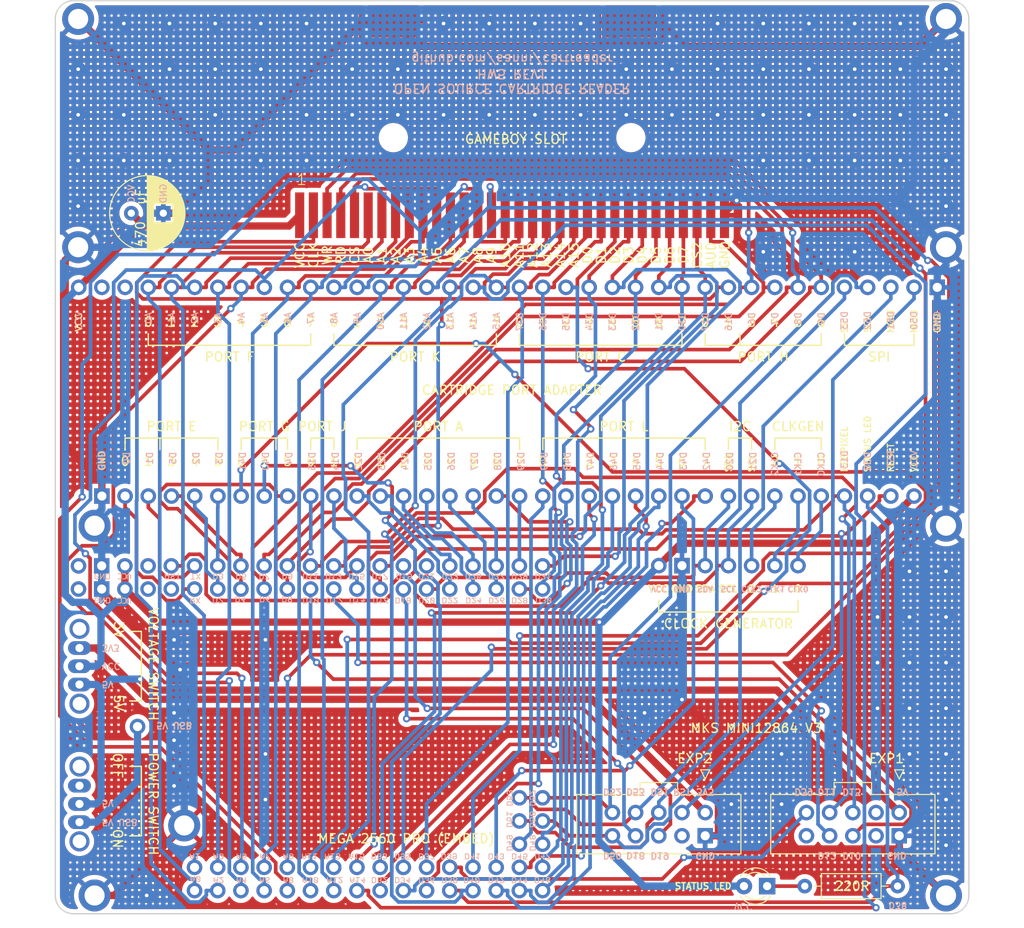
<source format=kicad_pcb>
(kicad_pcb (version 20211014) (generator pcbnew)
  (title_block (title "OSCR HW5") (date "2022-05-17") (rev "V1"))
  (layers (0 "F.Cu" signal) (31 "B.Cu" signal) (34 "B.Paste" user) (35 "F.Paste" user) (36 "B.SilkS" user "B.Silkscreen") (37 "F.SilkS" user "F.Silkscreen") (38 "B.Mask" user) (39 "F.Mask" user) (44 "Edge.Cuts" user))
  (net 0 "")
  (net 1 "D30")
  (net 2 "D31")
  (net 3 "D28")
  (net 4 "D29")
  (net 5 "D26")
  (net 6 "D27")
  (net 7 "D24")
  (net 8 "D25")
  (net 9 "D22")
  (net 10 "D23")
  (net 11 "D20")
  (net 12 "D21")
  (net 13 "D18")
  (net 14 "D19")
  (net 15 "D16")
  (net 16 "D17")
  (net 17 "D14")
  (net 18 "D15")
  (net 19 "D12")
  (net 20 "D13")
  (net 21 "D10")
  (net 22 "D11")
  (net 23 "D8")
  (net 24 "D9")
  (net 25 "D6")
  (net 26 "D7")
  (net 27 "D4")
  (net 28 "D5")
  (net 29 "D2")
  (net 30 "D3")
  (net 31 "D0")
  (net 32 "D1")
  (net 34 "RESET")
  (net 37 "VCC")
  (net 38 "GND")
  (net 41 "D46")
  (net 42 "D47")
  (net 43 "D44")
  (net 44 "D45")
  (net 45 "D42")
  (net 46 "D43")
  (net 47 "D40")
  (net 48 "D41")
  (net 49 "D38")
  (net 50 "D39")
  (net 51 "D36")
  (net 52 "D37")
  (net 53 "D34")
  (net 54 "D32")
  (net 55 "D33")
  (net 56 "A14")
  (net 57 "A15")
  (net 58 "A12")
  (net 59 "A13")
  (net 60 "A10")
  (net 61 "A11")
  (net 62 "A8")
  (net 63 "A9")
  (net 64 "A6")
  (net 65 "A7")
  (net 66 "A4")
  (net 67 "A5")
  (net 68 "A2")
  (net 69 "A3")
  (net 70 "A0")
  (net 71 "A1")
  (net 72 "+3V3")
  (net 73 "+5V")
  (net 74 "D35")
  (net 75 "D53")
  (net 76 "D52")
  (net 77 "D51")
  (net 78 "D50")
  (net 79 "D49")
  (net 80 "D48")
  (net 81 "CLK2")
  (net 82 "CLK1")
  (net 83 "CLK0")
  (net 85 "VBUS")
  (net 86 "Net-(D1-Pad1)")
  (footprint "MountingHole:MountingHole_2.2mm_M2_ISO7380_Pad" (layer "F.Cu") (at 197.5 77)
    (fp_text reference "M2_3" hide)
    (fp_text value "Screw_Terminal_01x01")
  )
  (footprint "Connector_PinHeader_2.54mm:PinHeader_1x07_P2.54mm_Vertical" (layer "F.Cu") (at 166.06 111.875 90)
    (fp_text reference "J7")
    (fp_text value "Conn_01x07")
  )
  (footprint "MountingHole:MountingHole_2.2mm_M2_ISO7380_Pad" (layer "F.Cu") (at 104.3 148)
    (fp_text reference "M2_6" hide)
    (fp_text value "Screw_Terminal_01x01")
  )
  (footprint "MountingHole:MountingHole_2.2mm_M2_ISO7380_Pad" (layer "F.Cu") (at 197.5 52)
    (fp_text reference "M2_2" hide)
    (fp_text value "Screw_Terminal_01x01")
  )
  (footprint "Connector_PinSocket_2.54mm:PinSocket_1x36_P2.54mm_Vertical" (layer "F.Cu") (at 105.1 104.255 90)
    (fp_text reference "J4")
    (fp_text value "CART SLOT BOTTOM ROW")
  )
  (footprint "MountingHole:MountingHole_2.2mm_M2_ISO7380_Pad" (layer "F.Cu") (at 102.5 77)
    (fp_text reference "M2_8" hide)
    (fp_text value "Screw_Terminal_01x01")
  )
  (footprint "Button_Switch_THT:SW_CuK_OS102011MA1QN1_SPDT_Angled" (layer "F.Cu") (at 102.645 120.895 -90)
    (fp_text reference "SW1" hide)
    (fp_text value "VOLTAGE SWITCH")
  )
  (footprint "Connector_PinSocket_2.54mm:PinSocket_1x38_P2.54mm_Vertical" (layer "F.Cu") (at 102.56 81.395 90)
    (fp_text reference "J3")
    (fp_text value "CART SLOT TOP ROW")
  )
  (footprint "Connector_PinSocket_2.54mm:PinSocket_2x21_P2.54mm_Vertical" (layer "F.Cu") (at 153.34 114.44 -90)
    (fp_text reference "J1")
    (fp_text value "MEGA TOP")
  )
  (footprint "MountingHole:MountingHole_2.2mm_M2_ISO7380_Pad" (layer "F.Cu") (at 104.3 107.5)
    (fp_text reference "M2_9" hide)
    (fp_text value "Screw_Terminal_01x01")
  )
  (footprint "MountingHole:MountingHole_2.2mm_M2_ISO7380_Pad" (layer "F.Cu") (at 114.11 140.33)
    (fp_text reference "M2_7" hide)
    (fp_text value "Screw_Terminal_01x01")
  )
  (footprint "MountingHole:MountingHole_2.2mm_M2_ISO7380_Pad" (layer "F.Cu") (at 197.5 107.5)
    (fp_text reference "M2_4" hide)
    (fp_text value "Screw_Terminal_01x01")
  )
  (footprint "Connector_PinSocket_2.54mm:PinSocket_2x16_P2.54mm_Vertical" (layer "F.Cu") (at 153.34 147.46 -90)
    (fp_text reference "J2")
    (fp_text value "MEGA BOTTOM")
  )
  (footprint "MountingHole:MountingHole_2.2mm_M2_ISO7380_Pad" (layer "F.Cu") (at 197.5 148)
    (fp_text reference "M2_5" hide)
    (fp_text value "Screw_Terminal_01x01")
  )
  (footprint "Connector_IDC:IDC-Header_2x05_P2.54mm_Vertical" (layer "F.Cu") (at 192.38 138.92 -90)
    (fp_text reference "J9")
    (fp_text value "EXP1")
  )
  (footprint "LED_THT:LED_D3.0mm" (layer "F.Cu") (at 177.92 146.975 180)
    (fp_text reference "D1")
    (fp_text value "LED" hide)
  )
  (footprint "MountingHole:MountingHole_2.2mm_M2_ISO7380_Pad" (layer "F.Cu") (at 102.5 52)
    (fp_text reference "M2_1" hide)
    (fp_text value "Screw_Terminal_01x01")
  )
  (footprint "Connector_PinSocket_2.54mm:PinSocket_2x03_P2.54mm_Vertical" (layer "F.Cu") (at 150.8 142.38 180)
    (fp_text reference "J5")
    (fp_text value "MEGA SIDE")
  )
  (footprint "Connector_PinHeader_2.54mm:PinHeader_1x01_P2.54mm_Vertical" (layer "F.Cu") (at 109 129.5)
    (fp_text reference "J6")
    (fp_text value "5V USB")
  )
  (footprint "Capacitor_THT:CP_Radial_D8.0mm_P3.50mm" (layer "F.Cu") (at 108.32 73.275)
    (fp_text reference "C1")
    (fp_text value "C_Polarized")
  )
  (footprint "!sanni:GBA-SLOT-B" (layer "F.Cu") (at 150 68.5 90)
    (fp_text reference "J10" hide)
    (fp_text value "GBA_Slot" hide)
  )
  (footprint "Connector_IDC:IDC-Header_2x05_P2.54mm_Vertical" (layer "F.Cu") (at 171.14 138.92 -90)
    (fp_text reference "J8")
    (fp_text value "EXP2")
  )
  (footprint "Resistor_THT:R_Axial_DIN0207_L6.3mm_D2.5mm_P10.16mm_Horizontal" (layer "F.Cu") (at 182.04 146.975)
    (fp_text reference "R1")
    (fp_text value "220R" hide)
  )
  (footprint "Button_Switch_THT:SW_CuK_OS102011MA1QN1_SPDT_Angled" (layer "F.Cu") (at 102.645 135.975 -90)
    (fp_text reference "SW2" hide)
    (fp_text value "POWER SWITCH")
  )
  (gr_line (start 152.9063 146.1343) (end 152.8131 146.0411) (layer "B.SilkS") (width 0.1))
  (gr_line (start 138.7022 113.3433) (end 138.8887 113.3433) (layer "B.SilkS") (width 0.1))
  (gr_line (start 153.7874 143.5362) (end 154.1602 143.9091) (layer "B.SilkS") (width 0.1))
  (gr_line (start 154.1633 115.9735) (end 153.9769 115.9735) (layer "B.SilkS") (width 0.1))
  (gr_line (start 147.4984 146.0411) (end 147.4984 146.6004) (layer "B.SilkS") (width 0.1))
  (gr_line (start 122.4984 143.815799) (end 122.4984 143.443) (layer "B.SilkS") (width 0.1))
  (gr_line (start 125.1732 115.2872) (end 124.8935 115.2872) (layer "B.SilkS") (width 0.1))
  (gr_line (start 138.1219 143.4397) (end 138.2151 143.5329) (layer "B.SilkS") (width 0.1))
  (gr_line (start 151.3504 115.6939) (end 151.2572 115.6007) (layer "B.SilkS") (width 0.1))
  (gr_line (start 150.0141 141.5394) (end 149.9209 141.4462) (layer "B.SilkS") (width 0.1))
  (gr_line (start 141.183 146.0411) (end 141.0898 146.1343) (layer "B.SilkS") (width 0.1))
  (gr_line (start 151.2572 115.6007) (end 151.2572 115.5075) (layer "B.SilkS") (width 0.1))
  (gr_line (start 137.2324 146.6004) (end 137.512 146.6004) (layer "B.SilkS") (width 0.1))
  (gr_line (start 122.7986 146.414) (end 122.6122 146.6004) (layer "B.SilkS") (width 0.1))
  (gr_line (start 135.3059 146.1343) (end 135.3991 146.0411) (layer "B.SilkS") (width 0.1))
  (gr_line (start 120.4628 113.3467) (end 120.8356 113.3467) (layer "B.SilkS") (width 0.1))
  (gr_line (start 105.3506 115.4042) (end 104.9778 115.9635) (layer "B.SilkS") (width 0.1))
  (gr_line (start 143.9654 146.2276) (end 143.8722 146.3208) (layer "B.SilkS") (width 0.1))
  (gr_line (start 151.4388 143.815799) (end 151.2524 143.7226) (layer "B.SilkS") (width 0.1))
  (gr_line (start 132.4775 112.784) (end 132.1979 112.784) (layer "B.SilkS") (width 0.1))
  (gr_line (start 151.2572 115.8803) (end 151.2572 115.7871) (layer "B.SilkS") (width 0.1))
  (gr_line (start 125.6134 113.3433) (end 125.7998 113.3433) (layer "B.SilkS") (width 0.1))
  (gr_line (start 149.8277 141.8191) (end 149.9209 141.8191) (layer "B.SilkS") (width 0.1))
  (gr_line (start 133.4028 143.9989) (end 133.775599 143.9989) (layer "B.SilkS") (width 0.1))
  (gr_line (start 152.068 138.8742) (end 152.4409 138.8742) (layer "B.SilkS") (width 0.1))
  (gr_line (start 146.2811 112.784) (end 146.4675 112.784) (layer "B.SilkS") (width 0.1))
  (gr_line (start 154.1225 146.2276) (end 154.1225 146.1343) (layer "B.SilkS") (width 0.1))
  (gr_line (start 120.5111 143.7226) (end 120.5111 144.0023) (layer "B.SilkS") (width 0.1))
  (gr_line (start 150.4059 146.5105) (end 150.4059 146.1377) (layer "B.SilkS") (width 0.1))
  (gr_line (start 145.6656 146.6004) (end 145.6656 146.0411) (layer "B.SilkS") (width 0.1))
  (gr_line (start 154.1602 143.9091) (end 154.1602 144.0023) (layer "B.SilkS") (width 0.1))
  (gr_line (start 115.7307 146.4734) (end 115.5443 146.4734) (layer "B.SilkS") (width 0.1))
  (gr_line (start 131.3874 146.414) (end 131.0145 146.0411) (layer "B.SilkS") (width 0.1))
  (gr_line (start 136.3497 113.2501) (end 136.3497 113.3433) (layer "B.SilkS") (width 0.1))
  (gr_line (start 149.4548 136.6167) (end 149.548 136.5235) (layer "B.SilkS") (width 0.1))
  (gr_line (start 131.1396 143.5329) (end 131.1396 143.6261) (layer "B.SilkS") (width 0.1))
  (gr_line (start 152.9881 113.2501) (end 152.9881 112.8773) (layer "B.SilkS") (width 0.1))
  (gr_line (start 104.7229 113.0537) (end 104.7229 112.8673) (layer "B.SilkS") (width 0.1))
  (gr_line (start 142.4307 113.3433) (end 142.7104 113.3433) (layer "B.SilkS") (width 0.1))
  (gr_line (start 138.8752 115.6007) (end 138.782 115.6939) (layer "B.SilkS") (width 0.1))
  (gr_line (start 148.7864 143.9989) (end 148.6932 143.905699) (layer "B.SilkS") (width 0.1))
  (gr_line (start 108.24 112.9422) (end 108.0536 112.7558) (layer "B.SilkS") (width 0.1))
  (gr_line (start 138.2133 146.2276) (end 138.1201 146.3208) (layer "B.SilkS") (width 0.1))
  (gr_line (start 120.2276 112.8806) (end 120.1343 112.7874) (layer "B.SilkS") (width 0.1))
  (gr_line (start 117.3425 112.784) (end 117.3425 113.3433) (layer "B.SilkS") (width 0.1))
  (gr_line (start 146.1878 113.0637) (end 146.1878 113.3433) (layer "B.SilkS") (width 0.1))
  (gr_line (start 125.5948 115.5669) (end 125.5016 115.4737) (layer "B.SilkS") (width 0.1))
  (gr_line (start 147.5101 112.784) (end 147.5101 113.3433) (layer "B.SilkS") (width 0.1))
  (gr_line (start 141.3696 115.4142) (end 141.4628 115.5075) (layer "B.SilkS") (width 0.1))
  (gr_line (start 151.63 115.7871) (end 151.63 115.8803) (layer "B.SilkS") (width 0.1))
  (gr_line (start 115.81 115.4176) (end 115.4371 115.9768) (layer "B.SilkS") (width 0.1))
  (gr_line (start 136.0669 115.5075) (end 136.0669 115.6939) (layer "B.SilkS") (width 0.1))
  (gr_line (start 148.5097 115.7871) (end 148.1368 115.4142) (layer "B.SilkS") (width 0.1))
  (gr_line (start 144.7778 146.0411) (end 144.7778 146.6004) (layer "B.SilkS") (width 0.1))
  (gr_line (start 118.0881 146.6004) (end 118.2745 146.6004) (layer "B.SilkS") (width 0.1))
  (gr_line (start 127.4207 143.4397) (end 127.4207 143.8125) (layer "B.SilkS") (width 0.1))
  (gr_line (start 150.4091 143.9091) (end 150.4091 143.5362) (layer "B.SilkS") (width 0.1))
  (gr_line (start 141.451 143.9989) (end 141.0781 143.9989) (layer "B.SilkS") (width 0.1))
  (gr_line (start 147.4771 143.9989) (end 147.7567 143.9989) (layer "B.SilkS") (width 0.1))
  (gr_line (start 122.8337 115.3805) (end 122.7405 115.2872) (layer "B.SilkS") (width 0.1))
  (gr_line (start 138.1874 112.784) (end 138.1874 113.3433) (layer "B.SilkS") (width 0.1))
  (gr_line (start 154.1633 115.4142) (end 154.2565 115.5075) (layer "B.SilkS") (width 0.1))
  (gr_line (start 147.7897 113.3433) (end 147.8829 113.2501) (layer "B.SilkS") (width 0.1))
  (gr_line (start 125.5016 115.4737) (end 125.5016 115.3805) (layer "B.SilkS") (width 0.1))
  (gr_line (start 140.5582 113.3433) (end 140.7446 113.3433) (layer "B.SilkS") (width 0.1))
  (gr_line (start 153.5962 113.1569) (end 153.5962 113.2501) (layer "B.SilkS") (width 0.1))
  (gr_line (start 142.9844 146.1343) (end 143.0777 146.0411) (layer "B.SilkS") (width 0.1))
  (gr_line (start 137.6725 113.3433) (end 137.7657 113.2501) (layer "B.SilkS") (width 0.1))
  (gr_line (start 123.4793 144.0023) (end 123.1065 144.0023) (layer "B.SilkS") (width 0.1))
  (gr_line (start 149.8277 136.5235) (end 149.9209 136.5235) (layer "B.SilkS") (width 0.1))
  (gr_line (start 151.3456 143.443) (end 151.532 143.443) (layer "B.SilkS") (width 0.1))
  (gr_line (start 119.906 146.4173) (end 119.906 146.0445) (layer "B.SilkS") (width 0.1))
  (gr_line (start 140.7613 146.3208) (end 140.8546 146.414) (layer "B.SilkS") (width 0.1))
  (gr_line (start 145.994 146.5072) (end 145.994 146.1343) (layer "B.SilkS") (width 0.1))
  (gr_line (start 143.3573 146.2276) (end 143.2641 146.3208) (layer "B.SilkS") (width 0.1))
  (gr_line (start 107.8671 112.9422) (end 107.8671 113.315) (layer "B.SilkS") (width 0.1))
  (gr_line (start 136.3497 113.3433) (end 135.9768 113.3433) (layer "B.SilkS") (width 0.1))
  (gr_line (start 150.3206 115.4142) (end 150.041 115.4142) (layer "B.SilkS") (width 0.1))
  (gr_line (start 126 146.2276) (end 125.9068 146.3208) (layer "B.SilkS") (width 0.1))
  (gr_line (start 130.5518 115.4142) (end 130.5518 115.9735) (layer "B.SilkS") (width 0.1))
  (gr_line (start 140.7615 115.9735) (end 140.8548 115.8803) (layer "B.SilkS") (width 0.1))
  (gr_line (start 105.8459 112.7741) (end 105.5662 112.7741) (layer "B.SilkS") (width 0.1))
  (gr_line (start 133.0773 115.9735) (end 132.890799 115.7871) (layer "B.SilkS") (width 0.1))
  (gr_line (start 150.0141 142.7556) (end 149.9209 142.6624) (layer "B.SilkS") (width 0.1))
  (gr_line (start 137.512 146.6004) (end 137.6052 146.5072) (layer "B.SilkS") (width 0.1))
  (gr_line (start 152.8508 144.0023) (end 152.9441 143.9091) (layer "B.SilkS") (width 0.1))
  (gr_line (start 122.6848 144.0023) (end 122.4984 143.815799) (layer "B.SilkS") (width 0.1))
  (gr_line (start 104.4433 112.7741) (end 104.35 112.8673) (layer "B.SilkS") (width 0.1))
  (gr_line (start 142.6843 143.5329) (end 142.5911 143.4397) (layer "B.SilkS") (width 0.1))
  (gr_line (start 143.9654 146.1343) (end 143.9654 146.2276) (layer "B.SilkS") (width 0.1))
  (gr_line (start 153.462 115.6939) (end 153.5552 115.6939) (layer "B.SilkS") (width 0.1))
  (gr_line (start 119.903 143.815799) (end 119.903 143.443) (layer "B.SilkS") (width 0.1))
  (gr_line (start 120.8356 113.067) (end 120.7424 113.1602) (layer "B.SilkS") (width 0.1))
  (gr_line (start 143.7401 113.3433) (end 143.6469 113.2501) (layer "B.SilkS") (width 0.1))
  (gr_line (start 132.4775 113.3433) (end 132.5707 113.2501) (layer "B.SilkS") (width 0.1))
  (gr_line (start 107.1438 112.7671) (end 106.8641 112.7671) (layer "B.SilkS") (width 0.1))
  (gr_line (start 125.8745 115.4737) (end 125.7813 115.5669) (layer "B.SilkS") (width 0.1))
  (gr_line (start 150.4139 115.8803) (end 150.4139 115.5075) (layer "B.SilkS") (width 0.1))
  (gr_line (start 129.6755 112.784) (end 129.6755 113.3433) (layer "B.SilkS") (width 0.1))
  (gr_line (start 132.2827 115.4142) (end 132.2827 115.9735) (layer "B.SilkS") (width 0.1))
  (gr_line (start 130.86 143.9989) (end 130.7668 143.905699) (layer "B.SilkS") (width 0.1))
  (gr_line (start 138.7022 113.0637) (end 138.609 113.1569) (layer "B.SilkS") (width 0.1))
  (gr_line (start 144.7778 146.6004) (end 145.0575 146.6004) (layer "B.SilkS") (width 0.1))
  (gr_line (start 128.5626 112.784) (end 128.5626 113.3433) (layer "B.SilkS") (width 0.1))
  (gr_line (start 106.8641 113.3264) (end 107.1438 113.3264) (layer "B.SilkS") (width 0.1))
  (gr_line (start 125.1732 115.8465) (end 125.2664 115.7533) (layer "B.SilkS") (width 0.1))
  (gr_line (start 151.9748 137.2248) (end 152.068 137.1316) (layer "B.SilkS") (width 0.1))
  (gr_line (start 117.5744 115.4142) (end 117.2948 115.4142) (layer "B.SilkS") (width 0.1))
  (gr_line (start 143.8072 143.4397) (end 143.6208 143.4397) (layer "B.SilkS") (width 0.1))
  (gr_line (start 124.9121 113.3433) (end 125.1918 113.3433) (layer "B.SilkS") (width 0.1))
  (gr_line (start 152.8949 113.3433) (end 152.9881 113.2501) (layer "B.SilkS") (width 0.1))
  (gr_line (start 128.3896 115.5075) (end 128.4828 115.4142) (layer "B.SilkS") (width 0.1))
  (gr_line (start 152.1613 141.4462) (end 152.2545 141.5394) (layer "B.SilkS") (width 0.1))
  (gr_line (start 123.1621 115.2872) (end 123.0689 115.3805) (layer "B.SilkS") (width 0.1))
  (gr_line (start 135.5552 112.784) (end 135.5552 113.3433) (layer "B.SilkS") (width 0.1))
  (gr_line (start 114.843 146.287) (end 114.843 145.9141) (layer "B.SilkS") (width 0.1))
  (gr_line (start 107.73 115.895) (end 107.73 115.5221) (layer "B.SilkS") (width 0.1))
  (gr_line (start 115.8239 146.0073) (end 115.8239 146.3802) (layer "B.SilkS") (width 0.1))
  (gr_line (start 143.1102 115.9735) (end 143.2966 115.9735) (layer "B.SilkS") (width 0.1))
  (gr_line (start 152.9471 115.9735) (end 153.0403 115.8803) (layer "B.SilkS") (width 0.1))
  (gr_line (start 138.2671 115.4142) (end 137.8943 115.4142) (layer "B.SilkS") (width 0.1))
  (gr_line (start 115.2019 115.8836) (end 115.1087 115.9768) (layer "B.SilkS") (width 0.1))
  (gr_line (start 131.2645 113.2501) (end 131.1713 113.3433) (layer "B.SilkS") (width 0.1))
  (gr_line (start 150.0141 136.6167) (end 150.0141 136.8031) (layer "B.SilkS") (width 0.1))
  (gr_line (start 151.9748 139.5755) (end 152.068 139.4823) (layer "B.SilkS") (width 0.1))
  (gr_line (start 149.0991 113.3433) (end 148.7263 113.3433) (layer "B.SilkS") (width 0.1))
  (gr_line (start 140.1532 146.6004) (end 140.2465 146.5072) (layer "B.SilkS") (width 0.1))
  (gr_line (start 127.4207 143.8125) (end 127.2342 143.9989) (layer "B.SilkS") (width 0.1))
  (gr_line (start 150.3158 143.443) (end 150.0362 143.443) (layer "B.SilkS") (width 0.1))
  (gr_line (start 107.3571 115.9882) (end 107.6368 115.9882) (layer "B.SilkS") (width 0.1))
  (gr_line (start 148.9729 143.4397) (end 149.0661 143.5329) (layer "B.SilkS") (width 0.1))
  (gr_line (start 153.7497 146.3208) (end 154.0293 146.3208) (layer "B.SilkS") (width 0.1))
  (gr_line (start 149.0246 115.6939) (end 149.1178 115.6007) (layer "B.SilkS") (width 0.1))
  (gr_line (start 151.2572 115.7871) (end 151.3504 115.6939) (layer "B.SilkS") (width 0.1))
  (gr_line (start 149.548 139.8497) (end 149.4548 139.7565) (layer "B.SilkS") (width 0.1))
  (gr_line (start 151.9748 141.5394) (end 152.068 141.4462) (layer "B.SilkS") (width 0.1))
  (gr_line (start 125.7203 146.0411) (end 125.9068 146.0411) (layer "B.SilkS") (width 0.1))
  (gr_line (start 132.5707 112.8773) (end 132.4775 112.784) (layer "B.SilkS") (width 0.1))
  (gr_line (start 117.9506 112.8773) (end 118.0438 112.784) (layer "B.SilkS") (width 0.1))
  (gr_line (start 145.0191 115.4142) (end 145.0191 115.9735) (layer "B.SilkS") (width 0.1))
  (gr_line (start 128.3896 115.8803) (end 128.3896 115.5075) (layer "B.SilkS") (width 0.1))
  (gr_line (start 148.2114 113.3433) (end 148.3978 113.3433) (layer "B.SilkS") (width 0.1))
  (gr_line (start 143.7401 112.784) (end 143.9265 112.784) (layer "B.SilkS") (width 0.1))
  (gr_line (start 108.0536 112.7558) (end 107.8671 112.9422) (layer "B.SilkS") (width 0.1))
  (gr_line (start 151.63 115.6007) (end 151.5368 115.6939) (layer "B.SilkS") (width 0.1))
  (gr_line (start 145.1647 143.9989) (end 145.258 143.905699) (layer "B.SilkS") (width 0.1))
  (gr_line (start 127.4396 113.3433) (end 127.5328 113.2501) (layer "B.SilkS") (width 0.1))
  (gr_line (start 117.7153 113.2501) (end 117.7153 112.8773) (layer "B.SilkS") (width 0.1))
  (gr_line (start 136.0669 115.6939) (end 136.3465 115.6939) (layer "B.SilkS") (width 0.1))
  (gr_line (start 153.5144 146.3208) (end 153.1416 146.3208) (layer "B.SilkS") (width 0.1))
  (gr_line (start 150.6491 115.8803) (end 150.7423 115.9735) (layer "B.SilkS") (width 0.1))
  (gr_line (start 140.8429 143.8125) (end 140.8429 143.905699) (layer "B.SilkS") (width 0.1))
  (gr_line (start 107.3641 113.3264) (end 107.6438 113.3264) (layer "B.SilkS") (width 0.1))
  (gr_line (start 127.16 112.784) (end 127.16 113.3433) (layer "B.SilkS") (width 0.1))
  (gr_line (start 134.9379 143.9989) (end 135.0311 143.905699) (layer "B.SilkS") (width 0.1))
  (gr_line (start 138.782 115.9735) (end 138.5956 115.9735) (layer "B.SilkS") (width 0.1))
  (gr_line (start 150.0141 140.1781) (end 149.9209 140.0849) (layer "B.SilkS") (width 0.1))
  (gr_line (start 120.2758 143.815799) (end 120.0894 144.0023) (layer "B.SilkS") (width 0.1))
  (gr_line (start 107.6438 112.7671) (end 107.3641 112.7671) (layer "B.SilkS") (width 0.1))
  (gr_line (start 149.9209 141.4462) (end 149.548 141.4462) (layer "B.SilkS") (width 0.1))
  (gr_line (start 117.9949 146.5072) (end 118.0881 146.6004) (layer "B.SilkS") (width 0.1))
  (gr_line (start 134.9379 143.4397) (end 134.6583 143.4397) (layer "B.SilkS") (width 0.1))
  (gr_line (start 131.3874 146.5072) (end 131.3874 146.414) (layer "B.SilkS") (width 0.1))
  (gr_line (start 128.6368 143.4397) (end 128.264 143.4397) (layer "B.SilkS") (width 0.1))
  (gr_line (start 152.1613 141.8191) (end 152.068 141.8191) (layer "B.SilkS") (width 0.1))
  (gr_line (start 146.2353 115.6939) (end 146.515 115.9735) (layer "B.SilkS") (width 0.1))
  (gr_line (start 130.0483 112.8773) (end 129.9551 112.784) (layer "B.SilkS") (width 0.1))
  (gr_line (start 150.7423 115.9735) (end 150.9287 115.9735) (layer "B.SilkS") (width 0.1))
  (gr_line (start 120.6043 143.443) (end 120.7907 143.443) (layer "B.SilkS") (width 0.1))
  (gr_line (start 151.3437 113.3433) (end 151.5301 113.3433) (layer "B.SilkS") (width 0.1))
  (gr_line (start 149.0661 143.5329) (end 149.0661 143.6261) (layer "B.SilkS") (width 0.1))
  (gr_line (start 148.3862 146.6004) (end 148.3862 146.0411) (layer "B.SilkS") (width 0.1))
  (gr_line (start 143.1992 143.4397) (end 143.2924 143.5329) (layer "B.SilkS") (width 0.1))
  (gr_line (start 107.1368 115.9882) (end 107.23 115.895) (layer "B.SilkS") (width 0.1))
  (gr_line (start 150.0141 142.1475) (end 149.4548 142.1475) (layer "B.SilkS") (width 0.1))
  (gr_line (start 143.3898 115.8803) (end 143.3898 115.7871) (layer "B.SilkS") (width 0.1))
  (gr_line (start 142.8036 113.2501) (end 142.8036 112.8773) (layer "B.SilkS") (width 0.1))
  (gr_line (start 125.5202 113.2501) (end 125.6134 113.3433) (layer "B.SilkS") (width 0.1))
  (gr_line (start 153.7497 146.3208) (end 153.9361 146.5072) (layer "B.SilkS") (width 0.1))
  (gr_line (start 125.9095 143.4397) (end 125.7231 143.4397) (layer "B.SilkS") (width 0.1))
  (gr_line (start 149.7345 136.7099) (end 149.7345 136.6167) (layer "B.SilkS") (width 0.1))
  (gr_line (start 120.0894 144.0023) (end 119.903 143.815799) (layer "B.SilkS") (width 0.1))
  (gr_line (start 150.0343 113.3433) (end 150.3139 113.3433) (layer "B.SilkS") (width 0.1))
  (gr_line (start 148.7449 115.6939) (end 149.0246 115.6939) (layer "B.SilkS") (width 0.1))
  (gr_line (start 112.748 112.7741) (end 112.9344 112.7741) (layer "B.SilkS") (width 0.1))
  (gr_line (start 142.7104 113.3433) (end 142.8036 113.2501) (layer "B.SilkS") (width 0.1))
  (gr_line (start 131.2645 113.1569) (end 131.2645 113.2501) (layer "B.SilkS") (width 0.1))
  (gr_line (start 146.0872 146.0411) (end 146.2737 146.0411) (layer "B.SilkS") (width 0.1))
  (gr_line (start 150.033 146.6037) (end 150.3127 146.6037) (layer "B.SilkS") (width 0.1))
  (gr_line (start 122.8712 143.815799) (end 122.6848 144.0023) (layer "B.SilkS") (width 0.1))
  (gr_line (start 143.9265 112.784) (end 144.0198 112.8773) (layer "B.SilkS") (width 0.1))
  (gr_line (start 112.0467 113.3334) (end 112.0467 112.7741) (layer "B.SilkS") (width 0.1))
  (gr_line (start 107.73 115.5221) (end 107.6368 115.4289) (layer "B.SilkS") (width 0.1))
  (gr_line (start 148.7263 112.784) (end 148.7263 112.8773) (layer "B.SilkS") (width 0.1))
  (gr_line (start 130.0369 115.4142) (end 129.7573 115.4142) (layer "B.SilkS") (width 0.1))
  (gr_line (start 151.63 115.5075) (end 151.63 115.6007) (layer "B.SilkS") (width 0.1))
  (gr_line (start 151.2524 143.7226) (end 151.2524 144.0023) (layer "B.SilkS") (width 0.1))
  (gr_line (start 112.3263 113.3334) (end 112.0467 113.3334) (layer "B.SilkS") (width 0.1))
  (gr_line (start 149.7345 139.4768) (end 149.8277 139.57) (layer "B.SilkS") (width 0.1))
  (gr_line (start 129.7573 115.9735) (end 130.0369 115.9735) (layer "B.SilkS") (width 0.1))
  (gr_line (start 123.0689 115.3805) (end 123.0689 115.5669) (layer "B.SilkS") (width 0.1))
  (gr_line (start 142.5911 143.4397) (end 142.3114 143.4397) (layer "B.SilkS") (width 0.1))
  (gr_line (start 129.6755 113.3433) (end 129.9551 113.3433) (layer "B.SilkS") (width 0.1))
  (gr_line (start 149.548 142.6624) (end 149.4548 142.7556) (layer "B.SilkS") (width 0.1))
  (gr_line (start 115.1087 115.604) (end 115.2019 115.6972) (layer "B.SilkS") (width 0.1))
  (gr_line (start 149.548 137.1316) (end 149.7345 137.1316) (layer "B.SilkS") (width 0.1))
  (gr_line (start 118.2302 112.784) (end 118.3234 112.8773) (layer "B.SilkS") (width 0.1))
  (gr_line (start 143.9005 143.719299) (end 143.6208 143.719299) (layer "B.SilkS") (width 0.1))
  (gr_line (start 125.9095 143.9989) (end 126.0027 143.905699) (layer "B.SilkS") (width 0.1))
  (gr_line (start 150.6443 143.7226) (end 150.9239 144.0023) (layer "B.SilkS") (width 0.1))
  (gr_line (start 113.0276 112.9605) (end 112.9344 113.0537) (layer "B.SilkS") (width 0.1))
  (gr_line (start 153.5552 115.6939) (end 153.6484 115.7871) (layer "B.SilkS") (width 0.1))
  (gr_line (start 132.5595 143.719299) (end 132.1866 143.719299) (layer "B.SilkS") (width 0.1))
  (gr_line (start 138.2151 143.905699) (end 138.1219 143.9989) (layer "B.SilkS") (width 0.1))
  (gr_line (start 151.2572 115.5075) (end 151.3504 115.4142) (layer "B.SilkS") (width 0.1))
  (gr_line (start 154.2565 115.8803) (end 153.8837 115.5075) (layer "B.SilkS") (width 0.1))
  (gr_line (start 135.5856 146.3208) (end 135.6788 146.414) (layer "B.SilkS") (width 0.1))
  (gr_line (start 152.5341 138.1125) (end 152.5341 137.8329) (layer "B.SilkS") (width 0.1))
  (gr_line (start 118.3234 113.2501) (end 118.2302 113.3433) (layer "B.SilkS") (width 0.1))
  (gr_line (start 150.6411 146.3241) (end 150.9208 146.6037) (layer "B.SilkS") (width 0.1))
  (gr_line (start 148.491 113.1569) (end 148.1182 112.784) (layer "B.SilkS") (width 0.1))
  (gr_line (start 148.8797 143.719299) (end 148.9729 143.719299) (layer "B.SilkS") (width 0.1))
  (gr_line (start 127.9146 146.6004) (end 127.7282 146.414) (layer "B.SilkS") (width 0.1))
  (gr_line (start 149.4548 139.57) (end 149.548 139.4768) (layer "B.SilkS") (width 0.1))
  (gr_line (start 143.3573 146.5072) (end 143.2641 146.6004) (layer "B.SilkS") (width 0.1))
  (gr_line (start 145.9069 115.9735) (end 146.0001 115.8803) (layer "B.SilkS") (width 0.1))
  (gr_line (start 127.4929 146.0411) (end 127.4929 146.414) (layer "B.SilkS") (width 0.1))
  (gr_line (start 148.1368 115.8803) (end 148.23 115.9735) (layer "B.SilkS") (width 0.1))
  (gr_line (start 133.4028 143.5329) (end 133.496 143.4397) (layer "B.SilkS") (width 0.1))
  (gr_line (start 135.0707 146.5072) (end 135.0707 146.1343) (layer "B.SilkS") (width 0.1))
  (gr_line (start 152.2545 139.4823) (end 152.3477 139.5755) (layer "B.SilkS") (width 0.1))
  (gr_line (start 152.5335 146.6004) (end 152.8131 146.6004) (layer "B.SilkS") (width 0.1))
  (gr_line (start 115.451 146.0073) (end 115.5443 145.9141) (layer "B.SilkS") (width 0.1))
  (gr_line (start 112.6548 113.1469) (end 112.6548 113.2402) (layer "B.SilkS") (width 0.1))
  (gr_line (start 122.6694 112.7874) (end 122.3897 112.7874) (layer "B.SilkS") (width 0.1))
  (gr_line (start 149.4548 138.8687) (end 149.4548 139.2416) (layer "B.SilkS") (width 0.1))
  (gr_line (start 120.1549 115.7566) (end 120.1549 115.3838) (layer "B.SilkS") (width 0.1))
  (gr_line (start 138.8887 112.784) (end 138.7022 112.784) (layer "B.SilkS") (width 0.1))
  (gr_line (start 132.5624 115.9735) (end 132.6556 115.8803) (layer "B.SilkS") (width 0.1))
  (gr_line (start 120.2276 113.2534) (end 120.2276 112.8806) (layer "B.SilkS") (width 0.1))
  (gr_line (start 150.3139 113.3433) (end 150.4071 113.2501) (layer "B.SilkS") (width 0.1))
  (gr_line (start 133.9014 146.3208) (end 133.528599 146.3208) (layer "B.SilkS") (width 0.1))
  (gr_line (start 120.7424 113.1602) (end 120.6492 113.1602) (layer "B.SilkS") (width 0.1))
  (gr_line (start 151.5368 115.4142) (end 151.63 115.5075) (layer "B.SilkS") (width 0.1))
  (gr_line (start 138.5024 115.8803) (end 138.5024 115.7871) (layer "B.SilkS") (width 0.1))
  (gr_line (start 123.4067 146.1343) (end 123.3135 146.0411) (layer "B.SilkS") (width 0.1))
  (gr_line (start 143.4117 113.2501) (end 143.4117 113.1569) (layer "B.SilkS") (width 0.1))
  (gr_line (start 133.6824 143.8125) (end 133.589199 143.8125) (layer "B.SilkS") (width 0.1))
  (gr_line (start 131.1077 146.6004) (end 131.2942 146.6004) (layer "B.SilkS") (width 0.1))
  (gr_line (start 105.331 113.3334) (end 105.331 112.7741) (layer "B.SilkS") (width 0.1))
  (gr_line (start 135.1335 112.8773) (end 135.0403 112.784) (layer "B.SilkS") (width 0.1))
  (gr_line (start 133.293399 146.0411) (end 132.9205 146.0411) (layer "B.SilkS") (width 0.1))
  (gr_line (start 151.6252 143.7226) (end 151.532 143.815799) (layer "B.SilkS") (width 0.1))
  (gr_line (start 107.8601 115.604) (end 107.8601 115.9768) (layer "B.SilkS") (width 0.1))
  (gr_line (start 132.981099 143.4397) (end 132.981099 143.9989) (layer "B.SilkS") (width 0.1))
  (gr_line (start 143.1709 146.3208) (end 143.2641 146.3208) (layer "B.SilkS") (width 0.1))
  (gr_line (start 140.8548 115.8803) (end 140.8548 115.7871) (layer "B.SilkS") (width 0.1))
  (gr_line (start 141.3694 146.0411) (end 141.183 146.0411) (layer "B.SilkS") (width 0.1))
  (gr_line (start 105.5858 115.4042) (end 105.5858 115.9635) (layer "B.SilkS") (width 0.1))
  (gr_line (start 140.2298 112.8773) (end 140.1365 112.784) (layer "B.SilkS") (width 0.1))
  (gr_line (start 114.9624 143.9989) (end 114.776 143.8125) (layer "B.SilkS") (width 0.1))
  (gr_line (start 143.0127 143.9989) (end 142.9195 143.905699) (layer "B.SilkS") (width 0.1))
  (gr_line (start 120.4628 112.8806) (end 120.556 112.7874) (layer "B.SilkS") (width 0.1))
  (gr_line (start 135.9768 112.784) (end 135.9768 112.8773) (layer "B.SilkS") (width 0.1))
  (gr_line (start 125.7231 143.9989) (end 125.9095 143.9989) (layer "B.SilkS") (width 0.1))
  (gr_line (start 133.6937 113.1569) (end 133.6005 113.1569) (layer "B.SilkS") (width 0.1))
  (gr_line (start 135.546 143.4397) (end 135.6392 143.5329) (layer "B.SilkS") (width 0.1))
  (gr_line (start 131.1396 143.905699) (end 131.0464 143.9989) (layer "B.SilkS") (width 0.1))
  (gr_line (start 125.6271 146.1343) (end 125.7203 146.0411) (layer "B.SilkS") (width 0.1))
  (gr_line (start 127.8423 143.4397) (end 127.8423 143.9989) (layer "B.SilkS") (width 0.1))
  (gr_line (start 138.0269 146.3208) (end 138.1201 146.3208) (layer "B.SilkS") (width 0.1))
  (gr_line (start 117.3425 113.3433) (end 117.6221 113.3433) (layer "B.SilkS") (width 0.1))
  (gr_line (start 123.3135 146.3208) (end 123.4067 146.2276) (layer "B.SilkS") (width 0.1))
  (gr_line (start 142.7817 115.5075) (end 142.6885 115.4142) (layer "B.SilkS") (width 0.1))
  (gr_line (start 140.8378 113.2501) (end 140.8378 113.1569) (layer "B.SilkS") (width 0.1))
  (gr_line (start 154.0293 146.0411) (end 153.8429 146.0411) (layer "B.SilkS") (width 0.1))
  (gr_line (start 122.9978 112.8806) (end 123.3707 113.2534) (layer "B.SilkS") (width 0.1))
  (gr_line (start 118.0438 112.784) (end 118.2302 112.784) (layer "B.SilkS") (width 0.1))
  (gr_line (start 128.3363 146.5072) (end 128.3363 146.1343) (layer "B.SilkS") (width 0.1))
  (gr_line (start 133.6824 143.4397) (end 133.775599 143.5329) (layer "B.SilkS") (width 0.1))
  (gr_line (start 149.8277 137.318) (end 149.7345 137.5044) (layer "B.SilkS") (width 0.1))
  (gr_line (start 152.3477 141.4462) (end 152.4409 141.4462) (layer "B.SilkS") (width 0.1))
  (gr_line (start 132.5624 115.4142) (end 132.2827 115.4142) (layer "B.SilkS") (width 0.1))
  (gr_line (start 118.164 143.719299) (end 118.2572 143.719299) (layer "B.SilkS") (width 0.1))
  (gr_line (start 143.9979 115.8803) (end 143.9979 115.7871) (layer "B.SilkS") (width 0.1))
  (gr_line (start 151.0219 115.7871) (end 150.6491 115.4142) (layer "B.SilkS") (width 0.1))
  (gr_line (start 135.2236 115.8803) (end 135.2236 115.5075) (layer "B.SilkS") (width 0.1))
  (gr_line (start 120.8839 143.5362) (end 120.8839 143.7226) (layer "B.SilkS") (width 0.1))
  (gr_line (start 143.9047 115.9735) (end 143.9979 115.8803) (layer "B.SilkS") (width 0.1))
  (gr_line (start 151.2524 143.5362) (end 151.3456 143.443) (layer "B.SilkS") (width 0.1))
  (gr_line (start 143.2924 143.5329) (end 143.2924 143.6261) (layer "B.SilkS") (width 0.1))
  (gr_line (start 152.3477 139.6688) (end 152.2545 139.8552) (layer "B.SilkS") (width 0.1))
  (gr_line (start 107.1438 113.3264) (end 107.237 113.2332) (layer "B.SilkS") (width 0.1))
  (gr_line (start 149.7345 137.1316) (end 149.8277 137.2248) (layer "B.SilkS") (width 0.1))
  (gr_line (start 148.491 113.2501) (end 148.491 113.1569) (layer "B.SilkS") (width 0.1))
  (gr_line (start 153.5962 112.9705) (end 153.503 113.0637) (layer "B.SilkS") (width 0.1))
  (gr_line (start 135.1303 115.9735) (end 135.2236 115.8803) (layer "B.SilkS") (width 0.1))
  (gr_line (start 151.9748 142.7556) (end 151.9748 143.035199) (layer "B.SilkS") (width 0.1))
  (gr_line (start 133.1675 143.4397) (end 132.7947 143.4397) (layer "B.SilkS") (width 0.1))
  (gr_line (start 149.0661 143.905699) (end 148.9729 143.9989) (layer "B.SilkS") (width 0.1))
  (gr_line (start 152.5335 146.0411) (end 152.5335 146.6004) (layer "B.SilkS") (width 0.1))
  (gr_line (start 138.5956 115.6939) (end 138.5024 115.6007) (layer "B.SilkS") (width 0.1))
  (gr_line (start 135.914 146.0411) (end 136.2869 146.0411) (layer "B.SilkS") (width 0.1))
  (gr_line (start 150.0141 139.0552) (end 149.8277 139.2416) (layer "B.SilkS") (width 0.1))
  (gr_line (start 136.3465 115.4142) (end 136.1601 115.4142) (layer "B.SilkS") (width 0.1))
  (gr_line (start 148.4165 115.9735) (end 148.5097 115.8803) (layer "B.SilkS") (width 0.1))
  (gr_line (start 154.2565 115.5075) (end 154.2565 115.8803) (layer "B.SilkS") (width 0.1))
  (gr_line (start 142.6885 115.9735) (end 142.7817 115.8803) (layer "B.SilkS") (width 0.1))
  (gr_line (start 135.7416 112.784) (end 135.3688 112.784) (layer "B.SilkS") (width 0.1))
  (gr_line (start 118.2757 115.8803) (end 118.2757 115.7871) (layer "B.SilkS") (width 0.1))
  (gr_line (start 135.546 143.719299) (end 135.6392 143.8125) (layer "B.SilkS") (width 0.1))
  (gr_line (start 129.9234 143.4397) (end 129.9234 143.8125) (layer "B.SilkS") (width 0.1))
  (gr_line (start 132.1866 143.8125) (end 132.1866 143.4397) (layer "B.SilkS") (width 0.1))
  (gr_line (start 140.2348 143.905699) (end 140.2348 143.5329) (layer "B.SilkS") (width 0.1))
  (gr_line (start 137.3928 112.784) (end 137.3928 113.3433) (layer "B.SilkS") (width 0.1))
  (gr_line (start 128.5626 113.3433) (end 128.3761 113.1569) (layer "B.SilkS") (width 0.1))
  (gr_line (start 123.3707 113.3467) (end 122.9978 113.3467) (layer "B.SilkS") (width 0.1))
  (gr_line (start 105.9587 115.8703) (end 105.9587 115.4974) (layer "B.SilkS") (width 0.1))
  (gr_line (start 152.9441 143.5362) (end 152.8508 143.443) (layer "B.SilkS") (width 0.1))
  (gr_line (start 153.9769 115.4142) (end 154.1633 115.4142) (layer "B.SilkS") (width 0.1))
  (gr_line (start 153.7874 143.443) (end 153.7874 143.5362) (layer "B.SilkS") (width 0.1))
  (gr_line (start 123.4418 115.3805) (end 123.3485 115.2872) (layer "B.SilkS") (width 0.1))
  (gr_line (start 131.2645 112.8773) (end 131.2645 112.9705) (layer "B.SilkS") (width 0.1))
  (gr_line (start 129.9234 143.8125) (end 129.737 143.9989) (layer "B.SilkS") (width 0.1))
  (gr_line (start 133.4989 115.6939) (end 133.778599 115.9735) (layer "B.SilkS") (width 0.1))
  (gr_line (start 123.4793 143.9091) (end 123.4793 144.0023) (layer "B.SilkS") (width 0.1))
  (gr_line (start 134.7607 113.3433) (end 135.0403 113.3433) (layer "B.SilkS") (width 0.1))
  (gr_line (start 137.3928 113.3433) (end 137.6725 113.3433) (layer "B.SilkS") (width 0.1))
  (gr_line (start 145.7204 115.9735) (end 145.9069 115.9735) (layer "B.SilkS") (width 0.1))
  (gr_line (start 125.7998 112.784) (end 125.6134 112.784) (layer "B.SilkS") (width 0.1))
  (gr_line (start 149.7345 142.0543) (end 149.7345 142.4272) (layer "B.SilkS") (width 0.1))
  (gr_line (start 142.7104 112.784) (end 142.4307 112.784) (layer "B.SilkS") (width 0.1))
  (gr_line (start 133.6937 112.784) (end 133.7869 112.8773) (layer "B.SilkS") (width 0.1))
  (gr_line (start 148.9943 146.6004) (end 149.0875 146.5072) (layer "B.SilkS") (width 0.1))
  (gr_line (start 150.6491 115.4142) (end 151.0219 115.4142) (layer "B.SilkS") (width 0.1))
  (gr_line (start 131.1396 143.8125) (end 131.1396 143.905699) (layer "B.SilkS") (width 0.1))
  (gr_line (start 145.392 115.8803) (end 145.392 115.5075) (layer "B.SilkS") (width 0.1))
  (gr_line (start 115.7307 145.9141) (end 115.8239 146.0073) (layer "B.SilkS") (width 0.1))
  (gr_line (start 132.6853 146.0411) (end 132.6853 146.414) (layer "B.SilkS") (width 0.1))
  (gr_line (start 125.8745 115.3805) (end 125.8745 115.4737) (layer "B.SilkS") (width 0.1))
  (gr_line (start 123.2553 115.7533) (end 123.4418 115.8465) (layer "B.SilkS") (width 0.1))
  (gr_line (start 145.1507 146.5072) (end 145.1507 146.1343) (layer "B.SilkS") (width 0.1))
  (gr_line (start 122.7986 146.0411) (end 122.7986 146.414) (layer "B.SilkS") (width 0.1))
  (gr_line (start 143.6857 146.6004) (end 143.5925 146.5072) (layer "B.SilkS") (width 0.1))
  (gr_line (start 136.4397 115.6007) (end 136.4397 115.5075) (layer "B.SilkS") (width 0.1))
  (gr_line (start 150.4091 143.5362) (end 150.3158 143.443) (layer "B.SilkS") (width 0.1))
  (gr_line (start 125.5016 115.6601) (end 125.5948 115.5669) (layer "B.SilkS") (width 0.1))
  (gr_line (start 112.6548 113.2402) (end 112.748 113.3334) (layer "B.SilkS") (width 0.1))
  (gr_line (start 141.451 143.905699) (end 141.451 143.9989) (layer "B.SilkS") (width 0.1))
  (gr_line (start 150.0141 137.5044) (end 150.0141 137.1316) (layer "B.SilkS") (width 0.1))
  (gr_line (start 141.0781 143.5329) (end 141.451 143.905699) (layer "B.SilkS") (width 0.1))
  (gr_line (start 131.2645 112.9705) (end 131.1713 113.0637) (layer "B.SilkS") (width 0.1))
  (gr_line (start 150.7356 113.3433) (end 150.922 113.3433) (layer "B.SilkS") (width 0.1))
  (gr_line (start 125.7203 146.3208) (end 125.6271 146.2276) (layer "B.SilkS") (width 0.1))
  (gr_line (start 150.3206 115.9735) (end 150.4139 115.8803) (layer "B.SilkS") (width 0.1))
  (gr_line (start 145.2988 115.9735) (end 145.392 115.8803) (layer "B.SilkS") (width 0.1))
  (gr_line (start 115.2158 146.1938) (end 114.843 146.1938) (layer "B.SilkS") (width 0.1))
  (gr_line (start 149.548 140.0849) (end 149.4548 140.1781) (layer "B.SilkS") (width 0.1))
  (gr_line (start 143.3573 146.414) (end 143.3573 146.5072) (layer "B.SilkS") (width 0.1))
  (gr_line (start 125.5948 115.2872) (end 125.7813 115.2872) (layer "B.SilkS") (width 0.1))
  (gr_line (start 153.503 113.3433) (end 153.3165 113.3433) (layer "B.SilkS") (width 0.1))
  (gr_line (start 138.4485 146.3208) (end 138.7282 146.6004) (layer "B.SilkS") (width 0.1))
  (gr_line (start 148.9313 115.8803) (end 149.1178 115.9735) (layer "B.SilkS") (width 0.1))
  (gr_line (start 150.9239 144.0023) (end 150.9239 143.443) (layer "B.SilkS") (width 0.1))
  (gr_line (start 125.2664 115.7533) (end 125.2664 115.3805) (layer "B.SilkS") (width 0.1))
  (gr_line (start 114.776 143.8125) (end 114.776 143.4397) (layer "B.SilkS") (width 0.1))
  (gr_line (start 145.392 115.5075) (end 145.2988 115.4142) (layer "B.SilkS") (width 0.1))
  (gr_line (start 105.8459 113.3334) (end 105.9391 113.2402) (layer "B.SilkS") (width 0.1))
  (gr_line (start 119.782 115.2906) (end 119.782 115.8498) (layer "B.SilkS") (width 0.1))
  (gr_line (start 104.6297 112.7741) (end 104.4433 112.7741) (layer "B.SilkS") (width 0.1))
  (gr_line (start 143.3898 115.7871) (end 143.017 115.4142) (layer "B.SilkS") (width 0.1))
  (gr_line (start 107.1368 115.4289) (end 106.8571 115.4289) (layer "B.SilkS") (width 0.1))
  (gr_line (start 117.6676 115.5075) (end 117.5744 115.4142) (layer "B.SilkS") (width 0.1))
  (gr_line (start 141.09 115.8803) (end 141.09 115.5075) (layer "B.SilkS") (width 0.1))
  (gr_line (start 147.8499 143.5329) (end 147.7567 143.4397) (layer "B.SilkS") (width 0.1))
  (gr_line (start 137.8423 143.5329) (end 137.9355 143.4397) (layer "B.SilkS") (width 0.1))
  (gr_line (start 142.7492 146.1343) (end 142.656 146.0411) (layer "B.SilkS") (width 0.1))
  (gr_line (start 117.2948 115.4142) (end 117.2948 115.9735) (layer "B.SilkS") (width 0.1))
  (gr_line (start 135.9768 112.8773) (end 136.3497 113.2501) (layer "B.SilkS") (width 0.1))
  (gr_line (start 118.2572 143.9989) (end 118.0708 143.9989) (layer "B.SilkS") (width 0.1))
  (gr_line (start 104.5365 113.0537) (end 104.7229 113.0537) (layer "B.SilkS") (width 0.1))
  (gr_line (start 137.6725 112.784) (end 137.3928 112.784) (layer "B.SilkS") (width 0.1))
  (gr_line (start 152.8508 143.443) (end 152.5712 143.443) (layer "B.SilkS") (width 0.1))
  (gr_line (start 108.233 115.9768) (end 108.233 115.604) (layer "B.SilkS") (width 0.1))
  (gr_line (start 144.9717 112.784) (end 144.9717 113.3433) (layer "B.SilkS") (width 0.1))
  (gr_line (start 131.0667 115.9735) (end 131.2531 115.9735) (layer "B.SilkS") (width 0.1))
  (gr_line (start 128.6692 115.4142) (end 128.7624 115.5075) (layer "B.SilkS") (width 0.1))
  (gr_line (start 140.6681 146.3208) (end 140.7613 146.3208) (layer "B.SilkS") (width 0.1))
  (gr_line (start 138.5956 115.9735) (end 138.5024 115.8803) (layer "B.SilkS") (width 0.1))
  (gr_line (start 130.1712 146.3208) (end 129.7983 146.3208) (layer "B.SilkS") (width 0.1))
  (gr_line (start 151.5368 115.6939) (end 151.3504 115.6939) (layer "B.SilkS") (width 0.1))
  (gr_line (start 130.6564 112.784) (end 130.2836 112.784) (layer "B.SilkS") (width 0.1))
  (gr_line (start 145.1507 146.1343) (end 145.0575 146.0411) (layer "B.SilkS") (width 0.1))
  (gr_line (start 138.1201 146.0411) (end 138.2133 146.1343) (layer "B.SilkS") (width 0.1))
  (gr_line (start 125.019 146.414) (end 125.019 146.0411) (layer "B.SilkS") (width 0.1))
  (gr_line (start 135.914 146.5072) (end 136.0072 146.6004) (layer "B.SilkS") (width 0.1))
  (gr_line (start 125.3919 146.414) (end 125.2055 146.6004) (layer "B.SilkS") (width 0.1))
  (gr_line (start 150.0141 136.8031) (end 149.9209 136.8963) (layer "B.SilkS") (width 0.1))
  (gr_line (start 133.414 113.0637) (end 133.414 113.3433) (layer "B.SilkS") (width 0.1))
  (gr_line (start 149.548 137.7397) (end 149.4548 137.8329) (layer "B.SilkS") (width 0.1))
  (gr_line (start 142.3114 143.9989) (end 142.5911 143.9989) (layer "B.SilkS") (width 0.1))
  (gr_line (start 148.1368 115.4142) (end 148.5097 115.4142) (layer "B.SilkS") (width 0.1))
  (gr_line (start 153.6484 115.8803) (end 153.5552 115.9735) (layer "B.SilkS") (width 0.1))
  (gr_line (start 125.7813 115.5669) (end 125.5948 115.5669) (layer "B.SilkS") (width 0.1))
  (gr_line (start 140.7497 143.9989) (end 140.5633 143.9989) (layer "B.SilkS") (width 0.1))
  (gr_line (start 136.1541 143.719299) (end 136.2473 143.8125) (layer "B.SilkS") (width 0.1))
  (gr_line (start 138.8232 143.5329) (end 138.8232 143.719299) (layer "B.SilkS") (width 0.1))
  (gr_line (start 115.4739 112.7874) (end 115.8468 113.3467) (layer "B.SilkS") (width 0.1))
  (gr_line (start 150.3127 146.0445) (end 150.033 146.0445) (layer "B.SilkS") (width 0.1))
  (gr_line (start 150.041 115.9735) (end 150.3206 115.9735) (layer "B.SilkS") (width 0.1))
  (gr_line (start 128.4504 143.4397) (end 128.4504 143.9989) (layer "B.SilkS") (width 0.1))
  (gr_line (start 118.2302 113.3433) (end 118.0438 113.3433) (layer "B.SilkS") (width 0.1))
  (gr_line (start 142.6885 115.4142) (end 142.4089 115.4142) (layer "B.SilkS") (width 0.1))
  (gr_line (start 132.3124 146.414) (end 132.3124 146.0411) (layer "B.SilkS") (width 0.1))
  (gr_line (start 115.1488 143.8125) (end 114.9624 143.9989) (layer "B.SilkS") (width 0.1))
  (gr_line (start 125.7231 143.719299) (end 125.6299 143.8125) (layer "B.SilkS") (width 0.1))
  (gr_line (start 149.548 141.4462) (end 149.4548 141.5394) (layer "B.SilkS") (width 0.1))
  (gr_line (start 138.4504 143.719299) (end 138.4504 143.9989) (layer "B.SilkS") (width 0.1))
  (gr_line (start 107.737 112.8603) (end 107.6438 112.7671) (layer "B.SilkS") (width 0.1))
  (gr_line (start 112.748 113.0537) (end 112.6548 113.1469) (layer "B.SilkS") (width 0.1))
  (gr_line (start 135.8317 115.4142) (end 135.4588 115.4142) (layer "B.SilkS") (width 0.1))
  (gr_line (start 131.0145 146.0411) (end 131.3874 146.0411) (layer "B.SilkS") (width 0.1))
  (gr_line (start 137.2342 143.4397) (end 137.2342 143.9989) (layer "B.SilkS") (width 0.1))
  (gr_line (start 122.8712 143.7226) (end 122.4984 143.7226) (layer "B.SilkS") (width 0.1))
  (gr_line (start 125.8931 112.8773) (end 125.7998 112.784) (layer "B.SilkS") (width 0.1))
  (gr_line (start 125.9068 146.0411) (end 126 146.1343) (layer "B.SilkS") (width 0.1))
  (gr_line (start 143.2924 143.6261) (end 143.1992 143.719299) (layer "B.SilkS") (width 0.1))
  (gr_line (start 118.0708 143.9989) (end 117.9776 143.905699) (layer "B.SilkS") (width 0.1))
  (gr_line (start 117.7424 143.719299) (end 117.3695 143.719299) (layer "B.SilkS") (width 0.1))
  (gr_line (start 147.8499 143.905699) (end 147.8499 143.5329) (layer "B.SilkS") (width 0.1))
  (gr_line (start 150.041 115.4142) (end 150.041 115.9735) (layer "B.SilkS") (width 0.1))
  (gr_line (start 148.4794 146.3208) (end 148.1065 146.3208) (layer "B.SilkS") (width 0.1))
  (gr_line (start 117.9029 115.8803) (end 117.9961 115.9735) (layer "B.SilkS") (width 0.1))
  (gr_line (start 152.5341 139.8552) (end 152.5341 139.4823) (layer "B.SilkS") (width 0.1))
  (gr_line (start 149.9209 140.0849) (end 149.548 140.0849) (layer "B.SilkS") (width 0.1))
  (gr_line (start 143.2924 143.905699) (end 143.1992 143.9989) (layer "B.SilkS") (width 0.1))
  (gr_line (start 140.2465 146.5072) (end 140.2465 146.1343) (layer "B.SilkS") (width 0.1))
  (gr_line (start 151.2504 113.1569) (end 151.2504 113.2501) (layer "B.SilkS") (width 0.1))
  (gr_line (start 117.7153 112.8773) (end 117.6221 112.784) (layer "B.SilkS") (width 0.1))
  (gr_line (start 130.1712 146.414) (end 129.9848 146.6004) (layer "B.SilkS") (width 0.1))
  (gr_line (start 122.8337 115.7533) (end 122.8337 115.3805) (layer "B.SilkS") (width 0.1))
  (gr_line (start 150.3158 144.0023) (end 150.4091 143.9091) (layer "B.SilkS") (width 0.1))
  (gr_line (start 153.0403 115.8803) (end 153.0403 115.5075) (layer "B.SilkS") (width 0.1))
  (gr_line (start 104.5561 115.6838) (end 104.7425 115.6838) (layer "B.SilkS") (width 0.1))
  (gr_line (start 152.5341 137.5044) (end 152.5341 137.1316) (layer "B.SilkS") (width 0.1))
  (gr_line (start 133.0773 115.4142) (end 133.0773 115.9735) (layer "B.SilkS") (width 0.1))
  (gr_line (start 143.6469 112.8773) (end 143.7401 112.784) (layer "B.SilkS") (width 0.1))
  (gr_line (start 143.5276 143.8125) (end 143.5276 143.905699) (layer "B.SilkS") (width 0.1))
  (gr_line (start 104.3697 115.4974) (end 104.3697 115.8703) (layer "B.SilkS") (width 0.1))
  (gr_line (start 145.8594 113.3433) (end 145.9526 113.2501) (layer "B.SilkS") (width 0.1))
  (gr_line (start 152.9441 143.9091) (end 152.9441 143.5362) (layer "B.SilkS") (width 0.1))
  (gr_line (start 143.6208 143.719299) (end 143.5276 143.8125) (layer "B.SilkS") (width 0.1))
  (gr_line (start 125.285 112.8773) (end 125.1918 112.784) (layer "B.SilkS") (width 0.1))
  (gr_line (start 130.9735 115.4142) (end 131.3463 115.4142) (layer "B.SilkS") (width 0.1))
  (gr_line (start 139.8738 115.9735) (end 140.1535 115.9735) (layer "B.SilkS") (width 0.1))
  (gr_line (start 143.1059 143.719299) (end 143.1992 143.719299) (layer "B.SilkS") (width 0.1))
  (gr_line (start 125.5948 115.8465) (end 125.5016 115.7533) (layer "B.SilkS") (width 0.1))
  (gr_line (start 118.3234 113.1569) (end 118.3234 113.2501) (layer "B.SilkS") (width 0.1))
  (gr_line (start 113.4493 113.3334) (end 113.4493 112.7741) (layer "B.SilkS") (width 0.1))
  (gr_line (start 143.132 113.3433) (end 143.3185 113.3433) (layer "B.SilkS") (width 0.1))
  (gr_line (start 130.1301 115.8803) (end 130.1301 115.5075) (layer "B.SilkS") (width 0.1))
  (gr_line (start 143.0777 146.0411) (end 143.2641 146.0411) (layer "B.SilkS") (width 0.1))
  (gr_line (start 143.0777 146.6004) (end 142.9844 146.5072) (layer "B.SilkS") (width 0.1))
  (gr_line (start 152.3477 139.5755) (end 152.3477 139.6688) (layer "B.SilkS") (width 0.1))
  (gr_line (start 140.8546 146.5072) (end 140.7613 146.6004) (layer "B.SilkS") (width 0.1))
  (gr_line (start 151.9748 138.1125) (end 152.5341 138.1125) (layer "B.SilkS") (width 0.1))
  (gr_line (start 143.9005 143.5329) (end 143.8072 143.4397) (layer "B.SilkS") (width 0.1))
  (gr_line (start 154.0178 112.784) (end 154.0178 113.3433) (layer "B.SilkS") (width 0.1))
  (gr_line (start 146.4675 113.1569) (end 146.3743 113.1569) (layer "B.SilkS") (width 0.1))
  (gr_line (start 127.9146 146.0411) (end 127.9146 146.6004) (layer "B.SilkS") (width 0.1))
  (gr_line (start 125.6271 146.414) (end 125.7203 146.3208) (layer "B.SilkS") (width 0.1))
  (gr_line (start 129.9234 143.719299) (end 129.5506 143.719299) (layer "B.SilkS") (width 0.1))
  (gr_line (start 141.4626 146.1343) (end 141.3694 146.0411) (layer "B.SilkS") (width 0.1))
  (gr_line (start 112.3263 112.9605) (end 112.4195 113.0537) (layer "B.SilkS") (width 0.1))
  (gr_line (start 153.1793 143.7226) (end 153.4589 144.0023) (layer "B.SilkS") (width 0.1))
  (gr_line (start 120.1549 115.3838) (end 120.0616 115.2906) (layer "B.SilkS") (width 0.1))
  (gr_line (start 152.5341 136.6167) (end 152.4409 136.5235) (layer "B.SilkS") (width 0.1))
  (gr_circle (center 188.292 120.043) (end 188.282 120.043) (layer "B.SilkS") (width 0.0001) (fill solid))
  (gr_line (start 117.3868 146.414) (end 117.3868 146.0411) (layer "B.SilkS") (width 0.1))
  (gr_line (start 138.9819 112.8773) (end 138.8887 112.784) (layer "B.SilkS") (width 0.1))
  (gr_line (start 138.0807 115.9735) (end 137.8943 115.7871) (layer "B.SilkS") (width 0.1))
  (gr_line (start 108.24 113.315) (end 108.24 112.9422) (layer "B.SilkS") (width 0.1))
  (gr_line (start 129.9551 113.3433) (end 130.0483 113.2501) (layer "B.SilkS") (width 0.1))
  (gr_line (start 131.1713 113.0637) (end 131.2645 113.1569) (layer "B.SilkS") (width 0.1))
  (gr_line (start 151.9748 136.8963) (end 151.9748 136.5235) (layer "B.SilkS") (width 0.1))
  (gr_line (start 104.35 112.8673) (end 104.35 113.2402) (layer "B.SilkS") (width 0.1))
  (gr_line (start 134.8507 115.4142) (end 134.8507 115.9735) (layer "B.SilkS") (width 0.1))
  (gr_line (start 128.6159 146.6004) (end 128.4295 146.6004) (layer "B.SilkS") (width 0.1))
  (gr_line (start 143.9265 113.3433) (end 143.7401 113.3433) (layer "B.SilkS") (width 0.1))
  (gr_line (start 139.862 143.9989) (end 140.1416 143.9989) (layer "B.SilkS") (width 0.1))
  (gr_line (start 140.1365 112.784) (end 139.8569 112.784) (layer "B.SilkS") (width 0.1))
  (gr_line (start 149.548 139.4768) (end 149.7345 139.4768) (layer "B.SilkS") (width 0.1))
  (gr_line (start 149.0991 113.2501) (end 149.0991 113.3433) (layer "B.SilkS") (width 0.1))
  (gr_line (start 104.3697 115.8703) (end 104.4629 115.9635) (layer "B.SilkS") (width 0.1))
  (gr_line (start 118.3505 143.6261) (end 118.2572 143.719299) (layer "B.SilkS") (width 0.1))
  (gr_line (start 137.659 115.5075) (end 137.5658 115.4142) (layer "B.SilkS") (width 0.1))
  (gr_line (start 130.0483 113.2501) (end 130.0483 112.8773) (layer "B.SilkS") (width 0.1))
  (gr_line (start 138.2151 143.5329) (end 138.2151 143.6261) (layer "B.SilkS") (width 0.1))
  (gr_line (start 135.2664 143.5329) (end 135.3596 143.4397) (layer "B.SilkS") (width 0.1))
  (gr_line (start 151.3504 115.9735) (end 151.2572 115.8803) (layer "B.SilkS") (width 0.1))
  (gr_line (start 149.1178 115.6007) (end 149.1178 115.5075) (layer "B.SilkS") (width 0.1))
  (gr_line (start 133.775599 143.5329) (end 133.775599 143.719299) (layer "B.SilkS") (width 0.1))
  (gr_line (start 136.2473 143.8125) (end 136.2473 143.905699) (layer "B.SilkS") (width 0.1))
  (gr_line (start 127.5328 113.2501) (end 127.5328 112.8773) (layer "B.SilkS") (width 0.1))
  (gr_line (start 107.6368 115.4289) (end 107.3571 115.4289) (layer "B.SilkS") (width 0.1))
  (gr_line (start 125.7813 115.5669) (end 125.8745 115.6601) (layer "B.SilkS") (width 0.1))
  (gr_line (start 143.1992 143.719299) (end 143.2924 143.8125) (layer "B.SilkS") (width 0.1))
  (gr_line (start 125.7998 113.3433) (end 125.8931 113.2501) (layer "B.SilkS") (width 0.1))
  (gr_line (start 104.7229 112.8673) (end 104.6297 112.7741) (layer "B.SilkS") (width 0.1))
  (gr_line (start 138.73 143.8125) (end 138.6368 143.8125) (layer "B.SilkS") (width 0.1))
  (gr_line (start 124.8935 115.8465) (end 125.1732 115.8465) (layer "B.SilkS") (width 0.1))
  (gr_line (start 105.8655 115.4042) (end 105.5858 115.4042) (layer "B.SilkS") (width 0.1))
  (gr_line (start 138.8752 115.8803) (end 138.782 115.9735) (layer "B.SilkS") (width 0.1))
  (gr_line (start 147.8084 115.4142) (end 147.5287 115.4142) (layer "B.SilkS") (width 0.1))
  (gr_line (start 138.0807 115.4142) (end 138.0807 115.9735) (layer "B.SilkS") (width 0.1))
  (gr_line (start 140.2467 115.8803) (end 140.2467 115.5075) (layer "B.SilkS") (width 0.1))
  (gr_line (start 149.4548 141.5394) (end 149.4548 141.7259) (layer "B.SilkS") (width 0.1))
  (gr_line (start 145.0191 115.9735) (end 145.2988 115.9735) (layer "B.SilkS") (width 0.1))
  (gr_line (start 150.0141 139.8497) (end 150.0141 139.4768) (layer "B.SilkS") (width 0.1))
  (gr_line (start 130.9849 112.784) (end 131.1713 112.784) (layer "B.SilkS") (width 0.1))
  (gr_line (start 143.2641 146.3208) (end 143.3573 146.414) (layer "B.SilkS") (width 0.1))
  (gr_line (start 131.0145 146.5072) (end 131.1077 146.6004) (layer "B.SilkS") (width 0.1))
  (gr_line (start 126.0027 143.905699) (end 126.0027 143.5329) (layer "B.SilkS") (width 0.1))
  (gr_line (start 120.2788 146.4173) (end 120.0924 146.6037) (layer "B.SilkS") (width 0.1))
  (gr_line (start 143.5925 146.1343) (end 143.6857 146.0411) (layer "B.SilkS") (width 0.1))
  (gr_line (start 122.3897 112.7874) (end 122.3897 113.3467) (layer "B.SilkS") (width 0.1))
  (gr_line (start 128.7091 146.1343) (end 128.7091 146.5072) (layer "B.SilkS") (width 0.1))
  (gr_line (start 152.4409 141.4462) (end 152.5341 141.5394) (layer "B.SilkS") (width 0.1))
  (gr_line (start 139.8738 115.4142) (end 139.8738 115.9735) (layer "B.SilkS") (width 0.1))
  (gr_line (start 152.6675 115.9735) (end 152.9471 115.9735) (layer "B.SilkS") (width 0.1))
  (gr_line (start 151.9748 138.9675) (end 152.068 138.8742) (layer "B.SilkS") (width 0.1))
  (gr_line (start 144.0198 112.9705) (end 143.9265 113.0637) (layer "B.SilkS") (width 0.1))
  (gr_line (start 135.8745 143.5329) (end 135.9677 143.4397) (layer "B.SilkS") (width 0.1))
  (gr_line (start 151.5301 112.784) (end 151.3437 112.784) (layer "B.SilkS") (width 0.1))
  (gr_line (start 149.4548 140.1781) (end 149.4548 140.4578) (layer "B.SilkS") (width 0.1))
  (gr_line (start 125.8745 115.6601) (end 125.8745 115.7533) (layer "B.SilkS") (width 0.1))
  (gr_line (start 148.3648 143.9989) (end 148.3648 143.4397) (layer "B.SilkS") (width 0.1))
  (gr_line (start 141.3694 146.3208) (end 141.4626 146.2276) (layer "B.SilkS") (width 0.1))
  (gr_line (start 118.3234 112.9705) (end 118.2302 113.0637) (layer "B.SilkS") (width 0.1))
  (gr_line (start 148.7146 146.0411) (end 149.0875 146.0411) (layer "B.SilkS") (width 0.1))
  (gr_line (start 135.3596 143.4397) (end 135.546 143.4397) (layer "B.SilkS") (width 0.1))
  (gr_line (start 135.0707 146.1343) (end 134.9775 146.0411) (layer "B.SilkS") (width 0.1))
  (gr_line (start 151.9748 139.762) (end 151.9748 139.5755) (layer "B.SilkS") (width 0.1))
  (gr_line (start 138.9819 113.0637) (end 138.7022 113.0637) (layer "B.SilkS") (width 0.1))
  (gr_line (start 151.9748 140.4633) (end 152.5341 140.4633) (layer "B.SilkS") (width 0.1))
  (gr_line (start 118.3505 143.5329) (end 118.3505 143.6261) (layer "B.SilkS") (width 0.1))
  (gr_line (start 118.3234 112.8773) (end 118.3234 112.9705) (layer "B.SilkS") (width 0.1))
  (gr_line (start 148.8381 115.4142) (end 148.7449 115.5075) (layer "B.SilkS") (width 0.1))
  (gr_line (start 152.3477 136.5235) (end 151.9748 136.8963) (layer "B.SilkS") (width 0.1))
  (gr_line (start 140.5749 146.0411) (end 140.7613 146.0411) (layer "B.SilkS") (width 0.1))
  (gr_line (start 138.73 143.4397) (end 138.8232 143.5329) (layer "B.SilkS") (width 0.1))
  (gr_line (start 138.3738 112.784) (end 138.0009 112.784) (layer "B.SilkS") (width 0.1))
  (gr_line (start 151.9748 137.8329) (end 151.9748 138.1125) (layer "B.SilkS") (width 0.1))
  (gr_line (start 145.3859 146.3208) (end 145.6656 146.6004) (layer "B.SilkS") (width 0.1))
  (gr_line (start 142.656 146.0411) (end 142.3764 146.0411) (layer "B.SilkS") (width 0.1))
  (gr_line (start 145.5798 113.2501) (end 145.673 113.3433) (layer "B.SilkS") (width 0.1))
  (gr_line (start 147.4771 143.4397) (end 147.4771 143.9989) (layer "B.SilkS") (width 0.1))
  (gr_line (start 140.8546 146.2276) (end 140.7613 146.3208) (layer "B.SilkS") (width 0.1))
  (gr_line (start 143.0388 113.2501) (end 143.132 113.3433) (layer "B.SilkS") (width 0.1))
  (gr_line (start 105.9391 113.2402) (end 105.9391 112.8673) (layer "B.SilkS") (width 0.1))
  (gr_line (start 153.8837 115.8803) (end 153.8837 115.5075) (layer "B.SilkS") (width 0.1))
  (gr_line (start 123.1271 146.0411) (end 123.0339 146.1343) (layer "B.SilkS") (width 0.1))
  (gr_line (start 138.2151 143.6261) (end 138.1219 143.719299) (layer "B.SilkS") (width 0.1))
  (gr_line (start 153.6484 115.7871) (end 153.6484 115.8803) (layer "B.SilkS") (width 0.1))
  (gr_line (start 131.2942 146.6004) (end 131.3874 146.5072) (layer "B.SilkS") (width 0.1))
  (gr_line (start 133.414 113.3433) (end 133.7869 113.3433) (layer "B.SilkS") (width 0.1))
  (gr_line (start 140.7497 143.4397) (end 140.8429 143.5329) (layer "B.SilkS") (width 0.1))
  (gr_circle (center 163.4 130.457) (end 163.39 130.457) (layer "B.SilkS") (width 0.0001) (fill solid))
  (gr_line (start 146.3669 146.5072) (end 146.2737 146.6004) (layer "B.SilkS") (width 0.1))
  (gr_line (start 137.5138 143.9989) (end 137.607 143.905699) (layer "B.SilkS") (width 0.1))
  (gr_line (start 149.8277 139.6632) (end 149.7345 139.8497) (layer "B.SilkS") (width 0.1))
  (gr_line (start 128.7091 146.5072) (end 128.3363 146.1343) (layer "B.SilkS") (width 0.1))
  (gr_line (start 152.2545 141.7259) (end 152.1613 141.8191) (layer "B.SilkS") (width 0.1))
  (gr_line (start 153.6484 115.6007) (end 153.5552 115.6939) (layer "B.SilkS") (width 0.1))
  (gr_line (start 151.2524 144.0023) (end 151.6252 144.0023) (layer "B.SilkS") (width 0.1))
  (gr_line (start 118.2745 146.6004) (end 118.3677 146.5072) (layer "B.SilkS") (width 0.1))
  (gr_line (start 142.4307 112.784) (end 142.4307 113.3433) (layer "B.SilkS") (width 0.1))
  (gr_line (start 131.1396 143.6261) (end 131.0464 143.719299) (layer "B.SilkS") (width 0.1))
  (gr_line (start 130.0369 115.9735) (end 130.1301 115.8803) (layer "B.SilkS") (width 0.1))
  (gr_line (start 149.0661 143.8125) (end 149.0661 143.905699) (layer "B.SilkS") (width 0.1))
  (gr_line (start 125.7231 143.4397) (end 125.6299 143.5329) (layer "B.SilkS") (width 0.1))
  (gr_line (start 141.0781 143.4397) (end 141.0781 143.5329) (layer "B.SilkS") (width 0.1))
  (gr_line (start 122.8712 143.443) (end 122.8712 143.815799) (layer "B.SilkS") (width 0.1))
  (gr_line (start 133.4028 143.719299) (end 133.4028 143.9989) (layer "B.SilkS") (width 0.1))
  (gr_line (start 132.6556 115.8803) (end 132.6556 115.5075) (layer "B.SilkS") (width 0.1))
  (gr_line (start 123.3135 146.0411) (end 123.1271 146.0411) (layer "B.SilkS") (width 0.1))
  (gr_line (start 143.8333 113.0637) (end 143.9265 113.0637) (layer "B.SilkS") (width 0.1))
  (gr_line (start 140.8546 146.1343) (end 140.8546 146.2276) (layer "B.SilkS") (width 0.1))
  (gr_line (start 132.1979 112.784) (end 132.1979 113.3433) (layer "B.SilkS") (width 0.1))
  (gr_line (start 136.1936 146.6004) (end 136.2869 146.5072) (layer "B.SilkS") (width 0.1))
  (gr_line (start 117.5732 146.6004) (end 117.3868 146.414) (layer "B.SilkS") (width 0.1))
  (gr_line (start 149.9209 136.5235) (end 150.0141 136.6167) (layer "B.SilkS") (width 0.1))
  (gr_line (start 120.7907 143.815799) (end 120.6975 143.815799) (layer "B.SilkS") (width 0.1))
  (gr_line (start 127.4929 146.414) (end 127.3065 146.6004) (layer "B.SilkS") (width 0.1))
  (gr_line (start 148.1065 146.3208) (end 148.3862 146.6004) (layer "B.SilkS") (width 0.1))
  (gr_line (start 145.9526 113.2501) (end 145.9526 113.1569) (layer "B.SilkS") (width 0.1))
  (gr_line (start 140.8429 143.5329) (end 140.8429 143.6261) (layer "B.SilkS") (width 0.1))
  (gr_line (start 122.4258 146.414) (end 122.4258 146.0411) (layer "B.SilkS") (width 0.1))
  (gr_line (start 151.6233 113.2501) (end 151.6233 112.8773) (layer "B.SilkS") (width 0.1))
  (gr_line (start 151.2504 113.2501) (end 151.3437 113.3433) (layer "B.SilkS") (width 0.1))
  (gr_line (start 147.8713 146.1343) (end 147.7781 146.0411) (layer "B.SilkS") (width 0.1))
  (gr_line (start 123.3707 113.2534) (end 123.3707 113.3467) (layer "B.SilkS") (width 0.1))
  (gr_line (start 143.5925 146.414) (end 143.6857 146.3208) (layer "B.SilkS") (width 0.1))
  (gr_line (start 146.1878 112.8773) (end 146.2811 112.784) (layer "B.SilkS") (width 0.1))
  (gr_line (start 152.5341 139.1539) (end 152.4409 139.2471) (layer "B.SilkS") (width 0.1))
  (gr_line (start 143.2966 115.9735) (end 143.3898 115.8803) (layer "B.SilkS") (width 0.1))
  (gr_line (start 143.017 115.8803) (end 143.1102 115.9735) (layer "B.SilkS") (width 0.1))
  (gr_line (start 127.4207 143.719299) (end 127.0478 143.719299) (layer "B.SilkS") (width 0.1))
  (gr_line (start 140.4819 115.8803) (end 140.5751 115.9735) (layer "B.SilkS") (width 0.1))
  (gr_line (start 149.4548 141.7259) (end 149.548 141.8191) (layer "B.SilkS") (width 0.1))
  (gr_line (start 138.782 115.6939) (end 138.5956 115.6939) (layer "B.SilkS") (width 0.1))
  (gr_line (start 152.5341 140.4633) (end 152.5341 140.1836) (layer "B.SilkS") (width 0.1))
  (gr_line (start 150.9287 115.9735) (end 151.0219 115.8803) (layer "B.SilkS") (width 0.1))
  (gr_line (start 132.6853 146.414) (end 132.4988 146.6004) (layer "B.SilkS") (width 0.1))
  (gr_line (start 132.9924 112.784) (end 132.9924 113.3433) (layer "B.SilkS") (width 0.1))
  (gr_line (start 135.5856 146.0411) (end 135.6788 146.1343) (layer "B.SilkS") (width 0.1))
  (gr_line (start 136.0669 115.6939) (end 136.2533 115.8803) (layer "B.SilkS") (width 0.1))
  (gr_line (start 112.9344 113.3334) (end 113.0276 113.2402) (layer "B.SilkS") (width 0.1))
  (gr_line (start 145.0575 146.0411) (end 144.7778 146.0411) (layer "B.SilkS") (width 0.1))
  (gr_line (start 115.5705 143.9989) (end 115.384 143.8125) (layer "B.SilkS") (width 0.1))
  (gr_line (start 128.7624 115.8803) (end 128.3896 115.5075) (layer "B.SilkS") (width 0.1))
  (gr_line (start 138.1219 143.9989) (end 137.9355 143.9989) (layer "B.SilkS") (width 0.1))
  (gr_line (start 142.8036 112.8773) (end 142.7104 112.784) (layer "B.SilkS") (width 0.1))
  (gr_line (start 143.5925 146.2276) (end 143.5925 146.1343) (layer "B.SilkS") (width 0.1))
  (gr_line (start 120.0924 146.6037) (end 119.906 146.4173) (layer "B.SilkS") (width 0.1))
  (gr_line (start 125.5016 115.7533) (end 125.5016 115.6601) (layer "B.SilkS") (width 0.1))
  (gr_line (start 140.5633 143.9989) (end 140.47 143.905699) (layer "B.SilkS") (width 0.1))
  (gr_line (start 115.5705 143.4397) (end 115.5705 143.9989) (layer "B.SilkS") (width 0.1))
  (gr_line (start 132.5707 113.2501) (end 132.5707 112.8773) (layer "B.SilkS") (width 0.1))
  (gr_line (start 145.5798 112.784) (end 145.9526 112.784) (layer "B.SilkS") (width 0.1))
  (gr_line (start 136.2533 115.8803) (end 136.4397 115.9735) (layer "B.SilkS") (width 0.1))
  (gr_line (start 134.6583 143.9989) (end 134.9379 143.9989) (layer "B.SilkS") (width 0.1))
  (gr_line (start 115.8468 112.7874) (end 115.4739 113.3467) (layer "B.SilkS") (width 0.1))
  (gr_line (start 153.3165 112.784) (end 153.503 112.784) (layer "B.SilkS") (width 0.1))
  (gr_line (start 117.3695 143.8125) (end 117.3695 143.4397) (layer "B.SilkS") (width 0.1))
  (gr_line (start 138.1201 146.6004) (end 137.9337 146.6004) (layer "B.SilkS") (width 0.1))
  (gr_line (start 149.4548 139.0552) (end 150.0141 139.0552) (layer "B.SilkS") (width 0.1))
  (gr_line (start 127.16 113.3433) (end 127.4396 113.3433) (layer "B.SilkS") (width 0.1))
  (gr_line (start 126 146.414) (end 126 146.5072) (layer "B.SilkS") (width 0.1))
  (gr_line (start 112.4195 113.0537) (end 112.4195 113.2402) (layer "B.SilkS") (width 0.1))
  (gr_line (start 127.453 115.4142) (end 127.1734 115.4142) (layer "B.SilkS") (width 0.1))
  (gr_line (start 153.3165 113.3433) (end 153.2233 113.2501) (layer "B.SilkS") (width 0.1))
  (gr_line (start 128.4828 115.4142) (end 128.6692 115.4142) (layer "B.SilkS") (width 0.1))
  (gr_line (start 140.8429 143.6261) (end 140.7497 143.719299) (layer "B.SilkS") (width 0.1))
  (gr_line (start 141.4628 115.5075) (end 141.4628 115.8803) (layer "B.SilkS") (width 0.1))
  (gr_line (start 125.1918 113.3433) (end 125.285 113.2501) (layer "B.SilkS") (width 0.1))
  (gr_line (start 143.5925 146.5072) (end 143.5925 146.414) (layer "B.SilkS") (width 0.1))
  (gr_circle (center 135.558 130.9516) (end 135.568 130.9516) (layer "B.SilkS") (width 0.0001) (fill solid))
  (gr_line (start 132.1979 113.3433) (end 132.4775 113.3433) (layer "B.SilkS") (width 0.1))
  (gr_line (start 141.09 115.5075) (end 141.1832 115.4142) (layer "B.SilkS") (width 0.1))
  (gr_line (start 140.465 113.2501) (end 140.5582 113.3433) (layer "B.SilkS") (width 0.1))
  (gr_line (start 127.9545 112.784) (end 127.9545 113.3433) (layer "B.SilkS") (width 0.1))
  (gr_line (start 107.23 115.895) (end 107.23 115.5221) (layer "B.SilkS") (width 0.1))
  (gr_line (start 152.2545 142.4272) (end 152.5341 142.1475) (layer "B.SilkS") (width 0.1))
  (gr_line (start 112.4195 113.2402) (end 112.3263 113.3334) (layer "B.SilkS") (width 0.1))
  (gr_line (start 130.47 113.3433) (end 130.2836 113.1569) (layer "B.SilkS") (width 0.1))
  (gr_line (start 151.6233 113.0637) (end 151.3437 113.0637) (layer "B.SilkS") (width 0.1))
  (gr_line (start 125.8931 113.2501) (end 125.8931 112.8773) (layer "B.SilkS") (width 0.1))
  (gr_line (start 146.1878 113.3433) (end 146.5607 113.3433) (layer "B.SilkS") (width 0.1))
  (gr_line (start 115.0294 146.4734) (end 114.843 146.287) (layer "B.SilkS") (width 0.1))
  (gr_line (start 147.5101 113.3433) (end 147.7897 113.3433) (layer "B.SilkS") (width 0.1))
  (gr_line (start 125.2664 115.3805) (end 125.1732 115.2872) (layer "B.SilkS") (width 0.1))
  (gr_line (start 153.3688 115.4142) (end 153.5552 115.4142) (layer "B.SilkS") (width 0.1))
  (gr_line (start 135.6788 146.1343) (end 135.6788 146.2276) (layer "B.SilkS") (width 0.1))
  (gr_line (start 130.8916 112.8773) (end 130.9849 112.784) (layer "B.SilkS") (width 0.1))
  (gr_line (start 152.2545 137.1316) (end 152.3477 137.2248) (layer "B.SilkS") (width 0.1))
  (gr_line (start 140.7497 143.719299) (end 140.8429 143.8125) (layer "B.SilkS") (width 0.1))
  (gr_line (start 143.625 115.8803) (end 143.7183 115.9735) (layer "B.SilkS") (width 0.1))
  (gr_line (start 135.4528 143.719299) (end 135.546 143.719299) (layer "B.SilkS") (width 0.1))
  (gr_line (start 152.068 137.5044) (end 151.9748 137.4112) (layer "B.SilkS") (width 0.1))
  (gr_line (start 152.5341 141.5394) (end 152.5341 141.7259) (layer "B.SilkS") (width 0.1))
  (gr_line (start 125.7813 115.8465) (end 125.5948 115.8465) (layer "B.SilkS") (width 0.1))
  (gr_line (start 143.2641 146.6004) (end 143.0777 146.6004) (layer "B.SilkS") (width 0.1))
  (gr_line (start 141.4459 112.784) (end 141.0731 112.784) (layer "B.SilkS") (width 0.1))
  (gr_line (start 112.0467 112.9605) (end 112.3263 112.9605) (layer "B.SilkS") (width 0.1))
  (gr_line (start 107.237 113.2332) (end 107.237 112.8603) (layer "B.SilkS") (width 0.1))
  (gr_line (start 117.7596 146.0411) (end 117.7596 146.414) (layer "B.SilkS") (width 0.1))
  (gr_line (start 122.7626 113.2534) (end 122.7626 112.8806) (layer "B.SilkS") (width 0.1))
  (gr_line (start 138.609 113.2501) (end 138.7022 113.3433) (layer "B.SilkS") (width 0.1))
  (gr_line (start 128.1409 112.784) (end 127.7681 112.784) (layer "B.SilkS") (width 0.1))
  (gr_line (start 147.7781 146.6004) (end 147.8713 146.5072) (layer "B.SilkS") (width 0.1))
  (gr_line (start 124.8935 115.2872) (end 124.8935 115.8465) (layer "B.SilkS") (width 0.1))
  (gr_line (start 153.7497 146.1343) (end 153.7497 146.3208) (layer "B.SilkS") (width 0.1))
  (gr_line (start 152.4409 136.8963) (end 152.5341 136.8031) (layer "B.SilkS") (width 0.1))
  (gr_line (start 135.0311 143.905699) (end 135.0311 143.5329) (layer "B.SilkS") (width 0.1))
  (gr_line (start 150.033 146.0445) (end 150.033 146.6037) (layer "B.SilkS") (width 0.1))
  (gr_line (start 129.9551 112.784) (end 129.6755 112.784) (layer "B.SilkS") (width 0.1))
  (gr_line (start 153.2233 112.8773) (end 153.3165 112.784) (layer "B.SilkS") (width 0.1))
  (gr_line (start 117.5559 143.9989) (end 117.3695 143.8125) (layer "B.SilkS") (width 0.1))
  (gr_line (start 130.1301 115.5075) (end 130.0369 115.4142) (layer "B.SilkS") (width 0.1))
  (gr_line (start 125.6299 143.8125) (end 125.6299 143.905699) (layer "B.SilkS") (width 0.1))
  (gr_line (start 153.6484 115.5075) (end 153.6484 115.6007) (layer "B.SilkS") (width 0.1))
  (gr_line (start 148.7263 112.8773) (end 149.0991 113.2501) (layer "B.SilkS") (width 0.1))
  (gr_line (start 135.6452 115.9735) (end 135.4588 115.7871) (layer "B.SilkS") (width 0.1))
  (gr_line (start 154.2565 115.8803) (end 154.1633 115.9735) (layer "B.SilkS") (width 0.1))
  (gr_line (start 144.9717 113.3433) (end 145.2513 113.3433) (layer "B.SilkS") (width 0.1))
  (gr_line (start 135.546 143.9989) (end 135.3596 143.9989) (layer "B.SilkS") (width 0.1))
  (gr_line (start 138.609 113.1569) (end 138.609 113.2501) (layer "B.SilkS") (width 0.1))
  (gr_line (start 118.2572 143.719299) (end 118.3505 143.8125) (layer "B.SilkS") (width 0.1))
  (gr_line (start 137.2324 146.0411) (end 137.2324 146.6004) (layer "B.SilkS") (width 0.1))
  (gr_line (start 104.35 113.2402) (end 104.4433 113.3334) (layer "B.SilkS") (width 0.1))
  (gr_line (start 104.4629 115.9635) (end 104.6493 115.9635) (layer "B.SilkS") (width 0.1))
  (gr_line (start 141.0898 146.3208) (end 141.3694 146.3208) (layer "B.SilkS") (width 0.1))
  (gr_line (start 118.3677 146.5072) (end 118.3677 146.414) (layer "B.SilkS") (width 0.1))
  (gr_line (start 115.0523 113.3467) (end 115.0523 112.7874) (layer "B.SilkS") (width 0.1))
  (gr_line (start 135.6392 143.905699) (end 135.546 143.9989) (layer "B.SilkS") (width 0.1))
  (gr_line (start 140.1532 146.0411) (end 139.8736 146.0411) (layer "B.SilkS") (width 0.1))
  (gr_line (start 148.1182 113.2501) (end 148.2114 113.3433) (layer "B.SilkS") (width 0.1))
  (gr_line (start 145.866 143.719299) (end 145.4932 143.719299) (layer "B.SilkS") (width 0.1))
  (gr_line (start 143.8722 146.6004) (end 143.6857 146.6004) (layer "B.SilkS") (width 0.1))
  (gr_line (start 133.2637 115.4142) (end 132.890799 115.4142) (layer "B.SilkS") (width 0.1))
  (gr_line (start 115.7569 143.4397) (end 115.384 143.4397) (layer "B.SilkS") (width 0.1))
  (gr_line (start 112.6548 112.8673) (end 112.748 112.7741) (layer "B.SilkS") (width 0.1))
  (gr_line (start 151.532 143.443) (end 151.6252 143.5362) (layer "B.SilkS") (width 0.1))
  (gr_line (start 146.5607 112.8773) (end 146.5607 113.0637) (layer "B.SilkS") (width 0.1))
  (gr_line (start 115.2158 145.9141) (end 115.2158 146.287) (layer "B.SilkS") (width 0.1))
  (gr_line (start 140.8378 113.1569) (end 140.465 112.784) (layer "B.SilkS") (width 0.1))
  (gr_line (start 138.2133 146.414) (end 138.2133 146.5072) (layer "B.SilkS") (width 0.1))
  (gr_line (start 146.6082 115.6939) (end 146.2353 115.6939) (layer "B.SilkS") (width 0.1))
  (gr_line (start 133.7869 112.8773) (end 133.7869 113.0637) (layer "B.SilkS") (width 0.1))
  (gr_line (start 125.0218 143.8125) (end 125.0218 143.4397) (layer "B.SilkS") (width 0.1))
  (gr_line (start 112.4195 112.7741) (end 112.2331 112.9605) (layer "B.SilkS") (width 0.1))
  (gr_line (start 118.3505 143.8125) (end 118.3505 143.905699) (layer "B.SilkS") (width 0.1))
  (gr_line (start 149.4548 140.4578) (end 150.0141 140.4578) (layer "B.SilkS") (width 0.1))
  (gr_line (start 107.6368 115.9882) (end 107.73 115.895) (layer "B.SilkS") (width 0.1))
  (gr_line (start 152.068 139.8552) (end 151.9748 139.762) (layer "B.SilkS") (width 0.1))
  (gr_line (start 153.5962 113.2501) (end 153.503 113.3433) (layer "B.SilkS") (width 0.1))
  (gr_line (start 147.8829 112.8773) (end 147.7897 112.784) (layer "B.SilkS") (width 0.1))
  (gr_line (start 137.7657 113.2501) (end 137.7657 112.8773) (layer "B.SilkS") (width 0.1))
  (gr_line (start 151.532 143.815799) (end 151.4388 143.815799) (layer "B.SilkS") (width 0.1))
  (gr_line (start 125.5202 113.1569) (end 125.5202 113.2501) (layer "B.SilkS") (width 0.1))
  (gr_line (start 141.3696 115.9735) (end 141.1832 115.9735) (layer "B.SilkS") (width 0.1))
  (gr_line (start 152.9471 115.4142) (end 152.6675 115.4142) (layer "B.SilkS") (width 0.1))
  (gr_line (start 120.7907 143.443) (end 120.8839 143.5362) (layer "B.SilkS") (width 0.1))
  (gr_line (start 123.2203 146.5072) (end 123.4067 146.6004) (layer "B.SilkS") (width 0.1))
  (gr_line (start 141.4626 146.2276) (end 141.4626 146.1343) (layer "B.SilkS") (width 0.1))
  (gr_line (start 112.9344 112.7741) (end 113.0276 112.8673) (layer "B.SilkS") (width 0.1))
  (gr_line (start 140.2467 115.5075) (end 140.1535 115.4142) (layer "B.SilkS") (width 0.1))
  (gr_line (start 125.6299 143.905699) (end 125.7231 143.9989) (layer "B.SilkS") (width 0.1))
  (gr_line (start 125.8931 113.0637) (end 125.6134 113.0637) (layer "B.SilkS") (width 0.1))
  (gr_line (start 127.1734 115.9735) (end 127.453 115.9735) (layer "B.SilkS") (width 0.1))
  (gr_line (start 146.2877 143.4397) (end 146.2877 143.9989) (layer "B.SilkS") (width 0.1))
  (gr_line (start 153.0403 115.5075) (end 152.9471 115.4142) (layer "B.SilkS") (width 0.1))
  (gr_line (start 122.7405 115.2872) (end 122.4608 115.2872) (layer "B.SilkS") (width 0.1))
  (gr_line (start 140.5749 146.6004) (end 140.4817 146.5072) (layer "B.SilkS") (width 0.1))
  (gr_line (start 113.0276 112.8673) (end 113.0276 112.9605) (layer "B.SilkS") (width 0.1))
  (gr_line (start 144.0198 113.2501) (end 143.9265 113.3433) (layer "B.SilkS") (width 0.1))
  (gr_line (start 151.9748 137.4112) (end 151.9748 137.2248) (layer "B.SilkS") (width 0.1))
  (gr_line (start 141.2595 113.3433) (end 141.0731 113.1569) (layer "B.SilkS") (width 0.1))
  (gr_line (start 148.9729 143.719299) (end 149.0661 143.8125) (layer "B.SilkS") (width 0.1))
  (gr_line (start 122.7986 146.3208) (end 122.4258 146.3208) (layer "B.SilkS") (width 0.1))
  (gr_line (start 132.6556 115.5075) (end 132.5624 115.4142) (layer "B.SilkS") (width 0.1))
  (gr_line (start 130.3451 143.9989) (end 130.1587 143.8125) (layer "B.SilkS") (width 0.1))
  (gr_line (start 131.1713 113.3433) (end 130.9849 113.3433) (layer "B.SilkS") (width 0.1))
  (gr_line (start 135.9677 143.4397) (end 136.1541 143.4397) (layer "B.SilkS") (width 0.1))
  (gr_line (start 120.4628 113.067) (end 120.4628 113.3467) (layer "B.SilkS") (width 0.1))
  (gr_line (start 147.9016 115.5075) (end 147.8084 115.4142) (layer "B.SilkS") (width 0.1))
  (gr_line (start 149.8277 139.57) (end 149.8277 139.6632) (layer "B.SilkS") (width 0.1))
  (gr_line (start 136.2869 146.5072) (end 136.2869 146.414) (layer "B.SilkS") (width 0.1))
  (gr_line (start 153.503 113.0637) (end 153.5962 113.1569) (layer "B.SilkS") (width 0.1))
  (gr_line (start 143.017 115.4142) (end 143.3898 115.4142) (layer "B.SilkS") (width 0.1))
  (gr_line (start 151.6221 146.3241) (end 151.2492 146.3241) (layer "B.SilkS") (width 0.1))
  (gr_line (start 123.0339 146.3208) (end 123.2203 146.5072) (layer "B.SilkS") (width 0.1))
  (gr_line (start 146.4675 112.784) (end 146.5607 112.8773) (layer "B.SilkS") (width 0.1))
  (gr_line (start 146.0001 115.7871) (end 145.6272 115.4142) (layer "B.SilkS") (width 0.1))
  (gr_line (start 152.9063 146.5072) (end 152.9063 146.1343) (layer "B.SilkS") (width 0.1))
  (gr_line (start 135.3596 143.9989) (end 135.2664 143.905699) (layer "B.SilkS") (width 0.1))
  (gr_line (start 128.749 112.784) (end 128.3761 112.784) (layer "B.SilkS") (width 0.1))
  (gr_line (start 129.7573 115.4142) (end 129.7573 115.9735) (layer "B.SilkS") (width 0.1))
  (gr_line (start 123.4067 146.2276) (end 123.4067 146.1343) (layer "B.SilkS") (width 0.1))
  (gr_line (start 140.8548 115.7871) (end 140.4819 115.4142) (layer "B.SilkS") (width 0.1))
  (gr_line (start 145.6272 115.8803) (end 145.7204 115.9735) (layer "B.SilkS") (width 0.1))
  (gr_line (start 152.068 137.7397) (end 151.9748 137.8329) (layer "B.SilkS") (width 0.1))
  (gr_line (start 128.6692 115.9735) (end 128.4828 115.9735) (layer "B.SilkS") (width 0.1))
  (gr_line (start 142.7817 115.8803) (end 142.7817 115.5075) (layer "B.SilkS") (width 0.1))
  (gr_line (start 143.6857 146.3208) (end 143.5925 146.2276) (layer "B.SilkS") (width 0.1))
  (gr_line (start 135.6392 143.8125) (end 135.6392 143.905699) (layer "B.SilkS") (width 0.1))
  (gr_line (start 152.9881 112.8773) (end 152.8949 112.784) (layer "B.SilkS") (width 0.1))
  (gr_line (start 151.0171 143.7226) (end 150.6443 143.7226) (layer "B.SilkS") (width 0.1))
  (gr_line (start 128.101 146.0411) (end 127.7282 146.0411) (layer "B.SilkS") (width 0.1))
  (gr_line (start 132.9924 113.3433) (end 132.8059 113.1569) (layer "B.SilkS") (width 0.1))
  (gr_line (start 136.0609 143.719299) (end 136.1541 143.719299) (layer "B.SilkS") (width 0.1))
  (gr_line (start 128.4295 146.0411) (end 128.6159 146.0411) (layer "B.SilkS") (width 0.1))
  (gr_line (start 152.2545 141.5394) (end 152.3477 141.4462) (layer "B.SilkS") (width 0.1))
  (gr_line (start 128.7624 115.8803) (end 128.6692 115.9735) (layer "B.SilkS") (width 0.1))
  (gr_line (start 136.1541 143.4397) (end 136.2473 143.5329) (layer "B.SilkS") (width 0.1))
  (gr_line (start 143.8722 146.0411) (end 143.9654 146.1343) (layer "B.SilkS") (width 0.1))
  (gr_line (start 152.068 139.4823) (end 152.2545 139.4823) (layer "B.SilkS") (width 0.1))
  (gr_line (start 137.9355 143.4397) (end 138.1219 143.4397) (layer "B.SilkS") (width 0.1))
  (gr_line (start 117.7424 143.4397) (end 117.7424 143.8125) (layer "B.SilkS") (width 0.1))
  (gr_line (start 119.782 115.8498) (end 120.0616 115.8498) (layer "B.SilkS") (width 0.1))
  (gr_line (start 135.2236 115.5075) (end 135.1303 115.4142) (layer "B.SilkS") (width 0.1))
  (gr_line (start 147.7567 143.4397) (end 147.4771 143.4397) (layer "B.SilkS") (width 0.1))
  (gr_line (start 105.3506 115.9635) (end 105.3506 115.4042) (layer "B.SilkS") (width 0.1))
  (gr_line (start 154.0293 146.3208) (end 154.1225 146.2276) (layer "B.SilkS") (width 0.1))
  (gr_line (start 153.503 112.784) (end 153.5962 112.8773) (layer "B.SilkS") (width 0.1))
  (gr_line (start 118.0438 113.3433) (end 117.9506 113.2501) (layer "B.SilkS") (width 0.1))
  (gr_line (start 151.6252 143.5362) (end 151.6252 143.7226) (layer "B.SilkS") (width 0.1))
  (gr_line (start 134.8507 115.9735) (end 135.1303 115.9735) (layer "B.SilkS") (width 0.1))
  (gr_line (start 122.3897 113.3467) (end 122.6694 113.3467) (layer "B.SilkS") (width 0.1))
  (gr_line (start 104.4629 115.4042) (end 104.3697 115.4974) (layer "B.SilkS") (width 0.1))
  (gr_line (start 149.4548 137.4112) (end 149.4548 137.2248) (layer "B.SilkS") (width 0.1))
  (gr_line (start 115.451 146.3802) (end 115.451 146.0073) (layer "B.SilkS") (width 0.1))
  (gr_line (start 104.7425 115.4974) (end 104.6493 115.4042) (layer "B.SilkS") (width 0.1))
  (gr_line (start 142.5911 143.9989) (end 142.6843 143.905699) (layer "B.SilkS") (width 0.1))
  (gr_line (start 146.3743 113.1569) (end 146.1878 113.0637) (layer "B.SilkS") (width 0.1))
  (gr_line (start 149.4548 143.035199) (end 150.0141 143.035199) (layer "B.SilkS") (width 0.1))
  (gr_line (start 140.47 143.5329) (end 140.5633 143.4397) (layer "B.SilkS") (width 0.1))
  (gr_line (start 128.4295 146.6004) (end 128.3363 146.5072) (layer "B.SilkS") (width 0.1))
  (gr_line (start 151.9748 140.1836) (end 151.9748 140.4633) (layer "B.SilkS") (width 0.1))
  (gr_line (start 115.8239 146.3802) (end 115.451 146.0073) (layer "B.SilkS") (width 0.1))
  (gr_line (start 117.9776 143.5329) (end 118.0708 143.4397) (layer "B.SilkS") (width 0.1))
  (gr_line (start 151.9748 141.7259) (end 151.9748 141.5394) (layer "B.SilkS") (width 0.1))
  (gr_line (start 139.862 143.4397) (end 139.862 143.9989) (layer "B.SilkS") (width 0.1))
  (gr_line (start 127.2342 143.9989) (end 127.0478 143.8125) (layer "B.SilkS") (width 0.1))
  (gr_line (start 120.2788 146.3241) (end 119.906 146.3241) (layer "B.SilkS") (width 0.1))
  (gr_line (start 152.5341 136.8031) (end 152.5341 136.6167) (layer "B.SilkS") (width 0.1))
  (gr_line (start 120.7629 115.5702) (end 120.3901 115.5702) (layer "B.SilkS") (width 0.1))
  (gr_line (start 140.5751 115.9735) (end 140.7615 115.9735) (layer "B.SilkS") (width 0.1))
  (gr_line (start 120.6975 143.815799) (end 120.5111 143.7226) (layer "B.SilkS") (width 0.1))
  (gr_line (start 152.4409 136.5235) (end 152.3477 136.5235) (layer "B.SilkS") (width 0.1))
  (gr_line (start 127.9679 115.4142) (end 127.9679 115.9735) (layer "B.SilkS") (width 0.1))
  (gr_line (start 152.4409 140.0904) (end 152.068 140.0904) (layer "B.SilkS") (width 0.1))
  (gr_line (start 154.2043 112.784) (end 153.8314 112.784) (layer "B.SilkS") (width 0.1))
  (gr_line (start 131.0464 143.719299) (end 131.1396 143.8125) (layer "B.SilkS") (width 0.1))
  (gr_line (start 143.9265 113.0637) (end 144.0198 113.1569) (layer "B.SilkS") (width 0.1))
  (gr_line (start 138.7282 146.6004) (end 138.7282 146.0411) (layer "B.SilkS") (width 0.1))
  (gr_line (start 117.6676 115.8803) (end 117.6676 115.5075) (layer "B.SilkS") (width 0.1))
  (gr_line (start 144.8851 143.9989) (end 145.1647 143.9989) (layer "B.SilkS") (width 0.1))
  (gr_line (start 146.4741 143.4397) (end 146.1013 143.4397) (layer "B.SilkS") (width 0.1))
  (gr_line (start 149.1178 115.5075) (end 149.0246 115.4142) (layer "B.SilkS") (width 0.1))
  (gr_line (start 118.3505 143.905699) (end 118.2572 143.9989) (layer "B.SilkS") (width 0.1))
  (gr_line (start 135.0403 113.3433) (end 135.1335 113.2501) (layer "B.SilkS") (width 0.1))
  (gr_line (start 120.7937 146.6037) (end 120.7937 146.0445) (layer "B.SilkS") (width 0.1))
  (gr_line (start 150.4139 115.5075) (end 150.3206 115.4142) (layer "B.SilkS") (width 0.1))
  (gr_line (start 153.9769 115.9735) (end 153.8837 115.8803) (layer "B.SilkS") (width 0.1))
  (gr_line (start 150.0141 137.8329) (end 149.9209 137.7397) (layer "B.SilkS") (width 0.1))
  (gr_line (start 140.465 112.784) (end 140.8378 112.784) (layer "B.SilkS") (width 0.1))
  (gr_line (start 138.1201 146.3208) (end 138.2133 146.414) (layer "B.SilkS") (width 0.1))
  (gr_line (start 120.6492 113.1602) (end 120.4628 113.067) (layer "B.SilkS") (width 0.1))
  (gr_line (start 115.5443 146.4734) (end 115.451 146.3802) (layer "B.SilkS") (width 0.1))
  (gr_line (start 138.5024 115.7871) (end 138.5956 115.6939) (layer "B.SilkS") (width 0.1))
  (gr_line (start 125.7203 146.6004) (end 125.6271 146.5072) (layer "B.SilkS") (width 0.1))
  (gr_line (start 132.2827 115.9735) (end 132.5624 115.9735) (layer "B.SilkS") (width 0.1))
  (gr_line (start 141.2595 112.784) (end 141.2595 113.3433) (layer "B.SilkS") (width 0.1))
  (gr_line (start 150.4071 112.8773) (end 150.3139 112.784) (layer "B.SilkS") (width 0.1))
  (gr_line (start 135.1335 113.2501) (end 135.1335 112.8773) (layer "B.SilkS") (width 0.1))
  (gr_line (start 135.0311 143.5329) (end 134.9379 143.4397) (layer "B.SilkS") (width 0.1))
  (gr_line (start 130.3451 143.4397) (end 130.3451 143.9989) (layer "B.SilkS") (width 0.1))
  (gr_line (start 120.5111 144.0023) (end 120.8839 144.0023) (layer "B.SilkS") (width 0.1))
  (gr_line (start 149.9209 137.7397) (end 149.548 137.7397) (layer "B.SilkS") (width 0.1))
  (gr_line (start 151.5368 115.6939) (end 151.63 115.7871) (layer "B.SilkS") (width 0.1))
  (gr_line (start 125.6134 113.0637) (end 125.5202 113.1569) (layer "B.SilkS") (width 0.1))
  (gr_line (start 145.258 143.5329) (end 145.1647 143.4397) (layer "B.SilkS") (width 0.1))
  (gr_line (start 124.9121 112.784) (end 124.9121 113.3433) (layer "B.SilkS") (width 0.1))
  (gr_line (start 147.8829 113.2501) (end 147.8829 112.8773) (layer "B.SilkS") (width 0.1))
  (gr_line (start 133.496 143.4397) (end 133.6824 143.4397) (layer "B.SilkS") (width 0.1))
  (gr_line (start 152.8949 112.784) (end 152.6152 112.784) (layer "B.SilkS") (width 0.1))
  (gr_line (start 150.0141 141.7259) (end 150.0141 141.5394) (layer "B.SilkS") (width 0.1))
  (gr_line (start 140.1365 113.3433) (end 140.2298 113.2501) (layer "B.SilkS") (width 0.1))
  (gr_line (start 152.068 141.8191) (end 151.9748 141.7259) (layer "B.SilkS") (width 0.1))
  (gr_line (start 140.1416 143.4397) (end 139.862 143.4397) (layer "B.SilkS") (width 0.1))
  (gr_line (start 141.0898 146.3208) (end 141.2762 146.5072) (layer "B.SilkS") (width 0.1))
  (gr_line (start 146.2737 146.6004) (end 146.0872 146.6004) (layer "B.SilkS") (width 0.1))
  (gr_line (start 145.258 143.905699) (end 145.258 143.5329) (layer "B.SilkS") (width 0.1))
  (gr_line (start 143.0388 112.784) (end 143.4117 112.784) (layer "B.SilkS") (width 0.1))
  (gr_line (start 146.0001 115.8803) (end 146.0001 115.7871) (layer "B.SilkS") (width 0.1))
  (gr_line (start 128.1543 115.4142) (end 127.7815 115.4142) (layer "B.SilkS") (width 0.1))
  (gr_line (start 138.2133 146.5072) (end 138.1201 146.6004) (layer "B.SilkS") (width 0.1))
  (gr_line (start 143.625 115.4142) (end 143.9979 115.4142) (layer "B.SilkS") (width 0.1))
  (gr_line (start 138.5436 143.4397) (end 138.73 143.4397) (layer "B.SilkS") (width 0.1))
  (gr_line (start 137.2862 115.9735) (end 137.5658 115.9735) (layer "B.SilkS") (width 0.1))
  (gr_line (start 105.8655 115.9635) (end 105.9587 115.8703) (layer "B.SilkS") (width 0.1))
  (gr_line (start 106.8571 115.9882) (end 107.1368 115.9882) (layer "B.SilkS") (width 0.1))
  (gr_line (start 118.2757 115.7871) (end 117.9029 115.4142) (layer "B.SilkS") (width 0.1))
  (gr_line (start 153.2756 115.5075) (end 153.3688 115.4142) (layer "B.SilkS") (width 0.1))
  (gr_line (start 152.4409 137.7397) (end 152.068 137.7397) (layer "B.SilkS") (width 0.1))
  (gr_line (start 147.7897 112.784) (end 147.5101 112.784) (layer "B.SilkS") (width 0.1))
  (gr_line (start 148.5097 115.8803) (end 148.5097 115.7871) (layer "B.SilkS") (width 0.1))
  (gr_line (start 130.9849 113.3433) (end 130.8916 113.2501) (layer "B.SilkS") (width 0.1))
  (gr_line (start 125.2082 143.9989) (end 125.0218 143.8125) (layer "B.SilkS") (width 0.1))
  (gr_line (start 120.8839 143.7226) (end 120.7907 143.815799) (layer "B.SilkS") (width 0.1))
  (gr_line (start 150.6424 112.784) (end 151.0152 112.784) (layer "B.SilkS") (width 0.1))
  (gr_line (start 149.4548 138.1125) (end 150.0141 138.1125) (layer "B.SilkS") (width 0.1))
  (gr_line (start 133.778599 115.9735) (end 133.778599 115.4142) (layer "B.SilkS") (width 0.1))
  (gr_line (start 133.6005 113.1569) (end 133.414 113.0637) (layer "B.SilkS") (width 0.1))
  (gr_line (start 140.8546 146.414) (end 140.8546 146.5072) (layer "B.SilkS") (width 0.1))
  (gr_line (start 154.0178 113.3433) (end 153.8314 113.1569) (layer "B.SilkS") (width 0.1))
  (gr_line (start 140.5633 143.4397) (end 140.7497 143.4397) (layer "B.SilkS") (width 0.1))
  (gr_line (start 134.9775 146.6004) (end 135.0707 146.5072) (layer "B.SilkS") (width 0.1))
  (gr_line (start 142.9195 143.5329) (end 143.0127 143.4397) (layer "B.SilkS") (width 0.1))
  (gr_line (start 141.4628 115.8803) (end 141.09 115.5075) (layer "B.SilkS") (width 0.1))
  (gr_line (start 127.1201 146.414) (end 127.1201 146.0411) (layer "B.SilkS") (width 0.1))
  (gr_line (start 117.7596 146.414) (end 117.5732 146.6004) (layer "B.SilkS") (width 0.1))
  (gr_line (start 134.9775 146.0411) (end 134.6978 146.0411) (layer "B.SilkS") (width 0.1))
  (gr_line (start 152.5341 142.7556) (end 152.4409 142.6624) (layer "B.SilkS") (width 0.1))
  (gr_line (start 146.2737 146.0411) (end 146.3669 146.1343) (layer "B.SilkS") (width 0.1))
  (gr_line (start 135.4923 146.3208) (end 135.5856 146.3208) (layer "B.SilkS") (width 0.1))
  (gr_line (start 115.8239 146.3802) (end 115.7307 146.4734) (layer "B.SilkS") (width 0.1))
  (gr_line (start 138.6368 143.8125) (end 138.4504 143.719299) (layer "B.SilkS") (width 0.1))
  (gr_line (start 135.6788 146.414) (end 135.6788 146.5072) (layer "B.SilkS") (width 0.1))
  (gr_line (start 123.1065 143.5362) (end 123.4793 143.9091) (layer "B.SilkS") (width 0.1))
  (gr_line (start 127.9679 115.9735) (end 127.7815 115.7871) (layer "B.SilkS") (width 0.1))
  (gr_line (start 137.6052 146.5072) (end 137.6052 146.1343) (layer "B.SilkS") (width 0.1))
  (gr_line (start 120.2788 146.0445) (end 120.2788 146.4173) (layer "B.SilkS") (width 0.1))
  (gr_line (start 143.6857 146.0411) (end 143.8722 146.0411) (layer "B.SilkS") (width 0.1))
  (gr_line (start 139.8569 113.3433) (end 140.1365 113.3433) (layer "B.SilkS") (width 0.1))
  (gr_line (start 145.3445 112.8773) (end 145.2513 112.784) (layer "B.SilkS") (width 0.1))
  (gr_line (start 149.4548 137.2248) (end 149.548 137.1316) (layer "B.SilkS") (width 0.1))
  (gr_line (start 119.8547 112.7874) (end 119.8547 113.3467) (layer "B.SilkS") (width 0.1))
  (gr_line (start 153.5552 115.9735) (end 153.3688 115.9735) (layer "B.SilkS") (width 0.1))
  (gr_line (start 151.0219 115.8803) (end 151.0219 115.7871) (layer "B.SilkS") (width 0.1))
  (gr_line (start 123.4418 115.4737) (end 123.4418 115.3805) (layer "B.SilkS") (width 0.1))
  (gr_line (start 152.6152 113.3433) (end 152.8949 113.3433) (layer "B.SilkS") (width 0.1))
  (gr_line (start 149.7345 139.8497) (end 150.0141 139.8497) (layer "B.SilkS") (width 0.1))
  (gr_line (start 147.7567 143.9989) (end 147.8499 143.905699) (layer "B.SilkS") (width 0.1))
  (gr_line (start 131.2531 115.9735) (end 131.3463 115.8803) (layer "B.SilkS") (width 0.1))
  (gr_line (start 150.3127 146.6037) (end 150.4059 146.5105) (layer "B.SilkS") (width 0.1))
  (gr_line (start 140.2465 146.1343) (end 140.1532 146.0411) (layer "B.SilkS") (width 0.1))
  (gr_line (start 151.9748 139.1539) (end 151.9748 138.9675) (layer "B.SilkS") (width 0.1))
  (gr_line (start 153.4589 144.0023) (end 153.4589 143.443) (layer "B.SilkS") (width 0.1))
  (gr_line (start 137.6052 146.1343) (end 137.512 146.0411) (layer "B.SilkS") (width 0.1))
  (gr_line (start 149.0246 115.4142) (end 148.8381 115.4142) (layer "B.SilkS") (width 0.1))
  (gr_line (start 148.9729 143.9989) (end 148.7864 143.9989) (layer "B.SilkS") (width 0.1))
  (gr_line (start 143.3573 146.1343) (end 143.3573 146.2276) (layer "B.SilkS") (width 0.1))
  (gr_line (start 123.0689 115.5669) (end 123.3485 115.5669) (layer "B.SilkS") (width 0.1))
  (gr_line (start 123.3485 115.2872) (end 123.1621 115.2872) (layer "B.SilkS") (width 0.1))
  (gr_line (start 131.0781 113.0637) (end 131.1713 113.0637) (layer "B.SilkS") (width 0.1))
  (gr_line (start 145.4932 143.719299) (end 145.7728 143.9989) (layer "B.SilkS") (width 0.1))
  (gr_line (start 127.5328 112.8773) (end 127.4396 112.784) (layer "B.SilkS") (width 0.1))
  (gr_line (start 118.0708 143.4397) (end 118.2572 143.4397) (layer "B.SilkS") (width 0.1))
  (gr_line (start 138.9819 113.2501) (end 138.9819 112.8773) (layer "B.SilkS") (width 0.1))
  (gr_line (start 120.8356 112.8806) (end 120.8356 113.067) (layer "B.SilkS") (width 0.1))
  (gr_line (start 135.6788 146.2276) (end 135.5856 146.3208) (layer "B.SilkS") (width 0.1))
  (gr_line (start 133.1069 146.6004) (end 132.9205 146.414) (layer "B.SilkS") (width 0.1))
  (gr_line (start 153.4098 113.0637) (end 153.503 113.0637) (layer "B.SilkS") (width 0.1))
  (gr_line (start 117.9029 115.4142) (end 118.2757 115.4142) (layer "B.SilkS") (width 0.1))
  (gr_line (start 153.5962 112.8773) (end 153.5962 112.9705) (layer "B.SilkS") (width 0.1))
  (gr_line (start 120.7424 112.7874) (end 120.8356 112.8806) (layer "B.SilkS") (width 0.1))
  (gr_line (start 125.9068 146.3208) (end 125.7203 146.3208) (layer "B.SilkS") (width 0.1))
  (gr_line (start 137.5138 143.4397) (end 137.2342 143.4397) (layer "B.SilkS") (width 0.1))
  (gr_line (start 132.981099 143.9989) (end 132.7947 143.8125) (layer "B.SilkS") (width 0.1))
  (gr_line (start 108.0466 115.4176) (end 107.8601 115.604) (layer "B.SilkS") (width 0.1))
  (gr_line (start 141.4628 115.8803) (end 141.3696 115.9735) (layer "B.SilkS") (width 0.1))
  (gr_line (start 127.1734 115.4142) (end 127.1734 115.9735) (layer "B.SilkS") (width 0.1))
  (gr_line (start 123.1065 143.443) (end 123.1065 143.5362) (layer "B.SilkS") (width 0.1))
  (gr_line (start 153.9361 146.5072) (end 154.1225 146.6004) (layer "B.SilkS") (width 0.1))
  (gr_line (start 138.8214 146.3208) (end 138.4485 146.3208) (layer "B.SilkS") (width 0.1))
  (gr_line (start 136.1541 143.9989) (end 135.9677 143.9989) (layer "B.SilkS") (width 0.1))
  (gr_line (start 140.1535 115.9735) (end 140.2467 115.8803) (layer "B.SilkS") (width 0.1))
  (gr_line (start 149.548 136.8963) (end 149.4548 136.8031) (layer "B.SilkS") (width 0.1))
  (gr_line (start 140.6565 143.719299) (end 140.7497 143.719299) (layer "B.SilkS") (width 0.1))
  (gr_line (start 152.068 141.4462) (end 152.1613 141.4462) (layer "B.SilkS") (width 0.1))
  (gr_line (start 147.8084 115.9735) (end 147.9016 115.8803) (layer "B.SilkS") (width 0.1))
  (gr_line (start 147.8713 146.5072) (end 147.8713 146.1343) (layer "B.SilkS") (width 0.1))
  (gr_line (start 122.4608 115.2872) (end 122.4608 115.8465) (layer "B.SilkS") (width 0.1))
  (gr_line (start 115.1488 143.4397) (end 115.1488 143.8125) (layer "B.SilkS") (width 0.1))
  (gr_line (start 143.7183 115.9735) (end 143.9047 115.9735) (layer "B.SilkS") (width 0.1))
  (gr_line (start 141.1832 115.4142) (end 141.3696 115.4142) (layer "B.SilkS") (width 0.1))
  (gr_line (start 149.4548 142.7556) (end 149.4548 143.035199) (layer "B.SilkS") (width 0.1))
  (gr_line (start 146.5607 113.0637) (end 146.4675 113.1569) (layer "B.SilkS") (width 0.1))
  (gr_line (start 115.4371 115.4176) (end 115.81 115.9768) (layer "B.SilkS") (width 0.1))
  (gr_line (start 125.2055 146.6004) (end 125.019 146.414) (layer "B.SilkS") (width 0.1))
  (gr_line (start 125.9068 146.6004) (end 125.7203 146.6004) (layer "B.SilkS") (width 0.1))
  (gr_line (start 143.3185 113.3433) (end 143.4117 113.2501) (layer "B.SilkS") (width 0.1))
  (gr_line (start 133.8082 146.6004) (end 133.8082 146.0411) (layer "B.SilkS") (width 0.1))
  (gr_line (start 135.1303 115.4142) (end 134.8507 115.4142) (layer "B.SilkS") (width 0.1))
  (gr_line (start 138.4504 143.5329) (end 138.5436 143.4397) (layer "B.SilkS") (width 0.1))
  (gr_line (start 135.0403 112.784) (end 134.7607 112.784) (layer "B.SilkS") (width 0.1))
  (gr_line (start 127.3065 146.6004) (end 127.1201 146.414) (layer "B.SilkS") (width 0.1))
  (gr_line (start 127.8423 143.9989) (end 127.6559 143.8125) (layer "B.SilkS") (width 0.1))
  (gr_line (start 137.9337 146.0411) (end 138.1201 146.0411) (layer "B.SilkS") (width 0.1))
  (gr_line (start 151.5301 113.3433) (end 151.6233 113.2501) (layer "B.SilkS") (width 0.1))
  (gr_line (start 126.0027 143.5329) (end 125.9095 143.4397) (layer "B.SilkS") (width 0.1))
  (gr_line (start 152.3477 141.8191) (end 152.2545 141.7259) (layer "B.SilkS") (width 0.1))
  (gr_line (start 130.7793 146.0411) (end 130.4064 146.0411) (layer "B.SilkS") (width 0.1))
  (gr_line (start 132.6853 146.3208) (end 132.3124 146.3208) (layer "B.SilkS") (width 0.1))
  (gr_line (start 123.3485 115.5669) (end 123.4418 115.4737) (layer "B.SilkS") (width 0.1))
  (gr_line (start 148.8078 146.6004) (end 148.9943 146.6004) (layer "B.SilkS") (width 0.1))
  (gr_line (start 131.3463 115.8803) (end 131.3463 115.7871) (layer "B.SilkS") (width 0.1))
  (gr_line (start 147.4984 146.6004) (end 147.7781 146.6004) (layer "B.SilkS") (width 0.1))
  (gr_line (start 138.2133 146.1343) (end 138.2133 146.2276) (layer "B.SilkS") (width 0.1))
  (gr_line (start 135.6452 115.4142) (end 135.6452 115.9735) (layer "B.SilkS") (width 0.1))
  (gr_line (start 120.1343 112.7874) (end 119.8547 112.7874) (layer "B.SilkS") (width 0.1))
  (gr_line (start 134.6978 146.6004) (end 134.9775 146.6004) (layer "B.SilkS") (width 0.1))
  (gr_line (start 150.4059 146.1377) (end 150.3127 146.0445) (layer "B.SilkS") (width 0.1))
  (gr_line (start 150.4071 113.2501) (end 150.4071 112.8773) (layer "B.SilkS") (width 0.1))
  (gr_line (start 138.5956 115.4142) (end 138.782 115.4142) (layer "B.SilkS") (width 0.1))
  (gr_line (start 152.2545 142.0543) (end 152.2545 142.4272) (layer "B.SilkS") (width 0.1))
  (gr_line (start 115.2387 113.3467) (end 114.8658 113.3467) (layer "B.SilkS") (width 0.1))
  (gr_line (start 149.4548 137.8329) (end 149.4548 138.1125) (layer "B.SilkS") (width 0.1))
  (gr_line (start 135.3991 146.0411) (end 135.5856 146.0411) (layer "B.SilkS") (width 0.1))
  (gr_line (start 148.7449 115.5075) (end 148.7449 115.6939) (layer "B.SilkS") (width 0.1))
  (gr_line (start 142.7492 146.5072) (end 142.7492 146.1343) (layer "B.SilkS") (width 0.1))
  (gr_line (start 130.5315 143.4397) (end 130.1587 143.4397) (layer "B.SilkS") (width 0.1))
  (gr_line (start 146.515 115.9735) (end 146.515 115.4142) (layer "B.SilkS") (width 0.1))
  (gr_line (start 127.4929 146.3208) (end 127.1201 146.3208) (layer "B.SilkS") (width 0.1))
  (gr_line (start 145.673 113.3433) (end 145.8594 113.3433) (layer "B.SilkS") (width 0.1))
  (gr_line (start 127.5463 115.5075) (end 127.453 115.4142) (layer "B.SilkS") (width 0.1))
  (gr_line (start 135.9677 143.9989) (end 135.8745 143.905699) (layer "B.SilkS") (width 0.1))
  (gr_line (start 130.86 143.4397) (end 131.0464 143.4397) (layer "B.SilkS") (width 0.1))
  (gr_line (start 131.1713 112.784) (end 131.2645 112.8773) (layer "B.SilkS") (width 0.1))
  (gr_line (start 148.7864 143.4397) (end 148.9729 143.4397) (layer "B.SilkS") (width 0.1))
  (gr_line (start 127.9545 113.3433) (end 127.7681 113.1569) (layer "B.SilkS") (width 0.1))
  (gr_line (start 135.6392 143.6261) (end 135.546 143.719299) (layer "B.SilkS") (width 0.1))
  (gr_line (start 145.7728 143.9989) (end 145.7728 143.4397) (layer "B.SilkS") (width 0.1))
  (gr_line (start 152.4409 138.8742) (end 152.068 139.2471) (layer "B.SilkS") (width 0.1))
  (gr_circle (center 160.86 111.915) (end 160.85 111.915) (layer "B.SilkS") (width 0.0001) (fill solid))
  (gr_line (start 148.7449 115.6939) (end 148.9313 115.8803) (layer "B.SilkS") (width 0.1))
  (gr_line (start 128.4504 143.9989) (end 128.264 143.8125) (layer "B.SilkS") (width 0.1))
  (gr_line (start 145.1647 143.4397) (end 144.8851 143.4397) (layer "B.SilkS") (width 0.1))
  (gr_line (start 117.9961 115.9735) (end 118.1825 115.9735) (layer "B.SilkS") (width 0.1))
  (gr_line (start 140.7613 146.0411) (end 140.8546 146.1343) (layer "B.SilkS") (width 0.1))
  (gr_line (start 135.6392 143.5329) (end 135.6392 143.6261) (layer "B.SilkS") (width 0.1))
  (gr_line (start 143.0127 143.4397) (end 143.1992 143.4397) (layer "B.SilkS") (width 0.1))
  (gr_line (start 149.548 137.5044) (end 149.4548 137.4112) (layer "B.SilkS") (width 0.1))
  (gr_line (start 150.9208 146.6037) (end 150.9208 146.0445) (layer "B.SilkS") (width 0.1))
  (gr_line (start 152.4409 142.6624) (end 152.068 142.6624) (layer "B.SilkS") (width 0.1))
  (gr_line (start 141.2762 146.5072) (end 141.4626 146.6004) (layer "B.SilkS") (width 0.1))
  (gr_line (start 151.6233 112.8773) (end 151.5301 112.784) (layer "B.SilkS") (width 0.1))
  (gr_line (start 148.3978 113.3433) (end 148.491 113.2501) (layer "B.SilkS") (width 0.1))
  (gr_line (start 117.2948 115.9735) (end 117.5744 115.9735) (layer "B.SilkS") (width 0.1))
  (gr_line (start 117.5744 115.9735) (end 117.6676 115.8803) (layer "B.SilkS") (width 0.1))
  (gr_line (start 154.1225 146.1343) (end 154.0293 146.0411) (layer "B.SilkS") (width 0.1))
  (gr_line (start 105.331 112.7741) (end 104.9581 113.3334) (layer "B.SilkS") (width 0.1))
  (gr_line (start 120.6697 115.8498) (end 120.6697 115.2906) (layer "B.SilkS") (width 0.1))
  (gr_line (start 125.9068 146.3208) (end 126 146.414) (layer "B.SilkS") (width 0.1))
  (gr_line (start 139.8569 112.784) (end 139.8569 113.3433) (layer "B.SilkS") (width 0.1))
  (gr_line (start 129.7983 146.414) (end 129.7983 146.0411) (layer "B.SilkS") (width 0.1))
  (gr_line (start 147.5287 115.4142) (end 147.5287 115.9735) (layer "B.SilkS") (width 0.1))
  (gr_line (start 152.8131 146.6004) (end 152.9063 146.5072) (layer "B.SilkS") (width 0.1))
  (gr_line (start 152.3477 137.2248) (end 152.3477 137.318) (layer "B.SilkS") (width 0.1))
  (gr_line (start 147.7781 146.0411) (end 147.4984 146.0411) (layer "B.SilkS") (width 0.1))
  (gr_line (start 151.3504 115.4142) (end 151.5368 115.4142) (layer "B.SilkS") (width 0.1))
  (gr_line (start 146.3669 146.5072) (end 145.994 146.1343) (layer "B.SilkS") (width 0.1))
  (gr_line (start 149.9209 142.6624) (end 149.548 142.6624) (layer "B.SilkS") (width 0.1))
  (gr_line (start 130.5929 146.6004) (end 130.4064 146.414) (layer "B.SilkS") (width 0.1))
  (gr_line (start 152.5712 143.443) (end 152.5712 144.0023) (layer "B.SilkS") (width 0.1))
  (gr_line (start 123.0339 146.1343) (end 123.0339 146.3208) (layer "B.SilkS") (width 0.1))
  (gr_line (start 127.5463 115.8803) (end 127.5463 115.5075) (layer "B.SilkS") (width 0.1))
  (gr_line (start 122.6122 146.6004) (end 122.4258 146.414) (layer "B.SilkS") (width 0.1))
  (gr_line (start 152.5341 137.8329) (end 152.4409 137.7397) (layer "B.SilkS") (width 0.1))
  (gr_line (start 117.6221 112.784) (end 117.3425 112.784) (layer "B.SilkS") (width 0.1))
  (gr_line (start 149.548 136.5235) (end 149.6412 136.5235) (layer "B.SilkS") (width 0.1))
  (gr_line (start 148.6932 143.5329) (end 148.7864 143.4397) (layer "B.SilkS") (width 0.1))
  (gr_line (start 120.5111 143.5362) (end 120.6043 143.443) (layer "B.SilkS") (width 0.1))
  (gr_line (start 139.8736 146.6004) (end 140.1532 146.6004) (layer "B.SilkS") (width 0.1))
  (gr_line (start 118.3677 146.414) (end 117.9949 146.0411) (layer "B.SilkS") (width 0.1))
  (gr_line (start 130.9532 143.719299) (end 131.0464 143.719299) (layer "B.SilkS") (width 0.1))
  (gr_line (start 135.5552 113.3433) (end 135.3688 113.1569) (layer "B.SilkS") (width 0.1))
  (gr_line (start 149.7345 141.7259) (end 149.8277 141.8191) (layer "B.SilkS") (width 0.1))
  (gr_line (start 119.8547 113.3467) (end 120.1343 113.3467) (layer "B.SilkS") (width 0.1))
  (gr_line (start 122.4608 115.8465) (end 122.7405 115.8465) (layer "B.SilkS") (width 0.1))
  (gr_line (start 152.6152 112.784) (end 152.6152 113.3433) (layer "B.SilkS") (width 0.1))
  (gr_line (start 150.6424 113.2501) (end 150.7356 113.3433) (layer "B.SilkS") (width 0.1))
  (gr_line (start 137.8405 146.1343) (end 137.9337 146.0411) (layer "B.SilkS") (width 0.1))
  (gr_line (start 146.2877 143.9989) (end 146.1013 143.8125) (layer "B.SilkS") (width 0.1))
  (gr_line (start 120.0616 115.8498) (end 120.1549 115.7566) (layer "B.SilkS") (width 0.1))
  (gr_line (start 152.8131 146.0411) (end 152.5335 146.0411) (layer "B.SilkS") (width 0.1))
  (gr_circle (center 183.72 130.457) (end 183.71 130.457) (layer "B.SilkS") (width 0.0001) (fill solid))
  (gr_line (start 153.4212 146.6004) (end 153.4212 146.0411) (layer "B.SilkS") (width 0.1))
  (gr_line (start 104.9581 113.3334) (end 104.9581 112.7741) (layer "B.SilkS") (width 0.1))
  (gr_line (start 146.0872 146.6004) (end 145.994 146.5072) (layer "B.SilkS") (width 0.1))
  (gr_line (start 120.2758 143.443) (end 120.2758 143.815799) (layer "B.SilkS") (width 0.1))
  (gr_line (start 140.2348 143.5329) (end 140.1416 143.4397) (layer "B.SilkS") (width 0.1))
  (gr_line (start 113.6357 113.3334) (end 113.2628 113.3334) (layer "B.SilkS") (width 0.1))
  (gr_line (start 149.7345 136.6167) (end 149.8277 136.5235) (layer "B.SilkS") (width 0.1))
  (gr_line (start 104.7425 115.6838) (end 104.7425 115.4974) (layer "B.SilkS") (width 0.1))
  (gr_line (start 136.2869 146.414) (end 135.914 146.0411) (layer "B.SilkS") (width 0.1))
  (gr_line (start 148.458 143.719299) (end 148.0851 143.719299) (layer "B.SilkS") (width 0.1))
  (gr_line (start 133.589199 143.8125) (end 133.4028 143.719299) (layer "B.SilkS") (width 0.1))
  (gr_line (start 143.6208 143.9989) (end 143.8072 143.9989) (layer "B.SilkS") (width 0.1))
  (gr_line (start 137.607 143.905699) (end 137.607 143.5329) (layer "B.SilkS") (width 0.1))
  (gr_line (start 144.0198 113.1569) (end 144.0198 113.2501) (layer "B.SilkS") (width 0.1))
  (gr_line (start 138.8232 143.719299) (end 138.73 143.8125) (layer "B.SilkS") (width 0.1))
  (gr_line (start 153.1416 146.3208) (end 153.4212 146.6004) (layer "B.SilkS") (width 0.1))
  (gr_line (start 137.7657 112.8773) (end 137.6725 112.784) (layer "B.SilkS") (width 0.1))
  (gr_line (start 152.3477 137.318) (end 152.2545 137.5044) (layer "B.SilkS") (width 0.1))
  (gr_line (start 120.2758 143.7226) (end 119.903 143.7226) (layer "B.SilkS") (width 0.1))
  (gr_line (start 154.1602 144.0023) (end 153.7874 144.0023) (layer "B.SilkS") (width 0.1))
  (gr_line (start 152.068 140.0904) (end 151.9748 140.1836) (layer "B.SilkS") (width 0.1))
  (gr_line (start 149.0875 146.414) (end 148.7146 146.0411) (layer "B.SilkS") (width 0.1))
  (gr_line (start 133.8718 115.6939) (end 133.4989 115.6939) (layer "B.SilkS") (width 0.1))
  (gr_line (start 152.2545 137.5044) (end 152.5341 137.5044) (layer "B.SilkS") (width 0.1))
  (gr_line (start 128.7624 115.5075) (end 128.7624 115.8803) (layer "B.SilkS") (width 0.1))
  (gr_line (start 122.7626 112.8806) (end 122.6694 112.7874) (layer "B.SilkS") (width 0.1))
  (gr_line (start 105.5662 112.7741) (end 105.5662 113.3334) (layer "B.SilkS") (width 0.1))
  (gr_line (start 141.1832 115.9735) (end 141.09 115.8803) (layer "B.SilkS") (width 0.1))
  (gr_line (start 118.2302 113.0637) (end 118.3234 113.1569) (layer "B.SilkS") (width 0.1))
  (gr_line (start 151.5368 115.9735) (end 151.3504 115.9735) (layer "B.SilkS") (width 0.1))
  (gr_line (start 115.2019 115.4176) (end 115.0155 115.604) (layer "B.SilkS") (width 0.1))
  (gr_line (start 151.5288 146.6037) (end 151.5288 146.0445) (layer "B.SilkS") (width 0.1))
  (gr_line (start 126.0027 143.719299) (end 125.7231 143.719299) (layer "B.SilkS") (width 0.1))
  (gr_line (start 143.1992 143.9989) (end 143.0127 143.9989) (layer "B.SilkS") (width 0.1))
  (gr_line (start 138.8752 115.5075) (end 138.8752 115.6007) (layer "B.SilkS") (width 0.1))
  (gr_line (start 140.1535 115.4142) (end 139.8738 115.4142) (layer "B.SilkS") (width 0.1))
  (gr_line (start 138.0287 143.719299) (end 138.1219 143.719299) (layer "B.SilkS") (width 0.1))
  (gr_line (start 133.507199 112.784) (end 133.6937 112.784) (layer "B.SilkS") (width 0.1))
  (gr_line (start 125.3947 143.8125) (end 125.2082 143.9989) (layer "B.SilkS") (width 0.1))
  (gr_line (start 138.8752 115.7871) (end 138.8752 115.8803) (layer "B.SilkS") (width 0.1))
  (gr_line (start 135.5856 146.6004) (end 135.3991 146.6004) (layer "B.SilkS") (width 0.1))
  (gr_line (start 128.4828 115.9735) (end 128.3896 115.8803) (layer "B.SilkS") (width 0.1))
  (gr_line (start 153.5552 115.4142) (end 153.6484 115.5075) (layer "B.SilkS") (width 0.1))
  (gr_line (start 134.6583 143.4397) (end 134.6583 143.9989) (layer "B.SilkS") (width 0.1))
  (gr_line (start 131.0464 143.4397) (end 131.1396 143.5329) (layer "B.SilkS") (width 0.1))
  (gr_line (start 120.5141 146.3241) (end 120.7937 146.6037) (layer "B.SilkS") (width 0.1))
  (gr_line (start 114.8291 115.9768) (end 114.8291 115.4176) (layer "B.SilkS") (width 0.1))
  (gr_line (start 151.3437 113.0637) (end 151.2504 113.1569) (layer "B.SilkS") (width 0.1))
  (gr_line (start 150.0141 140.4578) (end 150.0141 140.1781) (layer "B.SilkS") (width 0.1))
  (gr_line (start 153.8837 115.5075) (end 153.9769 115.4142) (layer "B.SilkS") (width 0.1))
  (gr_line (start 120.0616 115.2906) (end 119.782 115.2906) (layer "B.SilkS") (width 0.1))
  (gr_line (start 135.6788 146.5072) (end 135.5856 146.6004) (layer "B.SilkS") (width 0.1))
  (gr_line (start 137.5658 115.9735) (end 137.659 115.8803) (layer "B.SilkS") (width 0.1))
  (gr_line (start 138.782 115.6939) (end 138.8752 115.7871) (layer "B.SilkS") (width 0.1))
  (gr_line (start 128.7091 146.5072) (end 128.6159 146.6004) (layer "B.SilkS") (width 0.1))
  (gr_line (start 145.3445 113.2501) (end 145.3445 112.8773) (layer "B.SilkS") (width 0.1))
  (gr_line (start 104.6493 115.4042) (end 104.4629 115.4042) (layer "B.SilkS") (width 0.1))
  (gr_line (start 148.1182 112.784) (end 148.491 112.784) (layer "B.SilkS") (width 0.1))
  (gr_line (start 117.7596 146.3208) (end 117.3868 146.3208) (layer "B.SilkS") (width 0.1))
  (gr_line (start 153.5521 143.7226) (end 153.1793 143.7226) (layer "B.SilkS") (width 0.1))
  (gr_line (start 105.5662 113.3334) (end 105.8459 113.3334) (layer "B.SilkS") (width 0.1))
  (gr_line (start 107.6438 113.3264) (end 107.737 113.2332) (layer "B.SilkS") (width 0.1))
  (gr_line (start 136.1601 115.4142) (end 136.0669 115.5075) (layer "B.SilkS") (width 0.1))
  (gr_line (start 132.4988 146.6004) (end 132.3124 146.414) (layer "B.SilkS") (width 0.1))
  (gr_line (start 131.3463 115.7871) (end 130.9735 115.4142) (layer "B.SilkS") (width 0.1))
  (gr_line (start 104.6297 113.3334) (end 104.7229 113.2402) (layer "B.SilkS") (width 0.1))
  (gr_line (start 125.285 113.2501) (end 125.285 112.8773) (layer "B.SilkS") (width 0.1))
  (gr_line (start 149.7345 141.4462) (end 149.7345 141.7259) (layer "B.SilkS") (width 0.1))
  (gr_line (start 117.6221 113.3433) (end 117.7153 113.2501) (layer "B.SilkS") (width 0.1))
  (gr_line (start 138.5024 115.6007) (end 138.5024 115.5075) (layer "B.SilkS") (width 0.1))
  (gr_line (start 150.0343 112.784) (end 150.0343 113.3433) (layer "B.SilkS") (width 0.1))
  (gr_line (start 152.5341 138.9675) (end 152.5341 139.1539) (layer "B.SilkS") (width 0.1))
  (gr_line (start 149.0875 146.5072) (end 149.0875 146.414) (layer "B.SilkS") (width 0.1))
  (gr_line (start 150.922 113.3433) (end 151.0152 113.2501) (layer "B.SilkS") (width 0.1))
  (gr_line (start 152.5341 140.1836) (end 152.4409 140.0904) (layer "B.SilkS") (width 0.1))
  (gr_line (start 104.9778 115.9635) (end 104.9778 115.4042) (layer "B.SilkS") (width 0.1))
  (gr_line (start 152.4409 139.2471) (end 152.068 139.2471) (layer "B.SilkS") (width 0.1))
  (gr_line (start 105.9391 112.8673) (end 105.8459 112.7741) (layer "B.SilkS") (width 0.1))
  (gr_line (start 133.775599 143.719299) (end 133.6824 143.8125) (layer "B.SilkS") (width 0.1))
  (gr_line (start 138.4504 143.9989) (end 138.8232 143.9989) (layer "B.SilkS") (width 0.1))
  (gr_line (start 133.1788 112.784) (end 132.8059 112.784) (layer "B.SilkS") (width 0.1))
  (gr_line (start 151.014 146.3241) (end 150.6411 146.3241) (layer "B.SilkS") (width 0.1))
  (gr_line (start 136.2473 143.6261) (end 136.1541 143.719299) (layer "B.SilkS") (width 0.1))
  (gr_line (start 136.2473 143.5329) (end 136.2473 143.6261) (layer "B.SilkS") (width 0.1))
  (gr_line (start 150.3139 112.784) (end 150.0343 112.784) (layer "B.SilkS") (width 0.1))
  (gr_line (start 150.0362 144.0023) (end 150.3158 144.0023) (layer "B.SilkS") (width 0.1))
  (gr_line (start 138.7022 112.784) (end 138.609 112.8773) (layer "B.SilkS") (width 0.1))
  (gr_line (start 130.1712 146.0411) (end 130.1712 146.414) (layer "B.SilkS") (width 0.1))
  (gr_line (start 143.9654 146.414) (end 143.9654 146.5072) (layer "B.SilkS") (width 0.1))
  (gr_line (start 125.8745 115.7533) (end 125.7813 115.8465) (layer "B.SilkS") (width 0.1))
  (gr_line (start 118.137 113.0637) (end 118.2302 113.0637) (layer "B.SilkS") (width 0.1))
  (gr_line (start 152.5712 144.0023) (end 152.8508 144.0023) (layer "B.SilkS") (width 0.1))
  (gr_line (start 117.9949 146.0411) (end 118.3677 146.0411) (layer "B.SilkS") (width 0.1))
  (gr_line (start 115.2158 146.287) (end 115.0294 146.4734) (layer "B.SilkS") (width 0.1))
  (gr_line (start 134.7607 112.784) (end 134.7607 113.3433) (layer "B.SilkS") (width 0.1))
  (gr_line (start 143.8722 146.3208) (end 143.6857 146.3208) (layer "B.SilkS") (width 0.1))
  (gr_line (start 105.9587 115.4974) (end 105.8655 115.4042) (layer "B.SilkS") (width 0.1))
  (gr_line (start 150.0141 143.035199) (end 150.0141 142.7556) (layer "B.SilkS") (width 0.1))
  (gr_line (start 120.1343 113.3467) (end 120.2276 113.2534) (layer "B.SilkS") (width 0.1))
  (gr_line (start 147.5287 115.9735) (end 147.8084 115.9735) (layer "B.SilkS") (width 0.1))
  (gr_line (start 142.6843 143.905699) (end 142.6843 143.5329) (layer "B.SilkS") (width 0.1))
  (gr_line (start 108.233 115.604) (end 108.0466 115.4176) (layer "B.SilkS") (width 0.1))
  (gr_line (start 152.6675 115.4142) (end 152.6675 115.9735) (layer "B.SilkS") (width 0.1))
  (gr_line (start 151.0152 113.1569) (end 150.6424 112.784) (layer "B.SilkS") (width 0.1))
  (gr_line (start 138.782 115.4142) (end 138.8752 115.5075) (layer "B.SilkS") (width 0.1))
  (gr_line (start 152.068 137.1316) (end 152.2545 137.1316) (layer "B.SilkS") (width 0.1))
  (gr_line (start 152.5341 141.7259) (end 152.4409 141.8191) (layer "B.SilkS") (width 0.1))
  (gr_line (start 145.0575 146.6004) (end 145.1507 146.5072) (layer "B.SilkS") (width 0.1))
  (gr_line (start 145.7588 146.3208) (end 145.3859 146.3208) (layer "B.SilkS") (width 0.1))
  (gr_line (start 122.7405 115.8465) (end 122.8337 115.7533) (layer "B.SilkS") (width 0.1))
  (gr_line (start 115.1087 115.9768) (end 114.8291 115.9768) (layer "B.SilkS") (width 0.1))
  (gr_line (start 145.2513 113.3433) (end 145.3445 113.2501) (layer "B.SilkS") (width 0.1))
  (gr_line (start 137.512 146.0411) (end 137.2324 146.0411) (layer "B.SilkS") (width 0.1))
  (gr_line (start 104.4433 113.3334) (end 104.6297 113.3334) (layer "B.SilkS") (width 0.1))
  (gr_line (start 118.1825 115.9735) (end 118.2757 115.8803) (layer "B.SilkS") (width 0.1))
  (gr_line (start 132.5595 143.4397) (end 132.5595 143.8125) (layer "B.SilkS") (width 0.1))
  (gr_line (start 126 146.1343) (end 126 146.2276) (layer "B.SilkS") (width 0.1))
  (gr_line (start 137.2342 143.9989) (end 137.5138 143.9989) (layer "B.SilkS") (width 0.1))
  (gr_line (start 151.3437 112.784) (end 151.2504 112.8773) (layer "B.SilkS") (width 0.1))
  (gr_line (start 120.3901 115.5702) (end 120.6697 115.8498) (layer "B.SilkS") (width 0.1))
  (gr_line (start 138.8887 113.3433) (end 138.9819 113.2501) (layer "B.SilkS") (width 0.1))
  (gr_line (start 130.5929 146.0411) (end 130.5929 146.6004) (layer "B.SilkS") (width 0.1))
  (gr_line (start 151.0152 113.2501) (end 151.0152 113.1569) (layer "B.SilkS") (width 0.1))
  (gr_line (start 145.994 146.1343) (end 146.0872 146.0411) (layer "B.SilkS") (width 0.1))
  (gr_line (start 141.0898 146.1343) (end 141.0898 146.3208) (layer "B.SilkS") (width 0.1))
  (gr_line (start 125.3919 146.0411) (end 125.3919 146.414) (layer "B.SilkS") (width 0.1))
  (gr_line (start 128.6159 146.0411) (end 128.7091 146.1343) (layer "B.SilkS") (width 0.1))
  (gr_line (start 142.4089 115.9735) (end 142.6885 115.9735) (layer "B.SilkS") (width 0.1))
  (gr_line (start 137.5658 115.4142) (end 137.2862 115.4142) (layer "B.SilkS") (width 0.1))
  (gr_line (start 148.0851 143.719299) (end 148.3648 143.9989) (layer "B.SilkS") (width 0.1))
  (gr_line (start 115.2019 115.6972) (end 115.2019 115.8836) (layer "B.SilkS") (width 0.1))
  (gr_line (start 143.9654 146.5072) (end 143.8722 146.6004) (layer "B.SilkS") (width 0.1))
  (gr_line (start 152.5341 143.035199) (end 152.5341 142.7556) (layer "B.SilkS") (width 0.1))
  (gr_line (start 130.9735 115.8803) (end 131.0667 115.9735) (layer "B.SilkS") (width 0.1))
  (gr_line (start 143.2641 146.0411) (end 143.3573 146.1343) (layer "B.SilkS") (width 0.1))
  (gr_line (start 137.2862 115.4142) (end 137.2862 115.9735) (layer "B.SilkS") (width 0.1))
  (gr_line (start 132.5595 143.8125) (end 132.373 143.9989) (layer "B.SilkS") (width 0.1))
  (gr_line (start 125.3947 143.4397) (end 125.3947 143.8125) (layer "B.SilkS") (width 0.1))
  (gr_line (start 148.7146 146.5072) (end 148.8078 146.6004) (layer "B.SilkS") (width 0.1))
  (gr_line (start 144.0198 112.8773) (end 144.0198 112.9705) (layer "B.SilkS") (width 0.1))
  (gr_line (start 107.237 112.8603) (end 107.1438 112.7671) (layer "B.SilkS") (width 0.1))
  (gr_line (start 142.656 146.6004) (end 142.7492 146.5072) (layer "B.SilkS") (width 0.1))
  (gr_line (start 145.2988 115.4142) (end 145.0191 115.4142) (layer "B.SilkS") (width 0.1))
  (gr_line (start 137.9355 143.9989) (end 137.8423 143.905699) (layer "B.SilkS") (width 0.1))
  (gr_line (start 142.3114 143.4397) (end 142.3114 143.9989) (layer "B.SilkS") (width 0.1))
  (gr_line (start 130.47 112.784) (end 130.47 113.3433) (layer "B.SilkS") (width 0.1))
  (gr_line (start 107.737 113.2332) (end 107.737 112.8603) (layer "B.SilkS") (width 0.1))
  (gr_line (start 130.5518 115.9735) (end 130.3654 115.7871) (layer "B.SilkS") (width 0.1))
  (gr_line (start 153.3688 115.9735) (end 153.2756 115.8803) (layer "B.SilkS") (width 0.1))
  (gr_line (start 145.2513 112.784) (end 144.9717 112.784) (layer "B.SilkS") (width 0.1))
  (gr_line (start 120.8869 146.3241) (end 120.5141 146.3241) (layer "B.SilkS") (width 0.1))
  (gr_line (start 152.4409 141.8191) (end 152.3477 141.8191) (layer "B.SilkS") (width 0.1))
  (gr_line (start 133.528599 146.3208) (end 133.8082 146.6004) (layer "B.SilkS") (width 0.1))
  (gr_line (start 125.6134 112.784) (end 125.5202 112.8773) (layer "B.SilkS") (width 0.1))
  (gr_line (start 142.3764 146.6004) (end 142.656 146.6004) (layer "B.SilkS") (width 0.1))
  (gr_line (start 143.8072 143.9989) (end 143.9005 143.905699) (layer "B.SilkS") (width 0.1))
  (gr_line (start 105.5858 115.9635) (end 105.8655 115.9635) (layer "B.SilkS") (width 0.1))
  (gr_line (start 153.8429 146.0411) (end 153.7497 146.1343) (layer "B.SilkS") (width 0.1))
  (gr_line (start 140.2298 113.2501) (end 140.2298 112.8773) (layer "B.SilkS") (width 0.1))
  (gr_line (start 140.7613 146.6004) (end 140.5749 146.6004) (layer "B.SilkS") (width 0.1))
  (gr_line (start 150.0362 143.443) (end 150.0362 144.0023) (layer "B.SilkS") (width 0.1))
  (gr_line (start 145.9526 113.1569) (end 145.5798 112.784) (layer "B.SilkS") (width 0.1))
  (gr_line (start 138.1219 143.719299) (end 138.2151 143.8125) (layer "B.SilkS") (width 0.1))
  (gr_line (start 115.1488 143.719299) (end 114.776 143.719299) (layer "B.SilkS") (width 0.1))
  (gr_line (start 143.4117 113.1569) (end 143.0388 112.784) (layer "B.SilkS") (width 0.1))
  (gr_line (start 122.6694 113.3467) (end 122.7626 113.2534) (layer "B.SilkS") (width 0.1))
  (gr_line (start 112.748 113.3334) (end 112.9344 113.3334) (layer "B.SilkS") (width 0.1))
  (gr_line (start 151.2492 146.3241) (end 151.5288 146.6037) (layer "B.SilkS") (width 0.1))
  (gr_line (start 136.2473 143.905699) (end 136.1541 143.9989) (layer "B.SilkS") (width 0.1))
  (gr_line (start 149.6412 136.5235) (end 149.7345 136.6167) (layer "B.SilkS") (width 0.1))
  (gr_line (start 151.9748 143.035199) (end 152.5341 143.035199) (layer "B.SilkS") (width 0.1))
  (gr_line (start 125.1918 112.784) (end 124.9121 112.784) (layer "B.SilkS") (width 0.1))
  (gr_line (start 115.5443 145.9141) (end 115.7307 145.9141) (layer "B.SilkS") (width 0.1))
  (gr_line (start 131.0464 143.9989) (end 130.86 143.9989) (layer "B.SilkS") (width 0.1))
  (gr_line (start 143.6208 143.4397) (end 143.5276 143.5329) (layer "B.SilkS") (width 0.1))
  (gr_line (start 149.9209 141.8191) (end 150.0141 141.7259) (layer "B.SilkS") (width 0.1))
  (gr_line (start 128.3363 146.1343) (end 128.4295 146.0411) (layer "B.SilkS") (width 0.1))
  (gr_line (start 125.5016 115.3805) (end 125.5948 115.2872) (layer "B.SilkS") (width 0.1))
  (gr_line (start 151.63 115.8803) (end 151.5368 115.9735) (layer "B.SilkS") (width 0.1))
  (gr_line (start 140.8429 143.905699) (end 140.7497 143.9989) (layer "B.SilkS") (width 0.1))
  (gr_line (start 138.1874 113.3433) (end 138.0009 113.1569) (layer "B.SilkS") (width 0.1))
  (gr_line (start 140.4817 146.1343) (end 140.5749 146.0411) (layer "B.SilkS") (width 0.1))
  (gr_line (start 143.2924 143.8125) (end 143.2924 143.905699) (layer "B.SilkS") (width 0.1))
  (gr_line (start 125.3919 146.3208) (end 125.019 146.3208) (layer "B.SilkS") (width 0.1))
  (gr_line (start 125.6271 146.5072) (end 125.6271 146.414) (layer "B.SilkS") (width 0.1))
  (gr_line (start 137.9337 146.6004) (end 137.8405 146.5072) (layer "B.SilkS") (width 0.1))
  (gr_line (start 128.0287 143.4397) (end 127.6559 143.4397) (layer "B.SilkS") (width 0.1))
  (gr_line (start 122.9978 112.7874) (end 122.9978 112.8806) (layer "B.SilkS") (width 0.1))
  (gr_line (start 145.6272 115.4142) (end 146.0001 115.4142) (layer "B.SilkS") (width 0.1))
  (gr_line (start 137.607 143.5329) (end 137.5138 143.4397) (layer "B.SilkS") (width 0.1))
  (gr_line (start 152.068 142.6624) (end 151.9748 142.7556) (layer "B.SilkS") (width 0.1))
  (gr_line (start 133.7869 113.0637) (end 133.6937 113.1569) (layer "B.SilkS") (width 0.1))
  (gr_line (start 133.1069 146.0411) (end 133.1069 146.6004) (layer "B.SilkS") (width 0.1))
  (gr_line (start 114.8291 115.604) (end 115.1087 115.604) (layer "B.SilkS") (width 0.1))
  (gr_line (start 140.4819 115.4142) (end 140.8548 115.4142) (layer "B.SilkS") (width 0.1))
  (gr_line (start 143.9979 115.7871) (end 143.625 115.4142) (layer "B.SilkS") (width 0.1))
  (gr_line (start 140.1416 143.9989) (end 140.2348 143.905699) (layer "B.SilkS") (width 0.1))
  (gr_line (start 152.2545 139.8552) (end 152.5341 139.8552) (layer "B.SilkS") (width 0.1))
  (gr_line (start 150.0141 138.1125) (end 150.0141 137.8329) (layer "B.SilkS") (width 0.1))
  (gr_line (start 127.453 115.9735) (end 127.5463 115.8803) (layer "B.SilkS") (width 0.1))
  (gr_line (start 133.414 112.8773) (end 133.507199 112.784) (layer "B.SilkS") (width 0.1))
  (gr_line (start 127.0478 143.8125) (end 127.0478 143.4397) (layer "B.SilkS") (width 0.1))
  (gr_line (start 142.3764 146.0411) (end 142.3764 146.6004) (layer "B.SilkS") (width 0.1))
  (gr_line (start 130.7382 115.4142) (end 130.3654 115.4142) (layer "B.SilkS") (width 0.1))
  (gr_line (start 136.3465 115.6939) (end 136.4397 115.6007) (layer "B.SilkS") (width 0.1))
  (gr_line (start 152.5341 142.1475) (end 151.9748 142.1475) (layer "B.SilkS") (width 0.1))
  (gr_line (start 152.2545 141.5394) (end 152.2545 141.7259) (layer "B.SilkS") (width 0.1))
  (gr_line (start 125.3947 143.719299) (end 125.0218 143.719299) (layer "B.SilkS") (width 0.1))
  (gr_line (start 136.4397 115.5075) (end 136.3465 115.4142) (layer "B.SilkS") (width 0.1))
  (gr_line (start 125.6271 146.2276) (end 125.6271 146.1343) (layer "B.SilkS") (width 0.1))
  (gr_line (start 149.8277 137.2248) (end 149.8277 137.318) (layer "B.SilkS") (width 0.1))
  (gr_line (start 132.373 143.9989) (end 132.1866 143.8125) (layer "B.SilkS") (width 0.1))
  (gr_line (start 126 146.5072) (end 125.9068 146.6004) (layer "B.SilkS") (width 0.1))
  (gr_line (start 129.737 143.9989) (end 129.5506 143.8125) (layer "B.SilkS") (width 0.1))
  (gr_line (start 149.4548 136.8031) (end 149.4548 136.6167) (layer "B.SilkS") (width 0.1))
  (gr_line (start 117.7424 143.8125) (end 117.5559 143.9989) (layer "B.SilkS") (width 0.1))
  (gr_line (start 135.3991 146.6004) (end 135.3059 146.5072) (layer "B.SilkS") (width 0.1))
  (gr_line (start 107.23 115.5221) (end 107.1368 115.4289) (layer "B.SilkS") (width 0.1))
  (gr_line (start 152.068 139.2471) (end 151.9748 139.1539) (layer "B.SilkS") (width 0.1))
  (gr_line (start 146.3669 146.1343) (end 146.3669 146.5072) (layer "B.SilkS") (width 0.1))
  (gr_line (start 144.8851 143.4397) (end 144.8851 143.9989) (layer "B.SilkS") (width 0.1))
  (gr_line (start 149.7345 137.5044) (end 150.0141 137.5044) (layer "B.SilkS") (width 0.1))
  (gr_line (start 125.7813 115.2872) (end 125.8745 115.3805) (layer "B.SilkS") (width 0.1))
  (gr_line (start 138.5024 115.5075) (end 138.5956 115.4142) (layer "B.SilkS") (width 0.1))
  (gr_line (start 138.2151 143.8125) (end 138.2151 143.905699) (layer "B.SilkS") (width 0.1))
  (gr_line (start 140.7446 113.3433) (end 140.8378 113.2501) (layer "B.SilkS") (width 0.1))
  (gr_line (start 147.9016 115.8803) (end 147.9016 115.5075) (layer "B.SilkS") (width 0.1))
  (gr_line (start 149.7345 142.4272) (end 150.0141 142.1475) (layer "B.SilkS") (width 0.1))
  (gr_line (start 149.4548 139.7565) (end 149.4548 139.57) (layer "B.SilkS") (width 0.1))
  (gr_line (start 120.556 112.7874) (end 120.7424 112.7874) (layer "B.SilkS") (width 0.1))
  (gr_line (start 139.8736 146.0411) (end 139.8736 146.6004) (layer "B.SilkS") (width 0.1))
  (gr_line (start 136.0072 146.6004) (end 136.1936 146.6004) (layer "B.SilkS") (width 0.1))
  (gr_line (start 134.6978 146.0411) (end 134.6978 146.6004) (layer "B.SilkS") (width 0.1))
  (gr_line (start 118.2572 143.4397) (end 118.3505 143.5329) (layer "B.SilkS") (width 0.1))
  (gr_line (start 143.8722 146.3208) (end 143.9654 146.414) (layer "B.SilkS") (width 0.1))
  (gr_line (start 130.7668 143.5329) (end 130.86 143.4397) (layer "B.SilkS") (width 0.1))
  (gr_line (start 123.0339 146.3208) (end 123.3135 146.3208) (layer "B.SilkS") (width 0.1))
  (gr_line (start 143.9005 143.905699) (end 143.9005 143.5329) (layer "B.SilkS") (width 0.1))
  (gr_line (start 127.4396 112.784) (end 127.16 112.784) (layer "B.SilkS") (width 0.1))
  (gr_line (start 152.4409 138.8742) (end 152.5341 138.9675) (layer "B.SilkS") (width 0.1))
  (gr_line (start 148.23 115.9735) (end 148.4165 115.9735) (layer "B.SilkS") (width 0.1))
  (gr_line (start 104.6493 115.9635) (end 104.7425 115.8703) (layer "B.SilkS") (width 0.1))
  (gr_line (start 137.659 115.8803) (end 137.659 115.5075) (layer "B.SilkS") (width 0.1))
  (gr_line (start 143.5276 143.905699) (end 143.6208 143.9989) (layer "B.SilkS") (width 0.1))
  (gr_line (start 129.9848 146.6004) (end 129.7983 146.414) (layer "B.SilkS") (width 0.1))
  (gr_line (start 112.9344 113.0537) (end 112.748 113.0537) (layer "B.SilkS") (width 0.1))
  (gr_line (start 123.0689 115.5669) (end 123.2553 115.7533) (layer "B.SilkS") (width 0.1))
  (gr_line (start 142.4089 115.4142) (end 142.4089 115.9735) (layer "B.SilkS") (width 0.1))
  (gr_line (start 149.0661 143.6261) (end 148.9729 143.719299) (layer "B.SilkS") (width 0.1))
  (gr_line (start 129.5506 143.8125) (end 129.5506 143.4397) (layer "B.SilkS") (width 0.1))
  (gr_line (start 124.15 97.905) (end 124.15 99.175) (layer "F.SilkS") (width 0.15))
  (gr_line (start 181.3 116.955) (end 181.3 115.685) (layer "F.SilkS") (width 0.15))
  (gr_line (start 108.15 119.075) (end 109.42 119.075) (layer "F.SilkS") (width 0.15))
  (gr_line (start 109.42 141.475) (end 109.42 133.855) (layer "F.SilkS") (width 0.15))
  (gr_line (start 166.06 116.955) (end 181.3 116.955) (layer "F.SilkS") (width 0.15))
  (gr_line (start 178.76 97.905) (end 183.84 97.905) (layer "F.SilkS") (width 0.15))
  (gr_line (start 110.18 87.745) (end 127.96 87.745) (layer "F.SilkS") (width 0.15))
  (gr_line (start 133.04 99.175) (end 133.04 97.905) (layer "F.SilkS") (width 0.15))
  (gr_line (start 108.15 133.855) (end 109.42 133.855) (layer "F.SilkS") (width 0.15))
  (gr_line (start 109.42 126.695) (end 109.42 119.075) (layer "F.SilkS") (width 0.15))
  (gr_line (start 150.82 87.745) (end 168.6 87.745) (layer "F.SilkS") (width 0.15))
  (gr_line (start 110.18 86.475) (end 110.18 87.745) (layer "F.SilkS") (width 0.15))
  (gr_line (start 109.42 141.475) (end 108.15 141.475) (layer "F.SilkS") (width 0.15))
  (gr_line (start 178.76 99.175) (end 178.76 97.905) (layer "F.SilkS") (width 0.15))
  (gr_line (start 125.42 97.905) (end 125.42 99.175) (layer "F.SilkS") (width 0.15))
  (gr_line (start 109.42 126.695) (end 108.15 126.695) (layer "F.SilkS") (width 0.15))
  (gr_line (start 111.45 97.905) (end 111.45 99.175) (layer "F.SilkS") (width 0.15))
  (gr_line (start 171.14 86.475) (end 171.14 87.745) (layer "F.SilkS") (width 0.15))
  (gr_line (start 133.04 97.905) (end 150.82 97.905) (layer "F.SilkS") (width 0.15))
  (gr_line (start 150.82 97.905) (end 150.82 99.175) (layer "F.SilkS") (width 0.15))
  (gr_line (start 174.95 86.475) (end 174.95 87.745) (layer "F.SilkS") (width 0.15))
  (gr_line (start 127.96 87.745) (end 127.96 86.475) (layer "F.SilkS") (width 0.15))
  (gr_line (start 171.14 87.745) (end 183.84 87.745) (layer "F.SilkS") (width 0.15))
  (gr_line (start 166.06 115.685) (end 166.06 116.955) (layer "F.SilkS") (width 0.15))
  (gr_line (start 150.82 86.475) (end 150.82 87.745) (layer "F.SilkS") (width 0.15))
  (gr_line (start 153.36 99.175) (end 153.36 97.905) (layer "F.SilkS") (width 0.15))
  (gr_line (start 120.34 97.905) (end 125.42 97.905) (layer "F.SilkS") (width 0.15))
  (gr_line (start 107.64 97.905) (end 117.8 97.905) (layer "F.SilkS") (width 0.15))
  (gr_line (start 117.8 97.905) (end 117.8 99.175) (layer "F.SilkS") (width 0.15))
  (gr_line (start 127.96 97.905) (end 130.5 97.905) (layer "F.SilkS") (width 0.15))
  (gr_line (start 120.34 99.175) (end 120.34 97.905) (layer "F.SilkS") (width 0.15))
  (gr_line (start 183.84 97.905) (end 183.84 99.175) (layer "F.SilkS") (width 0.15))
  (gr_line (start 183.84 87.745) (end 183.84 86.475) (layer "F.SilkS") (width 0.15))
  (gr_line (start 194 86.475) (end 194 87.745) (layer "F.SilkS") (width 0.15))
  (gr_line (start 130.5 86.475) (end 130.5 87.745) (layer "F.SilkS") (width 0.15))
  (gr_line (start 107.64 99.175) (end 107.64 97.905) (layer "F.SilkS") (width 0.15))
  (gr_line (start 130.5 87.745) (end 148.28 87.745) (layer "F.SilkS") (width 0.15))
  (gr_line (start 186.38 87.745) (end 186.38 86.475) (layer "F.SilkS") (width 0.15))
  (gr_line (start 168.6 87.745) (end 168.6 86.475) (layer "F.SilkS") (width 0.15))
  (gr_line (start 176.22 97.905) (end 176.22 99.175) (layer "F.SilkS") (width 0.15))
  (gr_line (start 171.14 97.905) (end 171.14 99.175) (layer "F.SilkS") (width 0.15))
  (gr_line (start 148.28 87.745) (end 148.28 86.475) (layer "F.SilkS") (width 0.15))
  (gr_line (start 127.96 99.175) (end 127.96 97.905) (layer "F.SilkS") (width 0.15))
  (gr_line (start 153.36 97.905) (end 171.14 97.905) (layer "F.SilkS") (width 0.15))
  (gr_line (start 173.68 99.175) (end 173.68 97.905) (layer "F.SilkS") (width 0.15))
  (gr_line (start 173.68 97.905) (end 176.22 97.905) (layer "F.SilkS") (width 0.15))
  (gr_line (start 186.38 87.745) (end 194 87.745) (layer "F.SilkS") (width 0.15))
  (gr_line (start 130.5 97.905) (end 130.5 99.175) (layer "F.SilkS") (width 0.15))
  (gr_arc (start 102 150) (mid 100.585786 149.414214) (end 100 148) (layer "Edge.Cuts") (width 0.15))
  (gr_line (start 200 148) (end 200 52) (layer "Edge.Cuts") (width 0.15))
  (gr_line (start 100 148) (end 100 139.635) (layer "Edge.Cuts") (width 0.15))
  (gr_line (start 102 50) (end 198 50) (layer "Edge.Cuts") (width 0.15))
  (gr_line (start 100 130.375) (end 100 52) (layer "Edge.Cuts") (width 0.15))
  (gr_arc (start 200 148) (mid 199.414214 149.414214) (end 198 150) (layer "Edge.Cuts") (width 0.15))
  (gr_arc (start 198 50) (mid 199.414214 50.585787) (end 200.000001 52) (layer "Edge.Cuts") (width 0.15))
  (gr_arc (start 100 52) (mid 100.585786 50.585786) (end 102 50) (layer "Edge.Cuts") (width 0.15))
  (gr_line (start 102 150) (end 198 150) (layer "Edge.Cuts") (width 0.15))
  (gr_line (start 100 130.375) (end 100 139.635) (layer "Edge.Cuts") (width 0.15))
  (gr_text "D43" (at 168.76 99.345 90) (layer "B.SilkS") (effects (font (size 0.7 0.7) (thickness 0.125)) (justify left mirror)))
  (gr_text "SCL" (at 173.68 114.415 180) (layer "B.SilkS") (effects (font (size 0.6 0.6)) (justify mirror)))
  (gr_text "D3" (at 117.96 99.345 90) (layer "B.SilkS") (effects (font (size 0.7 0.7) (thickness 0.125)) (justify left mirror)))
  (gr_text "D1" (at 110.34 99.345 90) (layer "B.SilkS") (effects (font (size 0.7 0.7) (thickness 0.125)) (justify left mirror)))
  (gr_text "VCC" (at 174.22 149.175 180) (layer "B.SilkS") (effects (font (size 0.7 0.7) (thickness 0.125)) (justify left mirror)))
  (gr_text "D9" (at 183.86 84.055 90) (layer "B.SilkS") (effects (font (size 0.7 0.7) (thickness 0.125)) (justify left mirror)))
  (gr_text "A6" (at 125.44 84.055 90) (layer "B.SilkS") (effects (font (size 0.7 0.7) (thickness 0.125)) (justify left mirror)))
  (gr_text "D10" (at 187.18 143.655 180) (layer "B.SilkS") (effects (font (size 0.7 0.7)) (justify mirror)))
  (gr_text "D48" (at 156.06 99.345 90) (layer "B.SilkS") (effects (font (size 0.7 0.7) (thickness 0.125)) (justify left mirror)))
  (gr_text "D52" (at 188.92 83.935 90) (layer "B.SilkS") (effects (font (size 0.7 0.7) (thickness 0.125)) (justify left mirror)))
  (gr_text "OPEN SOURCE CARTRIDGE READER\nHW5 REV1\ngithub.com/sanni/cartreader" (at 150 58 180) (layer "B.SilkS") (effects (font (size 1 1)) (justify mirror)))
  (gr_text "VCC" (at 194 99.175 90) (layer "B.SilkS") (effects (font (size 0.7 0.7) (thickness 0.125)) (justify left mirror)))
  (gr_text "3V3" (at 105.02 120.875 180) (layer "B.SilkS") (effects (font (size 0.7 0.7) (thickness 0.125)) (justify left mirror)))
  (gr_text "A4" (at 120.36 84.055 90) (layer "B.SilkS") (effects (font (size 0.7 0.7) (thickness 0.125)) (justify left mirror)))
  (gr_text "A2" (at 115.28 84.055 90) (layer "B.SilkS") (effects (font (size 0.7 0.7) (thickness 0.125)) (justify left mirror)))
  (gr_text "D31" (at 166.08 84.055 90) (layer "B.SilkS") (effects (font (size 0.7 0.7) (thickness 0.125)) (justify left mirror)))
  (gr_text "CLK2" (at 176.22 114.415 180) (layer "B.SilkS") (effects (font (size 0.6 0.6)) (justify mirror)))
  (gr_text "SDA" (at 171.14 114.415 180) (layer "B.SilkS") (effects (font (size 0.6 0.6)) (justify mirror)))
  (gr_text "D23" (at 135.74 99.345 90) (layer "B.SilkS") (effects (font (size 0.7 0.7) (thickness 0.125)) (justify left mirror)))
  (gr_text "D7" (at 178.78 84.055 90) (layer "B.SilkS") (effects (font (size 0.7 0.7) (thickness 0.125)) (justify left mirror)))
  (gr_text "RST" (at 168.6 136.655 180) (layer "B.SilkS") (effects (font (size 0.7 0.7)) (justify mirror)))
  (gr_text "D49" (at 153.52 99.345 90) (layer "B.SilkS") (effects (font (size 0.7 0.7) (thickness 0.125)) (justify left mirror)))
  (gr_text "D38" (at 188.92 99.345 90) (layer "B.SilkS") (effects (font (size 0.7 0.7) (thickness 0.125)) (justify left mirror)))
  (gr_text "A10" (at 135.6 84.055 90) (layer "B.SilkS") (effects (font (size 0.7 0.7) (thickness 0.125)) (justify left mirror)))
  (gr_text "VCC" (at 166.06 114.415 180) (layer "B.SilkS") (effects (font (size 0.6 0.6)) (justify mirror)))
  (gr_text "D37" (at 150.84 84.055 90) (layer "B.SilkS") (effects (font (size 0.7 0.7) (thickness 0.125)) (justify left mirror)))
  (gr_text "D4" (at 125.58 99.345 90) (layer "B.SilkS") (effects (font (size 0.7 0.7) (thickness 0.125)) (justify left mirror)))
  (gr_text "D32" (at 163.54 84.055 90) (layer "B.SilkS") (effects (font (size 0.7 0.7) (thickness 0.125)) (justify left mirror)))
  (gr_text "5V" (at 105.02 124.875 180) (layer "B.SilkS") (effects (font (size 0.7 0.7) (thickness 0.125)) (justify left mirror)))
  (gr_text "D8" (at 181.32 84.055 90) (layer "B.SilkS") (effects (font (size 0.7 0.7) (thickness 0.125)) (justify left mirror)))
  (gr_text "D11" (at 184.475 136.655 180) (layer "B.SilkS") (effects (font (size 0.7 0.7)) (justify mirror)))
  (gr_text "D30" (at 168.62 84.055 90) (layer "B.SilkS") (effects (font (size 0.7 0.7) (thickness 0.125)) (justify left mirror)))
  (gr_text "D29" (at 150.98 99.345 90) (layer "B.SilkS") (effects (font (size 0.7 0.7) (thickness 0.125)) (justify left mirror)))
  (gr_text "RST" (at 191.46 99.175 90) (layer "B.SilkS") (effects (font (size 0.7 0.7) (thickness 0.125)) (justify left mirror)))
  (gr_text "A14" (at 145.76 84.055 90) (layer "B.SilkS") (effects (font (size 0.7 0.7) (thickness 0.125)) (justify left mirror)))
  (gr_text "D2" (at 115.42 99.345 90) (layer "B.SilkS") (effects (font (size 0.7 0.7) (thickness 0.125)) (justify left mirror)))
  (gr_text "GND" (at 111.82 69.975 90) (layer "B.SilkS") (effects (font (size 0.7 0.7) (thickness 0.125)) (justify left mirror)))
  (gr_text "D50" (at 194 83.935 90) (layer "B.SilkS") (effects (font (size 0.7 0.7) (thickness 0.125)) (justify left mirror)))
  (gr_text "CLK2" (at 178.76 99.345 90) (layer "B.SilkS") (effects (font (size 0.7 0.7) (thickness 0.125)) (justify left mirror)))
  (gr_text "D14" (at 130.66 99.345 90) (layer "B.SilkS") (effects (font (size 0.7 0.7) (thickness 0.125)) (justify left mirror)))
  (gr_text "D39" (at 181.935 136.64 180) (layer "B.SilkS") (effects (font (size 0.7 0.7)) (justify mirror)))
  (gr_text "D50" (at 160.98 143.625 180) (layer "B.SilkS") (effects (font (size 0.7 0.7)) (justify mirror)))
  (gr_text "D47" (at 158.6 99.345 90) (layer "B.SilkS") (effects (font (size 0.7 0.7) (thickness 0.125)) (justify left mirror)))
  (gr_text "D6" (at 176.24 84.055 90) (layer "B.SilkS") (effects (font (size 0.7 0.7) (thickness 0.125)) (justify left mirror)))
  (gr_text "D53" (at 186.38 83.935 90) (layer "B.SilkS") (effects (font (size 0.7 0.7) (thickness 0.125)) (justify left mirror)))
  (gr_text "5V USB" (at 105.02 139.975 180) (layer "B.SilkS") (effects (font (size 0.7 0.7) (thickness 0.125)) (justify left mirror)))
  (gr_text "A0" (at 110.2 84.055 90) (layer "B.SilkS") (effects (font (size 0.7 0.7) (thickness 0.125)) (justify left mirror)))
  (gr_text "D40" (at 123.04 99.345 90) (layer "B.SilkS") (effects (font (size 0.7 0.7) (thickness 0.125)) (justify left mirror)))
  (gr_text "5V" (at 192.73 136.64 180) (layer "B.SilkS") (effects (font (size 0.7 0.7)) (justify mirror)))
  (gr_text "A5" (at 122.9 84.055 90) (layer "B.SilkS") (effects (font (size 0.7 0.7) (thickness 0.125)) (justify left mirror)))
  (gr_text "D13" (at 187.18 136.655 180) (layer "B.SilkS") (effects (font (size 0.7 0.7)) (justify mirror)))
  (gr_text "CLK1" (at 181.3 99.345 90) (layer "B.SilkS") (effects (font (size 0.7 0.7) (thickness 0.125)) (justify left mirror)))
  (gr_text "D52" (at 160.98 136.655 180) (layer "B.SilkS") (effects (font (size 0.7 0.7)) (justify mirror)))
  (gr_text "VCC" (at 108.32 70.075 90) (layer "B.SilkS") (effects (font (size 0.7 0.7) (thickness 0.125)) (justify left mirror)))
  (gr_text "CLK0" (at 181.3 114.415 180) (layer "B.SilkS") (effects (font (size 0.6 0.6)) (justify mirror)))
  (gr_text "A1" (at 112.74 84.055 90) (layer "B.SilkS") (effects (font (size 0.7 0.7) (thickness 0.125)) (justify left mirror)))
  (gr_text "D24" (at 138.28 99.345 90) (layer "B.SilkS") (effects (font (size 0.7 0.7) (thickness 0.125)) (justify left mirror)))
  (gr_text "D44" (at 166.22 99.345 90) (layer "B.SilkS") (effects (font (size 0.7 0.7) (thickness 0.125)) (justify left mirror)))
  (gr_text "D22" (at 133.2 99.345 90) (layer "B.SilkS") (effects (font (size 0.7 0.7) (thickness 0.125)) (justify left mirror)))
  (gr_text "A12" (at 140.68 84.055 90) (layer "B.SilkS") (effects (font (size 0.7 0.7) (thickness 0.125)) (justify left mirror)))
  (gr_text "D26" (at 143.36 99.345 90) (layer "B.SilkS") (effects (font (size 0.7 0.7) (thickness 0.125)) (justify left mirror)))
  (gr_text "D42" (at 171.3 99.345 90) (layer "B.SilkS") (effects (font (size 0.7 0.7) (thickness 0.125)) (justify left mirror)))
  (gr_text "VCC" (at 102.56 83.935 90) (layer "B.SilkS") (effects (font (size 0.7 0.7) (thickness 0.125)) (justify left mirror)))
  (gr_text "D5" (at 112.88 99.345 90) (layer "B.SilkS") (effects (font (size 0.7 0.7) (thickness 0.125)) (justify left mirror)))
  (gr_text "A3" (at 117.82 84.055 90) (layer "B.SilkS") (effects (font (size 0.7 0.7) (thickness 0.125)) (justify left mirror)))
  (gr_text "GND" (at 192.095 143.625 180) (layer "B.SilkS") (effects (font (size 0.7 0.7)) (justify mirror)))
  (gr_text "D36" (at 153.38 84.055 90) (layer "B.SilkS") (effects (font (size 0.7 0.7) (thickness 0.125)) (justify left mirror)))
  (gr_text "D51" (at 191.46 83.935 90) (layer "B.SilkS") (effects (font (size 0.7 0.7) (thickness 0.125)) (justify left mirror)))
  (gr_text "D33" (at 161 84.055 90) (layer "B.SilkS") (effects (font (size 0.7 0.7) (thickness 0.125)) (justify left mirror)))
  (gr_text "D34" (at 158.46 84.055 90) (layer "B.SilkS") (effects (font (size 0.7 0.7) (thickness 0.125)) (justify left mirror)))
  (gr_text "3V3" (at 171.14 136.64 180) (layer "B.SilkS") (effects (font (size 0.7 0.7)) (justify mirror)))
  (gr_text "D15" (at 128.12 99.345 90) (layer "B.SilkS") (effects (font (size 0.7 0.7) (thickness 0.125)) (justify left mirror)))
  (gr_text "GND" (at 105.1 99.175 90) (layer "B.SilkS") (effects (font (size 0.7 0.7) (thickness 0.125)) (justify left mirror)))
  (gr_text "D28" (at 148.44 99.345 90) (layer "B.SilkS") (effects (font (size 0.7 0.7) (thickness 0.125)) (justify left mirror)))
  (gr_text "GND" (at 168.6 114.415 180) (layer "B.SilkS") (effects (font (size 0.6 0.6)) (justify mirror)))
  (gr_text "D21" (at 176.38 99.345 90) (layer "B.SilkS") (effects (font (size 0.7 0.7) (thickness 0.125)) (justify left mirror)))
  (gr_text "VCC" (at 105.02 122.875 180) (layer "B.SilkS") (effects (font (size 0.7 0.7) (thickness 0.125)) (justify left mirror)))
  (gr_text "CLK0" (at 183.84 99.345 90) (layer "B.SilkS") (effects (font (size 0.7 0.7) (thickness 0.125)) (justify left mirror)))
  (gr_text "D17" (at 171.16 84.055 90) (layer "B.SilkS") (effects (font (size 0.7 0.7) (thickness 0.125)) (justify left mirror)))
  (gr_text "D41" (at 120.5 99.345 90) (layer "B.SilkS") (effects (font (size 0.7 0.7) (thickness 0.125)) (justify left mirror)))
  (gr_text "D19" (at 166.18 143.655 180) (layer "B.SilkS") (effects (font (size 0.7 0.7)) (justify mirror)))
  (gr_text "A9" (at 133.06 84.055 90) (layer "B.SilkS") (effects (font (size 0.7 0.7) (thickness 0.125)) (justify left mirror)))
  (gr_text "A7" (at 127.98 84.055 90) (layer "B.SilkS") (effects (font (size 0.7 0.7) (thickness 0.125)) (justify left mirror)))
  (gr_text "D27" (at 145.9 99.345 90) (layer "B.SilkS") (effects (font (size 0.7 0.7) (thickness 0.125)) (justify left mirror)))
  (gr_text "GND" (at 196.54 83.935 90) (layer "B.SilkS") (effects (font (size 0.7 0.7) (thickness 0.125)) (justify left mirror)))
  (gr_text "A8" (at 130.52 84.055 90) (layer "B.SilkS") (effects (font (size 0.7 0.7) (thickness 0.125)) (justify left mirror)))
  (gr_text "D53" (at 163.52 136.64 180) (layer "B.SilkS") (effects (font (size 0.7 0.7)) (justify mirror)))
  (gr_text "D46" (at 161.14 99.345 90) (layer "B.SilkS") (effects (font (size 0.7 0.7) (thickness 0.125)) (justify left mirror)))
  (gr_text "D12" (at 184.475 143.625 180) (layer "B.SilkS") (effects (font (size 0.7 0.7)) (justify mirror)))
  (gr_text "5V USB" (at 113.02 129.375 180) (layer "B.SilkS") (effects (font (size 0.7 0.7)) (justify mirror)))
  (gr_text "GND" (at 171.14 143.655 180) (layer "B.SilkS") (effects (font (size 0.7 0.7)) (justify mirror)))
  (gr_text "A11" (at 138.14 84.055 90) (layer "B.SilkS") (effects (font (size 0.7 0.7) (thickness 0.125)) (justify left mirror)))
  (gr_text "5V" (at 105.02 137.875 180) (layer "B.SilkS") (effects (font (size 0.7 0.7) (thickness 0.125)) (justify left mirror)))
  (gr_text "D20" (at 173.84 99.345 90) (layer "B.SilkS") (effects (font (size 0.7 0.7) (thickness 0.125)) (justify left mirror)))
  (gr_text "D38" (at 191.12 149.075 180) (layer "B.SilkS") (effects (font (size 0.7 0.7) (thickness 0.125)) (justify left mirror)))
  (gr_text "A13" (at 143.22 84.055 90) (layer "B.SilkS") (effects (font (size 0.7 0.7) (thickness 0.125)) (justify left mirror)))
  (gr_text "D16" (at 173.7 84.055 90) (layer "B.SilkS") (effects (font (size 0.7 0.7) (thickness 0.125)) (justify left mirror)))
  (gr_text "D13" (at 186.38 99.175 90) (layer "B.SilkS") (effects (font (size 0.7 0.7) (thickness 0.125)) (justify left mirror)))
  (gr_text "D18" (at 163.52 143.625 180) (layer "B.SilkS") (effects (font (size 0.7 0.7)) (justify mirror)))
  (gr_text "A15" (at 148.3 84.055 90) (layer "B.SilkS") (effects (font (size 0.7 0.7) (thickness 0.125)) (justify left mirror)))
  (gr_text "D25" (at 140.82 99.345 90) (layer "B.SilkS") (effects (font (size 0.7 0.7) (thickness 0.125)) (justify left mirror)))
  (gr_text "D45" (at 163.68 99.345 90) (layer "B.SilkS") (effects (font (size 0.7 0.7) (thickness 0.125)) (justify left mirror)))
  (gr_text "D0" (at 107.8 99.345 90) (layer "B.SilkS") (effects (font (size 0.7 0.7) (thickness 0.125)) (justify left mirror)))
  (gr_text "D51" (at 166.18 136.655 180) (layer "B.SilkS") (effects (font (size 0.7 0.7)) (justify mirror)))
  (gr_text "D35" (at 155.92 84.055 90) (layer "B.SilkS") (effects (font (size 0.7 0.7) (thickness 0.125)) (justify left mirror)))
  (gr_text "CLK1" (at 178.76 114.415 180) (layer "B.SilkS") (effects (font (size 0.6 0.6)) (justify mirror)))
  (gr_text "D1" (at 159.77 77.87 90) (layer "F.SilkS") (effects (font (size 1 1))))
  (gr_text "0" (at 171.14 85.205) (layer "F.SilkS") (effects (font (size 1 1))))
  (gr_text "4" (at 143.2 100.445) (layer "F.SilkS") (effects (font (size 1 1))))
  (gr_text "D7" (at 168.77 77.844082 90) (layer "F.SilkS") (effects (font (size 1 1))))
  (gr_text "1" (at 178.76 114.415) (layer "F.SilkS") (effects (font (size 0.8 0.8))))
  (gr_text "1" (at 110.18 100.445) (layer "F.SilkS") (effects (font (size 1 1))))
  (gr_text "0" (at 107.64 100.445) (layer "F.SilkS") (effects (font (size 1 1))))
  (gr_text "SDA" (at 171.14 114.415) (layer "F.SilkS") (effects (font (size 0.8 0.8))))
  (gr_text "RESET" (at 191.46 101.715 90) (layer "F.SilkS") (effects (font (size 0.7 0.7) (thickness 0.125)) (justify left)))
  (gr_text "5" (at 145.74 100.445) (layer "F.SilkS") (effects (font (size 1 1))))
  (gr_text "3" (at 158.44 85.205) (layer "F.SilkS") (effects (font (size 1 1))))
  (gr_text "6" (at 125.42 85.205) (layer "F.SilkS") (effects (font (size 1 1))))
  (gr_text "CLKGEN" (at 181.3 96.635) (layer "F.SilkS") (effects (font (size 1 1))))
  (gr_text "VCC" (at 102.56 86.305 90) (layer "F.SilkS") (effects (font (size 0.7 0.7) (thickness 0.125)) (justify left)))
  (gr_text "PORT K" (at 139.39 89.015) (layer "F.SilkS") (effects (font (size 1 1))))
  (gr_text "7" (at 171.14 100.445) (layer "F.SilkS") (effects (font (size 1 1))))
  (gr_text "6" (at 148.28 100.445) (layer "F.SilkS") (effects (font (size 1 1))))
  (gr_text "1" (at 130.5 100.445) (layer "F.SilkS") (effects (font (size 1 1))))
  (gr_text "GND" (at 173.284774 77.844082 90) (layer "F.SilkS") (effects (font (size 1 1))))
  (gr_text "SS" (at 186.38 86.475 90) (layer "F.SilkS") (effects (font (size 0.7 0.7) (thickness 0.125)) (justify left)))
  (gr_text "A3" (at 138.77 77.87 90) (layer "F.SilkS") (effects (font (size 1 1))))
  (gr_text "A1" (at 135.77 77.87 90) (layer "F.SilkS") (effects (font (size 1 1))))
  (gr_text "1" (at 133.04 85.205) (layer "F.SilkS") (effects (font (size 1 1))))
  (gr_text "D0" (at 158.27 77.87 90) (layer "F.SilkS") (effects (font (size 1 1))))
  (gr_text "A5" (at 141.77 77.87 90) (layer "F.SilkS") (effects (font (size 1 1))))
  (gr_text "0" (at 183.84 100.445) (layer "F.SilkS") (effects (font (size 1 1))))
  (gr_text "0" (at 130.5 85.205) (layer "F.SilkS") (effects (font (size 1 1))))
  (gr_text "6" (at 183.84 85.205) (layer "F.SilkS") (effects (font (size 1 1))))
  (gr_text "3" (at 140.66 100.445) (layer "F.SilkS") (effects (font (size 1 1))))
  (gr_text "A12" (at 152.27 77.87 90) (layer "F.SilkS") (effects (font (size 1 1))))
  (gr_text "1" (at 122.88 100.445) (layer "F.SilkS") (effects (font (size 1 1))))
  (gr_text "4" (at 178.76 85.205) (layer "F.SilkS") (effects (font (size 1 1))))
  (gr_text "WR" (at 129.77 77.87 90) (layer "F.SilkS") (effects (font (size 1 1))))
  (gr_text "ON" (at 106.82 141.775 -90) (layer "F.SilkS") (effects (font (size 1 1))))
  (gr_text "PORT H" (at 177.49 89.015) (layer "F.SilkS") (effects (font (size 1 1))))
  (gr_text "5" (at 163.52 85.205) (layer "F.SilkS") (effects (font (size 1 1))))
  (gr_text "2" (at 155.9 85.205) (layer "F.SilkS") (effects (font (size 1 1))))
  (gr_text "5" (at 143.2 85.205) (layer "F.SilkS") (effects (font (size 1 1))))
  (gr_text "PORT A" (at 141.93 96.635) (layer "F.SilkS") (effects (font (size 1 1))))
  (gr_text "0" (at 133.04 100.445) (layer "F.SilkS") (effects (font (size 1 1))))
  (gr_text "SCL" (at 176.22 101.715 90) (layer "F.SilkS") (effects (font (size 0.7 0.7) (thickness 0.125)) (justify left)))
  (gr_text "A8\n" (at 146.27 77.87 90) (layer "F.SilkS") (effects (font (size 1 1))))
  (gr_text "A2\n" (at 137.27 77.87 90) (layer "F.SilkS") (effects (font (size 1 1))))
  (gr_text "SCK" (at 188.92 86.475 90) (layer "F.SilkS") (effects (font (size 0.7 0.7) (thickness 0.125)) (justify left)))
  (gr_text "PORT C" (at 159.71 89.015) (layer "F.SilkS") (effects (font (size 1 1))))
  (gr_text "STATUS LED" (at 170.92 146.975) (layer "F.SilkS") (effects (font (size 0.7 0.7))))
  (gr_text "1" (at 153.36 85.205) (layer "F.SilkS") (effects (font (size 1 1))))
  (gr_text "A10" (at 149.27 77.87 90) (layer "F.SilkS") (effects (font (size 1 1))))
  (gr_text "5" (at 122.88 85.205) (layer "F.SilkS") (effects (font (size 1 1))))
  (gr_text "CLK" (at 128.27 77.87 90) (layer "F.SilkS") (effects (font (size 1 1))))
  (gr_text "3" (at 160.98 100.445) (layer "F.SilkS") (effects (font (size 1 1))))
  (gr_text "VCC" (at 126.77 77.87 90) (layer "F.SilkS") (effects (font (size 1 1))))
  (gr_text "4" (at 115.26 100.445) (layer "F.SilkS") (effects (font (size 1 1))))
  (gr_text "5V" (at 106.935 126.895 -90) (layer "F.SilkS") (effects (font (size 1 1))))
  (gr_text "SDA" (at 173.68 101.715 90) (layer "F.SilkS") (effects (font (size 0.7 0.7) (thickness 0.125)) (justify left)))
  (gr_text "VCC" (at 194 101.715 90) (layer "F.SilkS") (effects (font (size 0.7 0.7) (thickness 0.125)) (justify left)))
  (gr_text "PORT F" (at 119.07 89.015) (layer "F.SilkS") (effects (font (size 1 1))))
  (gr_text "0" (at 110.18 85.205) (layer "F.SilkS") (effects (font (size 1 1))))
  (gr_text "PORT J" (at 129.23 96.635) (layer "F.SilkS") (effects (font (size 1 1))))
  (gr_text "1" (at 173.68 85.205) (layer "F.SilkS") (effects (font (size 1 1))))
  (gr_text "CLOCK GENERATOR" (at 173.68 118.225) (layer "F.SilkS") (effects (font (size 1 1))))
  (gr_text "3" (at 176.22 85.205) (layer "F.SilkS") (effects (font (size 1 1))))
  (gr_text "470" (at 109.32 75.575 90) (layer "F.SilkS") (effects (font (size 1 1))))
  (gr_text "3" (at 112.72 100.445) (layer "F.SilkS") (effects (font (size 1 1))))
  (gr_text "EXP1" (at 191 133) (layer "F.SilkS") (effects (font (size 1 1))))
  (gr_text "SPI" (at 190.19 89.015) (layer "F.SilkS") (effects (font (size 1 1))))
  (gr_text "GND" (at 105.1 101.545 90) (layer "F.SilkS") (effects (font (size 0.7 0.7) (thickness 0.125)) (justify left)))
  (gr_text "GND" (at 196.54 86.475 90) (layer "F.SilkS") (effects (font (size 0.7 0.7) (thickness 0.125)) (justify left)))
  (gr_text "D2" (at 161.27 77.87 90) (layer "F.SilkS") (effects (font (size 1 1))))
  (gr_text "PORT E" (at 112.72 96.635) (layer "F.SilkS") (effects (font (size 1 1))))
  (gr_text "OFF" (at 106.82 133.775 -90) (layer "F.SilkS") (effects (font (size 1 1))))
  (gr_text "I2C" (at 174.95 96.635) (layer "F.SilkS") (effects (font (size 1 1))))
  (gr_text "0" (at 127.96 100.445) (layer "F.SilkS") (effects (font (size 1 1))))
  (gr_text "CS" (at 132.77 77.87 90) (layer "F.SilkS") (effects (font (size 1 1))))
  (gr_text "STATUS LED" (at 188.92 101.715 90) (layer "F.SilkS") (effects (font (size 0.7 0.7) (thickness 0.125)) (justify left)))
  (gr_text "1" (at 135.58 100.445) (layer "F.SilkS") (effects (font (size 1 1))))
  (gr_text "7" (at 150.82 100.445) (layer "F.SilkS") (effects (font (size 1 1))))
  (gr_text "SCL" (at 173.68 114.415) (layer "F.SilkS") (effects (font (size 0.8 0.8))))
  (gr_text "220R" (at 187.22 146.975) (layer "F.SilkS") (effects (font (size 1 1))))
  (gr_text "MEGA 2560 PRO (EMBED)" (at 138.42 141.775) (layer "F.SilkS") (effects (font (size 1 1))))
  (gr_text "A13" (at 153.77 77.87 90) (layer "F.SilkS") (effects (font (size 1 1))))
  (gr_text "4" (at 140.66 85.205) (layer "F.SilkS") (effects (font (size 1 1))))
  (gr_text "GAMEBOY SLOT" (at 150.42 65.175) (layer "F.SilkS") (effects (font (size 1 1))))
  (gr_text "4" (at 163.52 100.445) (layer "F.SilkS") (effects (font (size 1 1))))
  (gr_text "MOSI" (at 191.46 86.475 90) (layer "F.SilkS") (effects (font (size 0.7 0.7) (thickness 0.125)) (justify left)))
  (gr_text "D5" (at 165.77 77.87 90) (layer "F.SilkS") (effects (font (size 1 1))))
  (gr_text "PORT G" (at 122.88 96.635) (layer "F.SilkS") (effects (font (size 1 1))))
  (gr_text "A7" (at 144.77 77.87 90) (layer "F.SilkS") (effects (font (size 1 1))))
  (gr_text "A0" (at 134.27 77.87 90) (layer "F.SilkS") (effects (font (size 1 1))))
  (gr_text "VCC" (at 166.06 114.415) (layer "F.SilkS") (effects (font (size 0.8 0.8))))
  (gr_text "3" (at 138.12 85.205) (layer "F.SilkS") (effects (font (size 1 1))))
  (gr_text "5" (at 181.3 85.205) (layer "F.SilkS") (effects (font (size 1 1))))
  (gr_text "0" (at 153.36 100.445) (layer "F.SilkS") (effects (font (size 1 1))))
  (gr_text "GND" (at 168.6 114.415) (layer "F.SilkS") (effects (font (size 0.8 0.8))))
  (gr_text "1" (at 155.9 100.445) (layer "F.SilkS") (effects (font (size 1 1))))
  (gr_text "6" (at 166.06 85.205) (layer "F.SilkS") (effects (font (size 1 1))))
  (gr_text "A15" (at 156.77 77.87 90) (layer "F.SilkS") (effects (font (size 1 1))))
  (gr_text "4" (at 160.98 85.205) (layer "F.SilkS") (effects (font (size 1 1))))
  (gr_text "7" (at 127.96 85.205) (layer "F.SilkS") (effects (font (size 1 1))))
  (gr_text "7" (at 168.6 85.205) (layer "F.SilkS") (effects (font (size 1 1))))
  (gr_text "EXP2" (at 170 133) (layer "F.SilkS") (effects (font (size 1 1))))
  (gr_text "A11\n" (at 150.748089 77.888342 90) (layer "F.SilkS") (effects (font (size 1 1))))
  (gr_text "0" (at 181.3 114.415) (layer "F.SilkS") (effects (font (size 0.8 0.8))))
  (gr_text "5" (at 117.8 100.445) (layer "F.SilkS") (effects (font (size 1 1))))
  (gr_text "CARTRIDGE PORT ADAPTER" (at 149.98 92.655) (layer "F.SilkS") (effects (font (size 1 1))))
  (gr_text "4" (at 120.34 85.205) (layer "F.SilkS") (effects (font (size 1 1))))
  (gr_text "5" (at 125.42 100.445) (layer "F.SilkS") (effects (font (size 1 1))))
  (gr_text "D4" (at 164.27 77.87 90) (layer "F.SilkS") (effects (font (size 1 1))))
  (gr_text "CS2" (at 170.27 77.87 90) (layer "F.SilkS") (effects (font (size 1 1))))
  (gr_text "D3" (at 162.77 77.87 90) (layer "F.SilkS") (effects (font (size 1 1))))
  (gr_text "A14" (at 155.27 77.87 90) (layer "F.SilkS") (effects (font (size 1 1))))
  (gr_text "D6\n" (at 167.27 77.87 90) (layer "F.SilkS") (effects (font (size 1 1))))
  (gr_text "7" (at 148.28 85.205) (layer "F.SilkS") (effects (font (size 1 1))))
  (gr_text "NEOPIXEL" (at 186.38 101.715 90) (layer "F.SilkS") (effects (font (size 0.7 0.7) (thickness 0.125)) (justify left)))
  (gr_text "1" (at 181.3 100.445) (layer "F.SilkS") (effects (font (size 1 1))))
  (gr_text "3" (at 117.8 85.205) (layer "F.SilkS") (effects (font (size 1 1))))
  (gr_text "2" (at 178.76 100.445) (layer "F.SilkS") (effects (font (size 1 1))))
  (gr_text "A6" (at 143.27 77.87 90) (layer "F.SilkS") (effects (font (size 1 1))))
  (gr_text "6" (at 145.74 85.205) (layer "F.SilkS") (effects (font (size 1 1))))
  (gr_text "A9" (at 147.77 77.87 90) (layer "F.SilkS") (effects (font (size 1 1))))
  (gr_text "MISO" (at 194 86.475 90) (layer "F.SilkS") (effects (font (size 0.7 0.7) (thickness 0.125)) (justify left)))
  (gr_text "2" (at 138.12 100.445) (layer "F.SilkS") (effects (font (size 1 1))))
  (gr_text "RD" (at 131.27 77.87 90) (layer "F.SilkS") (effects (font (size 1 1))))
  (gr_text "6" (at 168.6 100.445) (layer "F.SilkS") (effects (font (size 1 1))))
  (gr_text "2" (at 135.58 85.205) (layer "F.SilkS") (effects (font (size 1 1))))
  (gr_text "PORT L" (at 162.25 96.635) (layer "F.SilkS") (effects (font (size 1 1))))
  (gr_text "0" (at 120.34 100.445) (layer "F.SilkS") (effects (font (size 1 1))))
  (gr_text "A4" (at 140.27 77.87 90) (layer "F.SilkS") (effects (font (size 1 1))))
  (gr_text "AUD" (at 171.77 77.87 90) (layer "F.SilkS") (effects (font (size 1 1))))
  (gr_text "1" (at 112.72 85.205) (layer "F.SilkS") (effects (font (size 1 1))))
  (gr_text "uF" (at 109.32 71.475 90) (layer "F.SilkS") (effects (font (size 1 1))))
  (gr_text "0" (at 150.82 85.205) (layer "F.SilkS") (effects (font (size 1 1))))
  (gr_text "2" (at 158.44 100.445) (layer "F.SilkS") (effects (font (size 1 1))))
  (gr_text "2" (at 176.22 114.415) (layer "F.SilkS") (effects (font (size 0.8 0.8))))
  (gr_text "5" (at 166.06 100.445) (layer "F.SilkS") (effects (font (size 1 1))))
  (gr_text "MKS MINI12864 V3" (at 176.72 129.675) (layer "F.SilkS") (effects (font (size 1 1))))
  (gr_text "2" (at 115.26 85.205) (layer "F.SilkS") (effects (font (size 1 1))))
  (gr_text "3V\n" (at 106.935 118.895 -90) (layer "F.SilkS") (effects (font (size 1 1))))
  (segment (start 168.75 79.9947) (end 168.6 80.1447) (width 0.4) (layer "F.Cu") (net 1))
  (segment (start 168.6 81.395) (end 168.6 80.1447) (width 0.4) (layer "F.Cu") (net 1))
  (segment (start 168.75 73.5) (end 168.75 79.9947) (width 0.4) (layer "F.Cu") (net 1))
  (segment (start 154.2056 105.7948) (end 154.63 105.3704) (width 0.4) (layer "B.Cu") (net 1))
  (segment (start 168.6 81.395) (end 168.6 82.6453) (width 0.4) (layer "B.Cu") (net 1))
  (segment (start 154.63 103.4193) (end 155.6605 102.3888) (width 0.4) (layer "B.Cu") (net 1))
  (segment (start 168.6 85.775) (end 168.6 82.6453) (width 0.4) (layer "B.Cu") (net 1))
  (segment (start 153.34 113.683) (end 154.6145 112.4085) (width 0.4) (layer "B.Cu") (net 1))
  (segment (start 155.6605 102.3888) (end 155.6605 98.7145) (width 0.4) (layer "B.Cu") (net 1))
  (segment (start 154.6145 110.9386) (end 154.2056 110.5297) (width 0.4) (layer "B.Cu") (net 1))
  (segment (start 154.6145 112.4085) (end 154.6145 110.9386) (width 0.4) (layer "B.Cu") (net 1))
  (segment (start 155.6605 98.7145) (end 168.6 85.775) (width 0.4) (layer "B.Cu") (net 1))
  (segment (start 154.2056 110.5297) (end 154.2056 105.7948) (width 0.4) (layer "B.Cu") (net 1))
  (segment (start 154.63 105.3704) (end 154.63 103.4193) (width 0.4) (layer "B.Cu") (net 1))
  (segment (start 153.34 114.44) (end 153.34 113.683) (width 0.4) (layer "B.Cu") (net 1))
  (segment (start 167.25 73.5) (end 167.25 78.9547) (width 0.4) (layer "F.Cu") (net 2))
  (segment (start 153.34 111.9) (end 154.5903 111.9) (width 0.4) (layer "F.Cu") (net 2))
  (segment (start 155.6409 110.8494) (end 161.2905 110.8494) (width 0.4) (layer "F.Cu") (net 2))
  (segment (start 166.06 81.395) (end 166.06 80.1447) (width 0.4) (layer "F.Cu") (net 2))
  (segment (start 167.25 78.9547) (end 166.06 80.1447) (width 0.4) (layer "F.Cu") (net 2))
  (segment (start 154.5903 111.9) (end 155.6409 110.8494) (width 0.4) (layer "F.Cu") (net 2))
  (via (at 161.2905 110.8494) (size 0.8) (drill 0.4) (layers "F.Cu" "B.Cu") (net 2))
  (segment (start 172.41 80.8934) (end 172.41 83.6632) (width 0.4) (layer "B.Cu") (net 2))
  (segment (start 161.7172 108.2973) (end 161.7172 110.4227) (width 0.4) (layer "B.Cu") (net 2))
  (segment (start 162.25 93.8232) (end 162.25 107.7645) (width 0.4) (layer "B.Cu") (net 2))
  (segment (start 167.3103 81.395) (end 167.3103 80.848) (width 0.4) (layer "B.Cu") (net 2))
  (segment (start 171.6458 80.1292) (end 172.41 80.8934) (width 0.4) (layer "B.Cu") (net 2))
  (segment (start 168.0291 80.1292) (end 171.6458 80.1292) (width 0.4) (layer "B.Cu") (net 2))
  (segment (start 172.41 83.6632) (end 162.25 93.8232) (width 0.4) (layer "B.Cu") (net 2))
  (segment (start 166.06 81.395) (end 167.3103 81.395) (width 0.4) (layer "B.Cu") (net 2))
  (segment (start 161.7172 110.4227) (end 161.2905 110.8494) (width 0.4) (layer "B.Cu") (net 2))
  (segment (start 162.25 107.7645) (end 161.7172 108.2973) (width 0.4) (layer "B.Cu") (net 2))
  (segment (start 167.3103 80.848) (end 168.0291 80.1292) (width 0.4) (layer "B.Cu") (net 2))
  (segment (start 149.5303 104.8021) (end 151.8035 107.0753) (width 0.4) (layer "F.Cu") (net 3))
  (segment (start 154.1586 115.6939) (end 152.7572 115.6939) (width 0.4) (layer "F.Cu") (net 3))
  (segment (start 152.0503 114.987) (end 152.0503 114.44) (width 0.4) (layer "F.Cu") (net 3))
  (segment (start 148.28 104.255) (end 149.5303 104.255) (width 0.4) (layer "F.Cu") (net 3))
  (segment (start 151.8035 107.0753) (end 156.3205 107.0753) (width 0.4) (layer "F.Cu") (net 3))
  (segment (start 156.0285 113.824) (end 154.1586 115.6939) (width 0.4) (layer "F.Cu") (net 3))
  (segment (start 150.8 114.44) (end 152.0503 114.44) (width 0.4) (layer "F.Cu") (net 3))
  (segment (start 152.7572 115.6939) (end 152.0503 114.987) (width 0.4) (layer "F.Cu") (net 3))
  (segment (start 149.5303 104.255) (end 149.5303 104.8021) (width 0.4) (layer "F.Cu") (net 3))
  (via (at 156.0285 113.824) (size 0.8) (drill 0.4) (layers "F.Cu" "B.Cu") (net 3))
  (via (at 156.3205 107.0753) (size 0.8) (drill 0.4) (layers "F.Cu" "B.Cu") (net 3))
  (segment (start 156.4371 109.7284) (end 156.4371 113.4154) (width 0.4) (layer "B.Cu") (net 3))
  (segment (start 156.0065 107.3893) (end 156.0065 109.2978) (width 0.4) (layer "B.Cu") (net 3))
  (segment (start 156.4371 113.4154) (end 156.0285 113.824) (width 0.4) (layer "B.Cu") (net 3))
  (segment (start 156.0065 109.2978) (end 156.4371 109.7284) (width 0.4) (layer "B.Cu") (net 3))
  (segment (start 156.3205 107.0753) (end 156.0065 107.3893) (width 0.4) (layer "B.Cu") (net 3))
  (segment (start 150.82 104.255) (end 150.82 105.5053) (width 0.4) (layer "B.Cu") (net 4))
  (segment (start 150.8 105.5253) (end 150.8 110.6497) (width 0.4) (layer "B.Cu") (net 4))
  (segment (start 150.8 111.9) (end 150.8 110.6497) (width 0.4) (layer "B.Cu") (net 4))
  (segment (start 150.82 105.5053) (end 150.8 105.5253) (width 0.4) (layer "B.Cu") (net 4))
  (segment (start 143.2 104.255) (end 143.2 105.5053) (width 0.4) (layer "B.Cu") (net 5))
  (segment (start 147.0097 109.315) (end 147.0097 112.4865) (width 0.4) (layer "B.Cu") (net 5))
  (segment (start 148.26 114.44) (end 148.26 113.1897) (width 0.4) (layer "B.Cu") (net 5))
  (segment (start 143.2 105.5053) (end 147.0097 109.315) (width 0.4) (layer "B.Cu") (net 5))
  (segment (start 147.7129 113.1897) (end 148.26 113.1897) (width 0.4) (layer "B.Cu") (net 5))
  (segment (start 147.0097 112.4865) (end 147.7129 113.1897) (width 0.4) (layer "B.Cu") (net 5))
  (segment (start 145.74 105.5053) (end 148.26 108.0253) (width 0.4) (layer "B.Cu") (net 6))
  (segment (start 145.74 104.255) (end 145.74 105.5053) (width 0.4) (layer "B.Cu") (net 6))
  (segment (start 148.26 108.0253) (end 148.26 110.6497) (width 0.4) (layer "B.Cu") (net 6))
  (segment (start 148.26 111.9) (end 148.26 110.6497) (width 0.4) (layer "B.Cu") (net 6))
  (segment (start 138.12 104.255) (end 138.12 105.5053) (width 0.4) (layer "B.Cu") (net 7))
  (segment (start 144.4503 111.0005) (end 142.3568 108.907) (width 0.4) (layer "B.Cu") (net 7))
  (segment (start 138.12 105.708) (end 138.12 105.5053) (width 0.4) (layer "B.Cu") (net 7))
  (segment (start 142.3568 108.907) (end 141.319 108.907) (width 0.4) (layer "B.Cu") (net 7))
  (segment (start 141.319 108.907) (end 138.12 105.708) (width 0.4) (layer "B.Cu") (net 7))
  (segment (start 144.4503 112.4381) (end 144.4503 111.0005) (width 0.4) (layer "B.Cu") (net 7))
  (segment (start 145.72 113.1897) (end 145.2019 113.1897) (width 0.4) (layer "B.Cu") (net 7))
  (segment (start 145.2019 113.1897) (end 144.4503 112.4381) (width 0.4) (layer "B.Cu") (net 7))
  (segment (start 145.72 114.44) (end 145.72 113.1897) (width 0.4) (layer "B.Cu") (net 7))
  (segment (start 140.66 104.255) (end 140.66 105.5053) (width 0.4) (layer "B.Cu") (net 8))
  (segment (start 140.66 107.3991) (end 141.5676 108.3067) (width 0.4) (layer "B.Cu") (net 8))
  (segment (start 143.377 108.3067) (end 145.72 110.6497) (width 0.4) (layer "B.Cu") (net 8))
  (segment (start 141.5676 108.3067) (end 143.377 108.3067) (width 0.4) (layer "B.Cu") (net 8))
  (segment (start 140.66 105.5053) (end 140.66 107.3991) (width 0.4) (layer "B.Cu") (net 8))
  (segment (start 145.72 111.9) (end 145.72 110.6497) (width 0.4) (layer "B.Cu") (net 8))
  (segment (start 141.91 112.4659) (end 141.91 111.3614) (width 0.4) (layer "B.Cu") (net 9))
  (segment (start 133.04 104.255) (end 134.2903 104.255) (width 0.4) (layer "B.Cu") (net 9))
  (segment (start 141.91 111.3614) (end 136.6675 106.1189) (width 0.4) (layer "B.Cu") (net 9))
  (segment (start 142.6338 113.1897) (end 141.91 112.4659) (width 0.4) (layer "B.Cu") (net 9))
  (segment (start 134.2903 104.7731) (end 134.2903 104.255) (width 0.4) (layer "B.Cu") (net 9))
  (segment (start 143.18 113.1897) (end 142.6338 113.1897) (width 0.4) (layer "B.Cu") (net 9))
  (segment (start 136.6675 106.1189) (end 135.6361 106.1189) (width 0.4) (layer "B.Cu") (net 9))
  (segment (start 143.18 114.44) (end 143.18 113.1897) (width 0.4) (layer "B.Cu") (net 9))
  (segment (start 135.6361 106.1189) (end 134.2903 104.7731) (width 0.4) (layer "B.Cu") (net 9))
  (segment (start 142.2128 110.6497) (end 136.8303 105.2672) (width 0.4) (layer "B.Cu") (net 10))
  (segment (start 135.58 104.255) (end 136.8303 104.255) (width 0.4) (layer "B.Cu") (net 10))
  (segment (start 143.18 110.6497) (end 142.2128 110.6497) (width 0.4) (layer "B.Cu") (net 10))
  (segment (start 136.8303 105.2672) (end 136.8303 104.255) (width 0.4) (layer "B.Cu") (net 10))
  (segment (start 143.18 111.9) (end 143.18 110.6497) (width 0.4) (layer "B.Cu") (net 10))
  (segment (start 169.621 113.1596) (end 160.769 113.1596) (width 0.4) (layer "F.Cu") (net 11))
  (segment (start 160.769 113.1596) (end 160.2978 112.6884) (width 0.4) (layer "F.Cu") (net 11))
  (segment (start 156.0324 112.6884) (end 155.5509 113.1699) (width 0.4) (layer "F.Cu") (net 11))
  (segment (start 155.5509 113.1699) (end 142.6423 113.1699) (width 0.4) (layer "F.Cu") (net 11))
  (segment (start 169.8897 111.875) (end 169.8897 112.8909) (width 0.4) (layer "F.Cu") (net 11))
  (segment (start 160.2978 112.6884) (end 156.0324 112.6884) (width 0.4) (layer "F.Cu") (net 11))
  (segment (start 140.64 114.44) (end 141.8903 114.44) (width 0.4) (layer "F.Cu") (net 11))
  (segment (start 141.8903 113.9219) (end 141.8903 114.44) (width 0.4) (layer "F.Cu") (net 11))
  (segment (start 169.8897 112.8909) (end 169.621 113.1596) (width 0.4) (layer "F.Cu") (net 11))
  (segment (start 171.14 111.875) (end 169.8897 111.875) (width 0.4) (layer "F.Cu") (net 11))
  (segment (start 142.6423 113.1699) (end 141.8903 113.9219) (width 0.4) (layer "F.Cu") (net 11))
  (segment (start 173.68 104.255) (end 173.68 105.5053) (width 0.4) (layer "B.Cu") (net 11))
  (segment (start 171.14 108.0453) (end 171.14 111.875) (width 0.4) (layer "B.Cu") (net 11))
  (segment (start 173.68 105.5053) (end 171.14 108.0453) (width 0.4) (layer "B.Cu") (net 11))
  (segment (start 140.0875 113.1503) (end 140.64 113.1503) (width 0.4) (layer "F.Cu") (net 12))
  (segment (start 173.68 111.875) (end 172.4297 111.875) (width 0.4) (layer "F.Cu") (net 12))
  (segment (start 139.37 114.9482) (end 139.37 113.8678) (width 0.4) (layer "F.Cu") (net 12))
  (segment (start 155.5237 116.3025) (end 141.5599 116.3025) (width 0.4) (layer "F.Cu") (net 12))
  (segment (start 171.0375 113.7853) (end 160.5458 113.7853) (width 0.4) (layer "F.Cu") (net 12))
  (segment (start 160.5458 113.7853) (end 160.0492 113.2887) (width 0.4) (layer "F.Cu") (net 12))
  (segment (start 172.4297 111.875) (end 172.4297 112.3931) (width 0.4) (layer "F.Cu") (net 12))
  (segment (start 141.5073 116.2499) (end 140.6717 116.2499) (width 0.4) (layer "F.Cu") (net 12))
  (segment (start 172.4297 112.3931) (end 171.0375 113.7853) (width 0.4) (layer "F.Cu") (net 12))
  (segment (start 160.0492 113.2887) (end 158.5375 113.2887) (width 0.4) (layer "F.Cu") (net 12))
  (segment (start 139.37 113.8678) (end 140.0875 113.1503) (width 0.4) (layer "F.Cu") (net 12))
  (segment (start 140.64 111.9) (end 140.64 113.1503) (width 0.4) (layer "F.Cu") (net 12))
  (segment (start 141.5599 116.3025) (end 141.5073 116.2499) (width 0.4) (layer "F.Cu") (net 12))
  (segment (start 140.6717 116.2499) (end 139.37 114.9482) (width 0.4) (layer "F.Cu") (net 12))
  (segment (start 158.5375 113.2887) (end 155.5237 116.3025) (width 0.4) (layer "F.Cu") (net 12))
  (segment (start 173.68 111.875) (end 173.68 108.0453) (width 0.4) (layer "B.Cu") (net 12))
  (segment (start 173.68 108.0453) (end 176.22 105.5053) (width 0.4) (layer "B.Cu") (net 12))
  (segment (start 176.22 104.255) (end 176.22 105.5053) (width 0.4) (layer "B.Cu") (net 12))
  (segment (start 138.4513 128.6372) (end 156.6535 128.6372) (width 0.4) (layer "F.Cu") (net 13))
  (segment (start 156.6535 128.6372) (end 161.539 133.5227) (width 0.4) (layer "F.Cu") (net 13))
  (via (at 138.4513 128.6372) (size 0.8) (drill 0.4) (layers "F.Cu" "B.Cu") (net 13))
  (via (at 161.539 133.5227) (size 0.8) (drill 0.4) (layers "F.Cu" "B.Cu") (net 13))
  (segment (start 161.539 133.5227) (end 161.539 133.5584) (width 0.4) (layer "B.Cu") (net 13))
  (segment (start 162.25 134.2694) (end 162.25 140.19) (width 0.4) (layer "B.Cu") (net 13))
  (segment (start 162.25 140.19) (end 163.52 141.46) (width 0.4) (layer "B.Cu") (net 13))
  (segment (start 138.1 114.44) (end 138.1 115.6903) (width 0.4) (layer "B.Cu") (net 13))
  (segment (start 138.1 115.6903) (end 138.4513 116.0416) (width 0.4) (layer "B.Cu") (net 13))
  (segment (start 138.4513 116.0416) (end 138.4513 128.6372) (width 0.4) (layer "B.Cu") (net 13))
  (segment (start 161.539 133.5584) (end 162.25 134.2694) (width 0.4) (layer "B.Cu") (net 13))
  (segment (start 167.33 137.0692) (end 157.7716 127.5108) (width 0.4) (layer "F.Cu") (net 14))
  (segment (start 166.06 141.46) (end 167.33 140.19) (width 0.4) (layer "F.Cu") (net 14))
  (segment (start 167.33 140.19) (end 167.33 137.0692) (width 0.4) (layer "F.Cu") (net 14))
  (segment (start 157.7716 127.5108) (end 140.7152 127.5108) (width 0.4) (layer "F.Cu") (net 14))
  (via (at 140.7152 127.5108) (size 0.8) (drill 0.4) (layers "F.Cu" "B.Cu") (net 14))
  (segment (start 139.3896 113.9218) (end 138.6181 113.1503) (width 0.4) (layer "B.Cu") (net 14))
  (segment (start 139.3896 126.1852) (end 139.3896 113.9218) (width 0.4) (layer "B.Cu") (net 14))
  (segment (start 140.7152 127.5108) (end 139.3896 126.1852) (width 0.4) (layer "B.Cu") (net 14))
  (segment (start 138.6181 113.1503) (end 138.1 113.1503) (width 0.4) (layer "B.Cu") (net 14))
  (segment (start 138.1 111.9) (end 138.1 113.1503) (width 0.4) (layer "B.Cu") (net 14))
  (segment (start 128.25 76.4003) (end 113.4033 76.4003) (width 0.4) (layer "F.Cu") (net 15))
  (segment (start 128.25 73.5) (end 128.25 76.4003) (width 0.4) (layer "F.Cu") (net 15))
  (segment (start 135.56 113.1897) (end 135.0419 113.1897) (width 0.4) (layer "F.Cu") (net 15))
  (segment (start 135.56 114.44) (end 135.56 113.1897) (width 0.4) (layer "F.Cu") (net 15))
  (segment (start 172.4297 81.9131) (end 172.4297 81.395) (width 0.4) (layer "F.Cu") (net 15))
  (segment (start 108.91 80.8936) (end 108.91 81.9885) (width 0.4) (layer "F.Cu") (net 15))
  (segment (start 135.2118 110.434) (end 136.9214 110.434) (width 0.4) (layer "F.Cu") (net 15))
  (segment (start 142.3049 82.6624) (end 171.6804 82.6624) (width 0.4) (layer "F.Cu") (net 15))
  (segment (start 139.849 107.5064) (end 141.9103 107.5064) (width 0.4) (layer "F.Cu") (net 15))
  (segment (start 134.29 112.4378) (end 134.29 111.3558) (width 0.4) (layer "F.Cu") (net 15))
  (segment (start 171.6804 82.6624) (end 172.4297 81.9131) (width 0.4) (layer "F.Cu") (net 15))
  (segment (start 108.91 81.9885) (end 109.5839 82.6624) (width 0.4) (layer "F.Cu") (net 15))
  (segment (start 142.3049 82.6624) (end 142.3049 85.4597) (width 0.4) (layer "F.Cu") (net 15))
  (segment (start 134.29 111.3558) (end 135.2118 110.434) (width 0.4) (layer "F.Cu") (net 15))
  (segment (start 109.5839 82.6624) (end 142.3049 82.6624) (width 0.4) (layer "F.Cu") (net 15))
  (segment (start 113.4033 76.4003) (end 108.91 80.8936) (width 0.4) (layer "F.Cu") (net 15))
  (segment (start 136.9214 110.434) (end 139.849 107.5064) (width 0.4) (layer "F.Cu") (net 15))
  (segment (start 135.0419 113.1897) (end 134.29 112.4378) (width 0.4) (layer "F.Cu") (net 15))
  (segment (start 173.68 81.395) (end 172.4297 81.395) (width 0.4) (layer "F.Cu") (net 15))
  (via (at 142.3049 85.4597) (size 0.8) (drill 0.4) (layers "F.Cu" "B.Cu") (net 15))
  (via (at 141.9103 107.5064) (size 0.8) (drill 0.4) (layers "F.Cu" "B.Cu") (net 15))
  (segment (start 141.9103 107.5064) (end 141.9103 85.8543) (width 0.4) (layer "B.Cu") (net 15))
  (segment (start 141.9103 85.8543) (end 142.3049 85.4597) (width 0.4) (layer "B.Cu") (net 15))
  (segment (start 139.521 108.6833) (end 157.4071 108.6833) (width 0.4) (layer "F.Cu") (net 16))
  (segment (start 170.25 73.5) (end 170.25 79.2547) (width 0.4) (layer "F.Cu") (net 16))
  (segment (start 171.14 81.395) (end 171.14 80.1447) (width 0.4) (layer "F.Cu") (net 16))
  (segment (start 135.56 111.9) (end 136.8103 111.9) (width 0.4) (layer "F.Cu") (net 16))
  (segment (start 170.25 79.2547) (end 171.14 80.1447) (width 0.4) (layer "F.Cu") (net 16))
  (segment (start 136.8103 111.9) (end 136.8103 111.394) (width 0.4) (layer "F.Cu") (net 16))
  (segment (start 136.8103 111.394) (end 139.521 108.6833) (width 0.4) (layer "F.Cu") (net 16))
  (via (at 157.4071 108.6833) (size 0.8) (drill 0.4) (layers "F.Cu" "B.Cu") (net 16))
  (segment (start 171.14 84.0841) (end 159.71 95.5141) (width 0.4) (layer "B.Cu") (net 16))
  (segment (start 159.71 104.7658) (end 158.0214 106.4544) (width 0.4) (layer "B.Cu") (net 16))
  (segment (start 171.14 81.395) (end 171.14 84.0841) (width 0.4) (layer "B.Cu") (net 16))
  (segment (start 158.0214 106.4544) (end 158.0214 108.069) (width 0.4) (layer "B.Cu") (net 16))
  (segment (start 158.0214 108.069) (end 157.4071 108.6833) (width 0.4) (layer "B.Cu") (net 16))
  (segment (start 159.71 95.5141) (end 159.71 104.7658) (width 0.4) (layer "B.Cu") (net 16))
  (segment (start 132.4729 113.1897) (end 131.7697 112.4865) (width 0.4) (layer "B.Cu") (net 17))
  (segment (start 130.5 107.7878) (end 130.5 104.255) (width 0.4) (layer "B.Cu") (net 17))
  (segment (start 131.7697 109.0575) (end 130.5 107.7878) (width 0.4) (layer "B.Cu") (net 17))
  (segment (start 131.7697 112.4865) (end 131.7697 109.0575) (width 0.4) (layer "B.Cu") (net 17))
  (segment (start 133.02 114.44) (end 133.02 113.1897) (width 0.4) (layer "B.Cu") (net 17))
  (segment (start 133.02 113.1897) (end 132.4729 113.1897) (width 0.4) (layer "B.Cu") (net 17))
  (segment (start 131.75 113.17) (end 127.4343 113.17) (width 0.4) (layer "F.Cu") (net 18))
  (segment (start 133.02 111.9) (end 131.75 113.17) (width 0.4) (layer "F.Cu") (net 18))
  (segment (start 127.7062 110.3614) (end 127.9043 110.3614) (width 0.4) (layer "F.Cu") (net 18))
  (segment (start 126.6504 111.4172) (end 127.7062 110.3614) (width 0.4) (layer "F.Cu") (net 18))
  (segment (start 126.6504 112.3861) (end 126.6504 111.4172) (width 0.4) (layer "F.Cu") (net 18))
  (segment (start 127.4343 113.17) (end 126.6504 112.3861) (width 0.4) (layer "F.Cu") (net 18))
  (via (at 127.9043 110.3614) (size 0.8) (drill 0.4) (layers "F.Cu" "B.Cu") (net 18))
  (segment (start 127.96 110.3057) (end 127.9043 110.3614) (width 0.4) (layer "B.Cu") (net 18))
  (segment (start 127.96 104.255) (end 127.96 110.3057) (width 0.4) (layer "B.Cu") (net 18))
  (segment (start 183.8621 127.7831) (end 178.5564 122.4774) (width 0.4) (layer "F.Cu") (net 19))
  (segment (start 178.5564 122.4774) (end 133.1226 122.4774) (width 0.4) (layer "F.Cu") (net 19))
  (via (at 133.1226 122.4774) (size 0.8) (drill 0.4) (layers "F.Cu" "B.Cu") (net 19))
  (via (at 183.8621 127.7831) (size 0.8) (drill 0.4) (layers "F.Cu" "B.Cu") (net 19))
  (segment (start 183.49 128.1552) (end 183.8621 127.7831) (width 0.4) (layer "B.Cu") (net 19))
  (segment (start 184.76 141.46) (end 183.49 140.19) (width 0.4) (layer "B.Cu") (net 19))
  (segment (start 130.48 114.44) (end 130.48 115.6903) (width 0.4) (layer "B.Cu") (net 19))
  (segment (start 183.49 140.19) (end 183.49 128.1552) (width 0.4) (layer "B.Cu") (net 19))
  (segment (start 133.1226 118.3329) (end 130.48 115.6903) (width 0.4) (layer "B.Cu") (net 19))
  (segment (start 133.1226 122.4774) (end 133.1226 118.3329) (width 0.4) (layer "B.Cu") (net 19))
  (segment (start 163.8391 107.883) (end 164.3347 108.3786) (width 0.4) (layer "F.Cu") (net 20))
  (segment (start 166.4123 108.3786) (end 166.8342 107.9567) (width 0.4) (layer "F.Cu") (net 20))
  (segment (start 185.1297 104.7731) (end 185.1297 104.255) (width 0.4) (layer "F.Cu") (net 20))
  (segment (start 133.2496 109.8337) (end 136.6728 109.8337) (width 0.4) (layer "F.Cu") (net 20))
  (segment (start 181.9461 107.9567) (end 185.1297 104.7731) (width 0.4) (layer "F.Cu") (net 20))
  (segment (start 130.48 111.9) (end 131.7303 111.9) (width 0.4) (layer "F.Cu") (net 20))
  (segment (start 143.542 107.883) (end 163.8391 107.883) (width 0.4) (layer "F.Cu") (net 20))
  (segment (start 164.3347 108.3786) (end 166.4123 108.3786) (width 0.4) (layer "F.Cu") (net 20))
  (segment (start 166.8342 107.9567) (end 181.9461 107.9567) (width 0.4) (layer "F.Cu") (net 20))
  (segment (start 131.7303 111.353) (end 133.2496 109.8337) (width 0.4) (layer "F.Cu") (net 20))
  (segment (start 136.6728 109.8337) (end 139.8005 106.706) (width 0.4) (layer "F.Cu") (net 20))
  (segment (start 142.365 106.706) (end 143.542 107.883) (width 0.4) (layer "F.Cu") (net 20))
  (segment (start 186.38 104.255) (end 185.1297 104.255) (width 0.4) (layer "F.Cu") (net 20))
  (segment (start 139.8005 106.706) (end 142.365 106.706) (width 0.4) (layer "F.Cu") (net 20))
  (segment (start 131.7303 111.9) (end 131.7303 111.353) (width 0.4) (layer "F.Cu") (net 20))
  (segment (start 187.4597 138.7603) (end 187.4597 106.7575) (width 0.4) (layer "B.Cu") (net 20))
  (segment (start 186.38 105.6778) (end 186.38 104.255) (width 0.4) (layer "B.Cu") (net 20))
  (segment (start 187.4597 106.7575) (end 186.38 105.6778) (width 0.4) (layer "B.Cu") (net 20))
  (segment (start 187.3 138.92) (end 187.4597 138.7603) (width 0.4) (layer "B.Cu") (net 20))
  (segment (start 188.5504 140.2096) (end 187.3 141.46) (width 0.4) (layer "F.Cu") (net 21))
  (segment (start 192.9146 140.2096) (end 188.5504 140.2096) (width 0.4) (layer "F.Cu") (net 21))
  (segment (start 183.8304 128.6006) (end 193.6738 138.444) (width 0.4) (layer "F.Cu") (net 21))
  (segment (start 193.6738 138.444) (end 193.6738 139.4504) (width 0.4) (layer "F.Cu") (net 21))
  (segment (start 130.4293 124.3068) (end 179.2369 124.3068) (width 0.4) (layer "F.Cu") (net 21))
  (segment (start 193.6738 139.4504) (end 192.9146 140.2096) (width 0.4) (layer "F.Cu") (net 21))
  (segment (start 179.2369 124.3068) (end 183.5307 128.6006) (width 0.4) (layer "F.Cu") (net 21))
  (segment (start 183.5307 128.6006) (end 183.8304 128.6006) (width 0.4) (layer "F.Cu") (net 21))
  (segment (start 128.606 122.4835) (end 130.4293 124.3068) (width 0.4) (layer "F.Cu") (net 21))
  (via (at 128.606 122.4835) (size 0.8) (drill 0.4) (layers "F.Cu" "B.Cu") (net 21))
  (segment (start 127.94 121.8175) (end 127.94 114.44) (width 0.4) (layer "B.Cu") (net 21))
  (segment (start 128.606 122.4835) (end 127.94 121.8175) (width 0.4) (layer "B.Cu") (net 21))
  (segment (start 147.01 103.7143) (end 149.4675 101.2568) (width 0.4) (layer "F.Cu") (net 22))
  (segment (start 145.7381 106.1057) (end 147.01 104.8338) (width 0.4) (layer "F.Cu") (net 22))
  (segment (start 131.3388 109.2334) (end 136.4242 109.2334) (width 0.4) (layer "F.Cu") (net 22))
  (segment (start 186.1523 102.2075) (end 187.65 103.7052) (width 0.4) (layer "F.Cu") (net 22))
  (segment (start 129.1903 111.9) (end 129.1903 111.3819) (width 0.4) (layer "F.Cu") (net 22))
  (segment (start 129.1903 111.3819) (end 131.3388 109.2334) (width 0.4) (layer "F.Cu") (net 22))
  (segment (start 147.01 104.8338) (end 147.01 103.7143) (width 0.4) (layer "F.Cu") (net 22))
  (segment (start 127.94 111.9) (end 129.1903 111.9) (width 0.4) (layer "F.Cu") (net 22))
  (segment (start 139.5519 106.1057) (end 145.7381 106.1057) (width 0.4) (layer "F.Cu") (net 22))
  (segment (start 156.83 101.2568) (end 157.7807 102.2075) (width 0.4) (layer "F.Cu") (net 22))
  (segment (start 149.4675 101.2568) (end 156.83 101.2568) (width 0.4) (layer "F.Cu") (net 22))
  (segment (start 157.7807 102.2075) (end 186.1523 102.2075) (width 0.4) (layer "F.Cu") (net 22))
  (segment (start 187.65 105.2462) (end 186.147 106.7492) (width 0.4) (layer "F.Cu") (net 22))
  (segment (start 187.65 103.7052) (end 187.65 105.2462) (width 0.4) (layer "F.Cu") (net 22))
  (segment (start 136.4242 109.2334) (end 139.5519 106.1057) (width 0.4) (layer "F.Cu") (net 22))
  (via (at 186.147 106.7492) (size 0.8) (drill 0.4) (layers "F.Cu" "B.Cu") (net 22))
  (segment (start 186.8593 136.8207) (end 184.76 138.92) (width 0.4) (layer "B.Cu") (net 22))
  (segment (start 186.147 106.7492) (end 186.8593 107.4615) (width 0.4) (layer "B.Cu") (net 22))
  (segment (start 186.8593 107.4615) (end 186.8593 136.8207) (width 0.4) (layer "B.Cu") (net 22))
  (segment (start 131.7896 104.7575) (end 130.5008 106.0463) (width 0.4) (layer "F.Cu") (net 23))
  (segment (start 130.5008 106.0463) (end 129.4065 106.0463) (width 0.4) (layer "F.Cu") (net 23))
  (segment (start 124.8819 113.1897) (end 125.4 113.1897) (width 0.4) (layer "F.Cu") (net 23))
  (segment (start 124.13 112.4378) (end 124.8819 113.1897) (width 0.4) (layer "F.Cu") (net 23))
  (segment (start 124.13 111.3228) (end 124.13 112.4378) (width 0.4) (layer "F.Cu") (net 23))
  (segment (start 173.7802 88.2117) (end 148.2416 88.2117) (width 0.4) (layer "F.Cu") (net 23))
  (segment (start 180.7131 75.168) (end 173.8557 68.3106) (width 0.4) (layer "F.Cu") (net 23))
  (segment (start 173.8557 68.3106) (end 132.0391 68.3106) (width 0.4) (layer "F.Cu") (net 23))
  (segment (start 131.7896 103.7127) (end 131.7896 104.7575) (width 0.4) (layer "F.Cu") (net 23))
  (segment (start 125.4 114.44) (end 125.4 113.1897) (width 0.4) (layer "F.Cu") (net 23))
  (segment (start 132.0391 68.3106) (end 129.75 70.5997) (width 0.4) (layer "F.Cu") (net 23))
  (segment (start 129.75 73.5) (end 129.75 70.5997) (width 0.4) (layer "F.Cu") (net 23))
  (segment (start 133.5167 102.9366) (end 132.5657 102.9366) (width 0.4) (layer "F.Cu") (net 23))
  (segment (start 129.4065 106.0463) (end 124.13 111.3228) (width 0.4) (layer "F.Cu") (net 23))
  (segment (start 180.0497 81.9422) (end 173.7802 88.2117) (width 0.4) (layer "F.Cu") (net 23))
  (segment (start 181.3 81.395) (end 180.0497 81.395) (width 0.4) (layer "F.Cu") (net 23))
  (segment (start 180.7131 75.4262) (end 180.7131 75.168) (width 0.4) (layer "F.Cu") (net 23))
  (segment (start 180.0497 81.395) (end 180.0497 81.9422) (width 0.4) (layer "F.Cu") (net 23))
  (segment (start 148.2416 88.2117) (end 133.5167 102.9366) (width 0.4) (layer "F.Cu") (net 23))
  (segment (start 132.5657 102.9366) (end 131.7896 103.7127) (width 0.4) (layer "F.Cu") (net 23))
  (via (at 180.7131 75.4262) (size 0.8) (drill 0.4) (layers "F.Cu" "B.Cu") (net 23))
  (segment (start 181.3 80.1447) (end 180.7131 79.5578) (width 0.4) (layer "B.Cu") (net 23))
  (segment (start 180.7131 79.5578) (end 180.7131 75.4262) (width 0.4) (layer "B.Cu") (net 23))
  (segment (start 181.3 81.395) (end 181.3 80.1447) (width 0.4) (layer "B.Cu") (net 23))
  (segment (start 179.5518 74.8556) (end 173.6216 68.9254) (width 0.4) (layer "F.Cu") (net 24))
  (segment (start 132.3645 106.7713) (end 134.31 104.8258) (width 0.4) (layer "F.Cu") (net 24))
  (segment (start 132.9243 68.9254) (end 131.25 70.5997) (width 0.4) (layer "F.Cu") (net 24))
  (segment (start 130.2899 106.7713) (end 132.3645 106.7713) (width 0.4) (layer "F.Cu") (net 24))
  (segment (start 183.84 81.395) (end 182.5897 81.395) (width 0.4) (layer "F.Cu") (net 24))
  (segment (start 148.5461 89.5058) (end 174.997 89.5058) (width 0.4) (layer "F.Cu") (net 24))
  (segment (start 182.5897 81.9131) (end 182.5897 81.395) (width 0.4) (layer "F.Cu") (net 24))
  (segment (start 174.997 89.5058) (end 182.5897 81.9131) (width 0.4) (layer "F.Cu") (net 24))
  (segment (start 179.5518 75.8565) (end 179.5518 74.8556) (width 0.4) (layer "F.Cu") (net 24))
  (segment (start 183.84 81.395) (end 183.84 80.1447) (width 0.4) (layer "F.Cu") (net 24))
  (segment (start 183.84 80.1447) (end 179.5518 75.8565) (width 0.4) (layer "F.Cu") (net 24))
  (segment (start 134.31 103.7419) (end 148.5461 89.5058) (width 0.4) (layer "F.Cu") (net 24))
  (segment (start 125.4 111.6612) (end 130.2899 106.7713) (width 0.4) (layer "F.Cu") (net 24))
  (segment (start 134.31 104.8258) (end 134.31 103.7419) (width 0.4) (layer "F.Cu") (net 24))
  (segment (start 173.6216 68.9254) (end 132.9243 68.9254) (width 0.4) (layer "F.Cu") (net 24))
  (segment (start 125.4 111.9) (end 125.4 111.6612) (width 0.4) (layer "F.Cu") (net 24))
  (segment (start 131.25 73.5) (end 131.25 70.5997) (width 0.4) (layer "F.Cu") (net 24))
  (segment (start 173.6489 83.2628) (end 174.9697 81.942) (width 0.4) (layer "F.Cu") (net 25))
  (segment (start 132.75 70.3958) (end 132.75 70.5997) (width 0.4) (layer "F.Cu") (net 25))
  (segment (start 133.62 69.5258) (end 132.75 70.3958) (width 0.4) (layer "F.Cu") (net 25))
  (segment (start 122.86 114.44) (end 122.86 113.1897) (width 0.4) (layer "F.Cu") (net 25))
  (segment (start 175.8988 72.0515) (end 173.3731 69.5258) (width 0.4) (layer "F.Cu") (net 25))
  (segment (start 151.4926 83.2628) (end 173.6489 83.2628) (width 0.4) (layer "F.Cu") (net 25))
  (segment (start 121.59 109.9345) (end 126.69 104.8345) (width 0.4) (layer "F.Cu") (net 25))
  (segment (start 126.69 104.8345) (end 126.69 103.7535) (width 0.4) (layer "F.Cu") (net 25))
  (segment (start 174.9697 81.942) (end 174.9697 81.395) (width 0.4) (layer "F.Cu") (net 25))
  (segment (start 175.8988 75.4098) (end 175.8988 72.0515) (width 0.4) (layer "F.Cu") (net 25))
  (segment (start 122.3419 113.1897) (end 121.59 112.4378) (width 0.4) (layer "F.Cu") (net 25))
  (segment (start 126.69 103.7535) (end 128.7075 101.736) (width 0.4) (layer "F.Cu") (net 25))
  (segment (start 176.22 81.395) (end 174.9697 81.395) (width 0.4) (layer "F.Cu") (net 25))
  (segment (start 121.59 112.4378) (end 121.59 109.9345) (width 0.4) (layer "F.Cu") (net 25))
  (segment (start 173.3731 69.5258) (end 133.62 69.5258) (width 0.4) (layer "F.Cu") (net 25))
  (segment (start 128.7075 101.736) (end 133.0194 101.736) (width 0.4) (layer "F.Cu") (net 25))
  (segment (start 133.0194 101.736) (end 151.4926 83.2628) (width 0.4) (layer "F.Cu") (net 25))
  (segment (start 132.75 73.5) (end 132.75 70.5997) (width 0.4) (layer "F.Cu") (net 25))
  (segment (start 122.86 113.1897) (end 122.3419 113.1897) (width 0.4) (layer "F.Cu") (net 25))
  (via (at 175.8988 75.4098) (size 0.8) (drill 0.4) (layers "F.Cu" "B.Cu") (net 25))
  (segment (start 176.22 81.395) (end 176.22 80.1447) (width 0.4) (layer "B.Cu") (net 25))
  (segment (start 175.8988 79.8235) (end 175.8988 75.4098) (width 0.4) (layer "B.Cu") (net 25))
  (segment (start 176.22 80.1447) (end 175.8988 79.8235) (width 0.4) (layer "B.Cu") (net 25))
  (segment (start 174.8323 84.5907) (end 177.5097 81.9133) (width 0.4) (layer "F.Cu") (net 26))
  (segment (start 178.76 81.395) (end 177.5097 81.395) (width 0.4) (layer "F.Cu") (net 26))
  (segment (start 129.23 103.7204) (end 130.6141 102.3363) (width 0.4) (layer "F.Cu") (net 26))
  (segment (start 151.0137 84.5907) (end 174.8323 84.5907) (width 0.4) (layer "F.Cu") (net 26))
  (segment (start 129.23 104.7963) (end 129.23 103.7204) (width 0.4) (layer "F.Cu") (net 26))
  (segment (start 133.2681 102.3363) (end 151.0137 84.5907) (width 0.4) (layer "F.Cu") (net 26))
  (segment (start 130.6141 102.3363) (end 133.2681 102.3363) (width 0.4) (layer "F.Cu") (net 26))
  (segment (start 122.86 110.6497) (end 123.3766 110.6497) (width 0.4) (layer "F.Cu") (net 26))
  (segment (start 122.86 111.9) (end 122.86 110.6497) (width 0.4) (layer "F.Cu") (net 26))
  (segment (start 123.3766 110.6497) (end 129.23 104.7963) (width 0.4) (layer "F.Cu") (net 26))
  (segment (start 177.5097 81.9133) (end 177.5097 81.395) (width 0.4) (layer "F.Cu") (net 26))
  (segment (start 171.75 76.4003) (end 173.0331 76.4003) (width 0.4) (layer "F.Cu") (net 26))
  (segment (start 173.0331 76.4003) (end 177.5097 80.8769) (width 0.4) (layer "F.Cu") (net 26))
  (segment (start 177.5097 80.8769) (end 177.5097 81.395) (width 0.4) (layer "F.Cu") (net 26))
  (segment (start 171.75 73.5) (end 171.75 76.4003) (width 0.4) (layer "F.Cu") (net 26))
  (segment (start 123.4219 102.9891) (end 124.1697 103.7369) (width 0.4) (layer "F.Cu") (net 27))
  (segment (start 113.3875 105.6401) (end 112.2993 105.6401) (width 0.4) (layer "F.Cu") (net 27))
  (segment (start 119.05 112.4074) (end 119.05 111.3026) (width 0.4) (layer "F.Cu") (net 27))
  (segment (start 111.45 104.7908) (end 111.45 103.7532) (width 0.4) (layer "F.Cu") (net 27))
  (segment (start 124.1697 103.7369) (end 124.1697 104.255) (width 0.4) (layer "F.Cu") (net 27))
  (segment (start 119.05 111.3026) (end 113.3875 105.6401) (width 0.4) (layer "F.Cu") (net 27))
  (segment (start 112.2141 102.9891) (end 123.4219 102.9891) (width 0.4) (layer "F.Cu") (net 27))
  (segment (start 112.2993 105.6401) (end 111.45 104.7908) (width 0.4) (layer "F.Cu") (net 27))
  (segment (start 111.45 103.7532) (end 112.2141 102.9891) (width 0.4) (layer "F.Cu") (net 27))
  (segment (start 125.42 104.255) (end 124.1697 104.255) (width 0.4) (layer "F.Cu") (net 27))
  (segment (start 119.8323 113.1897) (end 119.05 112.4074) (width 0.4) (layer "F.Cu") (net 27))
  (segment (start 120.32 113.1897) (end 119.8323 113.1897) (width 0.4) (layer "F.Cu") (net 27))
  (segment (start 120.32 114.44) (end 120.32 113.1897) (width 0.4) (layer "F.Cu") (net 27))
  (segment (start 112.72 104.255) (end 113.9703 104.255) (width 0.4) (layer "F.Cu") (net 28))
  (segment (start 119.8469 110.6497) (end 113.9703 104.7731) (width 0.4) (layer "F.Cu") (net 28))
  (segment (start 120.32 110.6497) (end 119.8469 110.6497) (width 0.4) (layer "F.Cu") (net 28))
  (segment (start 120.32 111.9) (end 120.32 110.6497) (width 0.4) (layer "F.Cu") (net 28))
  (segment (start 113.9703 104.7731) (end 113.9703 104.255) (width 0.4) (layer "F.Cu") (net 28))
  (segment (start 116.5103 106.7556) (end 116.5103 112.4381) (width 0.4) (layer "B.Cu") (net 29))
  (segment (start 117.78 114.44) (end 117.78 113.1897) (width 0.4) (layer "B.Cu") (net 29))
  (segment (start 115.26 104.255) (end 115.26 105.5053) (width 0.4) (layer "B.Cu") (net 29))
  (segment (start 116.5103 112.4381) (end 117.2619 113.1897) (width 0.4) (layer "B.Cu") (net 29))
  (segment (start 115.26 105.5053) (end 116.5103 106.7556) (width 0.4) (layer "B.Cu") (net 29))
  (segment (start 117.2619 113.1897) (end 117.78 113.1897) (width 0.4) (layer "B.Cu") (net 29))
  (segment (start 117.78 111.9) (end 117.78 105.5253) (width 0.4) (layer "B.Cu") (net 30))
  (segment (start 117.78 105.5253) (end 117.8 105.5053) (width 0.4) (layer "B.Cu") (net 30))
  (segment (start 117.8 104.255) (end 117.8 105.5053) (width 0.4) (layer "B.Cu") (net 30))
  (segment (start 112.1837 115.7048) (end 111.4302 114.9513) (width 0.4) (layer "F.Cu") (net 31))
  (segment (start 108.8901 112.4663) (end 108.8901 106.7554) (width 0.4) (layer "F.Cu") (net 31))
  (segment (start 113.9897 114.44) (end 113.9897 114.987) (width 0.4) (layer "F.Cu") (net 31))
  (segment (start 111.4302 114.9513) (end 111.4302 113.928) (width 0.4) (layer "F.Cu") (net 31))
  (segment (start 113.2719 115.7048) (end 112.1837 115.7048) (width 0.4) (layer "F.Cu") (net 31))
  (segment (start 115.24 114.44) (end 113.9897 114.44) (width 0.4) (layer "F.Cu") (net 31))
  (segment (start 111.4302 113.928) (end 110.6526 113.1504) (width 0.4) (layer "F.Cu") (net 31))
  (segment (start 110.6526 113.1504) (end 109.5742 113.1504) (width 0.4) (layer "F.Cu") (net 31))
  (segment (start 109.5742 113.1504) (end 108.8901 112.4663) (width 0.4) (layer "F.Cu") (net 31))
  (segment (start 108.8901 106.7554) (end 107.64 105.5053) (width 0.4) (layer "F.Cu") (net 31))
  (segment (start 107.64 104.255) (end 107.64 105.5053) (width 0.4) (layer "F.Cu") (net 31))
  (segment (start 113.9897 114.987) (end 113.2719 115.7048) (width 0.4) (layer "F.Cu") (net 31))
  (segment (start 113.9896 113.1504) (end 112.1142 113.1504) (width 0.4) (layer "F.Cu") (net 32))
  (segment (start 110.18 104.255) (end 110.18 105.5053) (width 0.4) (layer "F.Cu") (net 32))
  (segment (start 111.43 106.7553) (end 110.18 105.5053) (width 0.4) (layer "F.Cu") (net 32))
  (segment (start 115.24 111.9) (end 113.9896 113.1504) (width 0.4) (layer "F.Cu") (net 32))
  (segment (start 111.43 112.4662) (end 111.43 106.7553) (width 0.4) (layer "F.Cu") (net 32))
  (segment (start 112.1142 113.1504) (end 111.43 112.4662) (width 0.4) (layer "F.Cu") (net 32))
  (segment (start 139.37 111.4018) (end 139.37 112.4662) (width 0.4) (layer "F.Cu") (net 34))
  (segment (start 165.8065 110.049) (end 140.7228 110.049) (width 0.4) (layer "F.Cu") (net 34))
  (segment (start 136.8103 113.9475) (end 136.8103 114.958) (width 0.4) (layer "F.Cu") (net 34))
  (segment (start 136.0745 115.6938) (end 117.1943 115.6938) (width 0.4) (layer "F.Cu") (net 34))
  (segment (start 140.7228 110.049) (end 139.37 111.4018) (width 0.4) (layer "F.Cu") (net 34))
  (segment (start 186.0589 108.3657) (end 186.6171 108.3657) (width 0.4) (layer "F.Cu") (net 34))
  (segment (start 136.8103 114.958) (end 136.0745 115.6938) (width 0.4) (layer "F.Cu") (net 34))
  (segment (start 117.1943 115.6938) (end 116.51 115.0095) (width 0.4) (layer "F.Cu") (net 34))
  (segment (start 139.37 112.4662) (end 138.6858 113.1504) (width 0.4) (layer "F.Cu") (net 34))
  (segment (start 116.51 115.0095) (end 116.51 111.3323) (width 0.4) (layer "F.Cu") (net 34))
  (segment (start 116.51 111.3323) (end 115.8086 110.6309) (width 0.4) (layer "F.Cu") (net 34))
  (segment (start 167.2315 108.624) (end 165.8065 110.049) (width 0.4) (layer "F.Cu") (net 34))
  (segment (start 186.0589 108.3657) (end 185.8006 108.624) (width 0.4) (layer "F.Cu") (net 34))
  (segment (start 138.6858 113.1504) (end 137.6074 113.1504) (width 0.4) (layer "F.Cu") (net 34))
  (segment (start 186.6171 108.3657) (end 190.2097 104.7731) (width 0.4) (layer "F.Cu") (net 34))
  (segment (start 137.6074 113.1504) (end 136.8103 113.9475) (width 0.4) (layer "F.Cu") (net 34))
  (segment (start 190.2097 104.7731) (end 190.2097 104.255) (width 0.4) (layer "F.Cu") (net 34))
  (segment (start 115.8086 110.6309) (end 114.6724 110.6309) (width 0.4) (layer "F.Cu") (net 34))
  (segment (start 113.9503 111.353) (end 113.9503 111.9) (width 0.4) (layer "F.Cu") (net 34))
  (segment (start 114.6724 110.6309) (end 113.9503 111.353) (width 0.4) (layer "F.Cu") (net 34))
  (segment (start 112.7 111.9) (end 113.9503 111.9) (width 0.4) (layer "F.Cu") (net 34))
  (segment (start 191.46 104.255) (end 190.2097 104.255) (width 0.4) (layer "F.Cu") (net 34))
  (segment (start 185.8006 108.624) (end 167.2315 108.624) (width 0.4) (layer "F.Cu") (net 34))
  (via (at 186.0589 108.3657) (size 0.8) (drill 0.4) (layers "F.Cu" "B.Cu") (net 34))
  (segment (start 168.6 138.92) (end 186.0589 121.4611) (width 0.4) (layer "B.Cu") (net 34))
  (segment (start 186.0589 121.4611) (end 186.0589 108.3657) (width 0.4) (layer "B.Cu") (net 34))
  (segment (start 168.5016 109.4244) (end 166.06 111.866) (width 0.8) (layer "F.Cu") (net 37))
  (segment (start 126.75 73.5) (end 125.5746 74.6754) (width 0.8) (layer "F.Cu") (net 37))
  (segment (start 125.5746 74.6754) (end 109.1506 74.6754) (width 0.8) (layer "F.Cu") (net 37))
  (segment (start 109.1506 74.1056) (end 109.1506 74.6754) (width 0.8) (layer "F.Cu") (net 37))
  (segment (start 188.8306 109.4244) (end 168.5016 109.4244) (width 0.8) (layer "F.Cu") (net 37))
  (segment (start 111.2413 118.0613) (end 159.556 118.0613) (width 0.8) (layer "F.Cu") (net 37))
  (segment (start 109.1506 74.6754) (end 109.1506 74.8044) (width 0.8) (layer "F.Cu") (net 37))
  (segment (start 194 104.255) (end 188.8306 109.4244) (width 0.8) (layer "F.Cu") (net 37))
  (segment (start 108.32 73.275) (end 109.1506 74.1056) (width 0.8) (layer "F.Cu") (net 37))
  (segment (start 107.62 114.44) (end 111.2413 118.0613) (width 0.8) (layer "F.Cu") (net 37))
  (segment (start 109.1506 74.8044) (end 102.56 81.395) (width 0.8) (layer "F.Cu") (net 37))
  (segment (start 107.62 114.44) (end 107.62 111.9) (width 0.8) (layer "F.Cu") (net 37))
  (segment (start 166.06 111.866) (end 166.06 111.875) (width 0.8) (layer "F.Cu") (net 37))
  (via (at 159.556 118.0613) (size 0.8) (drill 0.4) (layers "F.Cu" "B.Cu") (net 37))
  (segment (start 102.56 81.395) (end 101.0807 82.8743) (width 0.8) (layer "B.Cu") (net 37))
  (segment (start 101.0807 115.0633) (end 101.9078 115.8904) (width 0.8) (layer "B.Cu") (net 37))
  (segment (start 101.0807 82.8743) (end 101.0807 115.0633) (width 0.8) (layer "B.Cu") (net 37))
  (segment (start 164.4142 146.975) (end 159.5015 142.0623) (width 0.8) (layer "B.Cu") (net 37))
  (segment (start 107.62 114.44) (end 107.62 115.8903) (width 0.8) (layer "B.Cu") (net 37))
  (segment (start 105.0001 117.43) (end 105.0001 122.3902) (width 0.8) (layer "B.Cu") (net 37))
  (segment (start 175.38 146.975) (end 164.4142 146.975) (width 0.8) (layer "B.Cu") (net 37))
  (segment (start 105.0001 122.3902) (end 104.4953 122.895) (width 0.8) (layer "B.Cu") (net 37))
  (segment (start 159.556 118.0613) (end 159.8737 118.0613) (width 0.8) (layer "B.Cu") (net 37))
  (segment (start 159.5015 118.1158) (end 159.556 118.0613) (width 0.8) (layer "B.Cu") (net 37))
  (segment (start 106.5398 115.8903) (end 105.0001 117.43) (width 0.8) (layer "B.Cu") (net 37))
  (segment (start 107.62 115.8903) (end 106.5398 115.8903) (width 0.8) (layer "B.Cu") (net 37))
  (segment (start 159.8737 118.0613) (end 166.06 111.875) (width 0.8) (layer "B.Cu") (net 37))
  (segment (start 101.9078 115.8904) (end 103.4605 115.8904) (width 0.8) (layer "B.Cu") (net 37))
  (segment (start 102.645 122.895) (end 104.4953 122.895) (width 0.8) (layer "B.Cu") (net 37))
  (segment (start 103.4605 115.8904) (end 105.0001 117.43) (width 0.8) (layer "B.Cu") (net 37))
  (segment (start 159.5015 142.0623) (end 159.5015 118.1158) (width 0.8) (layer "B.Cu") (net 37))
  (segment (start 139.75 55) (end 160.25 55) (width 0.8) (layer "F.Cu") (net 38))
  (segment (start 114.11 140.33) (end 106.44 148) (width 0.8) (layer "F.Cu") (net 38))
  (segment (start 105.08 114.44) (end 105.08 114.6849) (width 0.8) (layer "F.Cu") (net 38))
  (segment (start 116.8601 66.3601) (end 102.5 52) (width 0.8) (layer "F.Cu") (net 38))
  (segment (start 192.38 142.9103) (end 197.4697 148) (width 0.8) (layer "F.Cu") (net 38))
  (segment (start 174.5826 71.8818) (end 173.25 73.2144) (width 0.8) (layer "F.Cu") (net 38))
  (segment (start 174.0406 142.9103) (end 192.38 142.9103) (width 0.8) (layer "F.Cu") (net 38))
  (segment (start 172.5903 141.46) (end 172.5903 130.5313) (width 0.8) (layer "F.Cu") (net 38))
  (segment (start 197.5 52) (end 194.5 55) (width 0.8) (layer "F.Cu") (net 38))
  (segment (start 105.08 114.6849) (end 113.6593 123.2642) (width 0.8) (layer "F.Cu") (net 38))
  (segment (start 171.14 141.46) (end 172.5903 141.46) (width 0.8) (layer "F.Cu") (net 38))
  (segment (start 116.8601 66.3601) (end 116.8601 69.6352) (width 0.8) (layer "F.Cu") (net 38))
  (segment (start 116.8601 69.6352) (end 113.2203 73.275) (width 0.8) (layer "F.Cu") (net 38))
  (segment (start 105.1 102.8047) (end 101.0828 98.7875) (width 0.8) (layer "F.Cu") (net 38))
  (segment (start 101.0828 78.4172) (end 102.5 77) (width 0.8) (layer "F.Cu") (net 38))
  (segment (start 101.0828 98.7875) (end 101.0828 78.4172) (width 0.8) (layer "F.Cu") (net 38))
  (segment (start 137 52.25) (end 133.6497 52.25) (width 0.8) (layer "F.Cu") (net 38))
  (segment (start 160.25 55) (end 163 52.25) (width 0.8) (layer "F.Cu") (net 38))
  (segment (start 172.5903 130.5313) (end 168.6 126.541) (width 0.8) (layer "F.Cu") (net 38))
  (segment (start 197.4697 148) (end 197.5 148) (width 0.8) (layer "F.Cu") (net 38))
  (segment (start 105.1 104.255) (end 105.1 102.8047) (width 0.8) (layer "F.Cu") (net 38))
  (segment (start 119.5396 66.3601) (end 116.8601 66.3601) (width 0.8) (layer "F.Cu") (net 38))
  (segment (start 169.1003 55) (end 166.3503 52.25) (width 0.8) (layer "F.Cu") (net 38))
  (segment (start 173.25 73.2144) (end 173.25 73.5) (width 0.8) (layer "F.Cu") (net 38))
  (segment (start 172.5903 141.46) (end 174.0406 142.9103) (width 0.8) (layer "F.Cu") (net 38))
  (segment (start 106.44 148) (end 104.3 148) (width 0.8) (layer "F.Cu") (net 38))
  (segment (start 133.6497 52.25) (end 119.5396 66.3601) (width 0.8) (layer "F.Cu") (net 38))
  (segment (start 166.3503 52.25) (end 163 52.25) (width 0.8) (layer "F.Cu") (net 38))
  (segment (start 194.5 55) (end 169.1003 55) (width 0.8) (layer "F.Cu") (net 38))
  (segment (start 192.38 141.46) (end 192.38 142.9103) (width 0.8) (layer "F.Cu") (net 38))
  (segment (start 111.82 73.275) (end 113.2203 73.275) (width 0.8) (layer "F.Cu") (net 38))
  (segment (start 137 52.25) (end 139.75 55) (width 0.8) (layer "F.Cu") (net 38))
  (via (at 142.5 52.5) (size 0.8) (drill 0.4) (layers "F.Cu" "B.Cu") (net 38))
  (via (at 182.5 52.5) (size 0.8) (drill 0.4) (layers "F.Cu" "B.Cu") (net 38))
  (via (at 113 131) (size 0.8) (drill 0.4) (layers "F.Cu" "B.Cu") (net 38))
  (via (at 197.5 67.5) (size 0.8) (drill 0.4) (layers "F.Cu" "B.Cu") (net 38))
  (via (at 102.5 57.5) (size 0.8) (drill 0.4) (layers "F.Cu" "B.Cu") (net 38))
  (via (at 117.5 52.5) (size 0.8) (drill 0.4) (layers "F.Cu" "B.Cu") (net 38))
  (via (at 112.5 67.5) (size 0.8) (drill 0.4) (layers "F.Cu" "B.Cu") (net 38))
  (via (at 177.5 62.5) (size 0.8) (drill 0.4) (layers "F.Cu" "B.Cu") (net 38))
  (via (at 172.5 62.5) (size 0.8) (drill 0.4) (layers "F.Cu" "B.Cu") (net 38))
  (via (at 190 132.5) (size 0.8) (drill 0.4) (layers "F.Cu" "B.Cu") (net 38))
  (via (at 182.5 57.5) (size 0.8) (drill 0.4) (layers "F.Cu" "B.Cu") (net 38))
  (via (at 172.5 52.5) (size 0.8) (drill 0.4) (layers "F.Cu" "B.Cu") (net 38))
  (via (at 172.5 57.5) (size 0.8) (drill 0.4) (layers "F.Cu" "B.Cu") (net 38))
  (via (at 187.5 52.5) (size 0.8) (drill 0.4) (layers "F.Cu" "B.Cu") (net 38))
  (via (at 127.5 67.5) (size 0.8) (drill 0.4) (layers "F.Cu" "B.Cu") (net 38))
  (via (at 197.5 122.5) (size 0.8) (drill 0.4) (layers "F.Cu" "B.Cu") (net 38))
  (via (at 122.5 57.5) (size 0.8) (drill 0.4) (layers "F.Cu" "B.Cu") (net 38))
  (via (at 102.5 62.5) (size 0.8) (drill 0.4) (layers "F.Cu" "B.Cu") (net 38))
  (via (at 193.5 117.5) (size 0.8) (drill 0.4) (layers "F.Cu" "B.Cu") (net 38))
  (via (at 197.5 127.5) (size 0.8) (drill 0.4) (layers "F.Cu" "B.Cu") (net 38))
  (via (at 168.6 126.541) (size 0.8) (drill 0.4) (layers "F.Cu" "B.Cu") (net 38))
  (via (at 113 136) (size 0.8) (drill 0.4) (layers "F.Cu" "B.Cu") (net 38))
  (via (at 192.5 52.5) (size 0.8) (drill 0.4) (layers "F.Cu" "B.Cu") (net 38))
  (via (at 167.5 57.5) (size 0.8) (drill 0.4) (layers "F.Cu" "B.Cu") (net 38))
  (via (at 167.5 62.5) (size 0.8) (drill 0.4) (layers "F.Cu" "B.Cu") (net 38))
  (via (at 197.5 142.5) (size 0.8) (drill 0.4) (layers "F.Cu" "B.Cu") (net 38))
  (via (at 190 122.5) (size 0.8) (drill 0.4) (layers "F.Cu" "B.Cu") (net 38))
  (via (at 190 127.5) (size 0.8) (drill 0.4) (layers "F.Cu" "B.Cu") (net 38))
  (via (at 193.5 112.5) (size 0.8) (drill 0.4) (layers "F.Cu" "B.Cu") (net 38))
  (via (at 187.5 77.5) (size 0.8) (drill 0.4) (layers "F.Cu" "B.Cu") (net 38))
  (via (at 193.5 127.5) (size 0.8) (drill 0.4) (layers "F.Cu" "B.Cu") (net 38))
  (via (at 102.5 72.5) (size 0.8) (drill 0.4) (layers "F.Cu" "B.Cu") (net 38))
  (via (at 177.5 52.5) (size 0.8) (drill 0.4) (layers "F.Cu" "B.Cu") (net 38))
  (via (at 157.5 52.5) (size 0.8) (drill 0.4) (layers "F.Cu" "B.Cu") (net 38))
  (via (at 197.5 132.5) (size 0.8) (drill 0.4) (layers "F.Cu" "B.Cu") (net 38))
  (via (at 177.5 77.5) (size 0.8) (drill 0.4) (layers "F.Cu" "B.Cu") (net 38))
  (via (at 137.5 57.5) (size 0.8) (drill 0.4) (layers "F.Cu" "B.Cu") (net 38))
  (via (at 187.5 57.5) (size 0.8) (drill 0.4) (layers "F.Cu" "B.Cu") (net 38))
  (via (at 152.5 62.5) (size 0.8) (drill 0.4) (layers "F.Cu" "B.Cu") (net 38))
  (via (at 132.5 57.5) (size 0.8) (drill 0.4) (layers "F.Cu" "B.Cu") (net 38))
  (via (at 123 137.5) (size 0.8) (drill 0.4) (layers "F.Cu" "B.Cu") (net 38))
  (via (at 193.5 122.5) (size 0.8) (drill 0.4) (layers "F.Cu" "B.Cu") (net 38))
  (via (at 127.5 62.5) (size 0.8) (drill 0.4) (layers "F.Cu" "B.Cu") (net 38))
  (via (at 174.5826 71.8818) (size 0.8) (drill 0.4) (layers "F.Cu" "B.Cu") (net 38))
  (via (at 177.5 57.5) (size 0.8) (drill 0.4) (layers "F.Cu" "B.Cu") (net 38))
  (via (at 142.5 62.5) (size 0.8) (drill 0.4) (layers "F.Cu" "B.Cu") (net 38))
  (via (at 137.5 62.5) (size 0.8) (drill 0.4) (layers "F.Cu" "B.Cu") (net 38))
  (via (at 190 117.5) (size 0.8) (drill 0.4) (layers "F.Cu" "B.Cu") (net 38))
  (via (at 127.5 52.5) (size 0.8) (drill 0.4) (layers "F.Cu" "B.Cu") (net 38))
  (via (at 192.5 57.5) (size 0.8) (drill 0.4) (layers "F.Cu" "B.Cu") (net 38))
  (via (at 117.5 57.5) (size 0.8) (drill 0.4) (layers "F.Cu" "B.Cu") (net 38))
  (via (at 182.5 62.5) (size 0.8) (drill 0.4) (layers "F.Cu" "B.Cu") (net 38))
  (via (at 164.5 128) (size 0.8) (drill 0.4) (layers "F.Cu" "B.Cu") (net 38))
  (via (at 197.5 57.5) (size 0.8) (drill 0.4) (layers "F.Cu" "B.Cu") (net 38))
  (via (at 102.5 67.5) (size 0.8) (drill 0.4) (layers "F.Cu" "B.Cu") (net 38))
  (via (at 112.5 57.5) (size 0.8) (drill 0.4) (layers "F.Cu" "B.Cu") (net 38))
  (via (at 193.5 132.5) (size 0.8) (drill 0.4) (layers "F.Cu" "B.Cu") (net 38))
  (via (at 107.5 62.5) (size 0.8) (drill 0.4) (layers "F.Cu" "B.Cu") (net 38))
  (via (at 197.5 137.5) (size 0.8) (drill 0.4) (layers "F.Cu" "B.Cu") (net 38))
  (via (at 157.5 62.5) (size 0.8) (drill 0.4) (layers "F.Cu" "B.Cu") (net 38))
  (via (at 187.5 62.5) (size 0.8) (drill 0.4) (layers "F.Cu" "B.Cu") (net 38))
  (via (at 107.5 67.5) (size 0.8) (drill 0.4) (layers "F.Cu" "B.Cu") (net 38))
  (via (at 179.5 138) (size 0.8) (drill 0.4) (layers "F.Cu" "B.Cu") (net 38))
  (via (at 112.5 52.5) (size 0.8) (drill 0.4) (layers "F.Cu" "B.Cu") (net 38))
  (via (at 132.5 62.5) (size 0.8) (drill 0.4) (layers "F.Cu" "B.Cu") (net 38))
  (via (at 122.5 52.5) (size 0.8) (drill 0.4) (layers "F.Cu" "B.Cu") (net 38))
  (via (at 113 128) (size 0.8) (drill 0.4) (layers "F.Cu" "B.Cu") (net 38))
  (via (at 113 120) (size 0.8) (drill 0.4) (layers "F.Cu" "B.Cu") (net 38))
  (via (at 182.5 67.5) (size 0.8) (drill 0.4) (layers "F.Cu" "B.Cu") (net 38))
  (via (at 174 138) (size 0.8) (drill 0.4) (layers "F.Cu" "B.Cu") (net 38))
  (via (at 117.5 62.5) (size 0.8) (drill 0.4) (layers "F.Cu" "B.Cu") (net 38))
  (via (at 197.5 112.5) (size 0.8) (drill 0.4) (layers "F.Cu" "B.Cu") (net 38))
  (via (at 113.6593 123.2642) (size 0.8) (drill 0.4) (layers "F.Cu" "B.Cu") (net 38))
  (via (at 197.5 72.5) (size 0.8) (drill 0.4) (layers "F.Cu" "B.Cu") (net 38))
  (via (at 162.5 57.5) (size 0.8) (drill 0.4) (layers "F.Cu" "B.Cu") (net 38))
  (via (at 187.5 67.5) (size 0.8) (drill 0.4) (layers "F.Cu" "B.Cu") (net 38))
  (via (at 177.5 67.5) (size 0.8) (drill 0.4) (layers "F.Cu" "B.Cu") (net 38))
  (via (at 197.5 117.5) (size 0.8) (drill 0.4) (layers "F.Cu" "B.Cu") (net 38))
  (via (at 123 132.5) (size 0.8) (drill 0.4) (layers "F.Cu" "B.Cu") (net 38))
  (via (at 197.5 62.5) (size 0.8) (drill 0.4) (layers "F.Cu" "B.Cu") (net 38))
  (via (at 147.5 52.5) (size 0.8) (drill 0.4) (layers "F.Cu" "B.Cu") (net 38))
  (via (at 107.5 52.5) (size 0.8) (drill 0.4) (layers "F.Cu" "B.Cu") (net 38))
  (via (at 162.5 62.5) (size 0.8) (drill 0.4) (layers "F.Cu" "B.Cu") (net 38))
  (via (at 192.5 67.5) (size 0.8) (drill 0.4) (layers "F.Cu" "B.Cu") (net 38))
  (via (at 147.5 62.5) (size 0.8) (drill 0.4) (layers "F.Cu" "B.Cu") (net 38))
  (via (at 192.5 62.5) (size 0.8) (drill 0.4) (layers "F.Cu" "B.Cu") (net 38))
  (via (at 122.5 67.5) (size 0.8) (drill 0.4) (layers "F.Cu" "B.Cu") (net 38))
  (via (at 123 120) (size 0.8) (drill 0.4) (layers "F.Cu" "B.Cu") (net 38))
  (via (at 152.5 52.5) (size 0.8) (drill 0.4) (layers "F.Cu" "B.Cu") (net 38))
  (via (at 179.5 132.5) (size 0.8) (drill 0.4) (layers "F.Cu" "B.Cu") (net 38))
  (via (at 110 148) (size 0.8) (drill 0.4) (layers "F.Cu" "B.Cu") (net 38))
  (segment (start 197.5 53.5) (end 197.5 52) (width 0.8) (layer "B.Cu") (net 38))
  (segment (start 196.54 81.395) (end 196.54 82.8453) (width 0.8) (layer "B.Cu") (net 38))
  (segment (start 105.08 114.44) (end 105.08 111.9) (width 0.8) (layer "B.Cu") (net 38))
  (segment (start 174.8125 71.6519) (end 174.5826 71.8818) (width 0.8) (layer "B.Cu") (net 38))
  (segment (start 197.5 83.8053) (end 196.54 82.8453) (width 0.8) (layer "B.Cu") (net 38))
  (segment (start 196.54 81.395) (end 196.54 79.9447) (width 0.8) (layer "B.Cu") (net 38))
  (segment (start 197.5 107.5) (end 197.5 83.8053) (width 0.8) (layer "B.Cu") (net 38))
  (segment (start 192.1519 71.6519) (end 194 69.8038) (width 0.8) (layer "B.Cu") (net 38))
  (segment (start 194 69.8038) (end 194 57) (width 0.8) (layer "B.Cu") (net 38))
  (segment (start 195 110) (end 197.5 107.5) (width 0.8) (layer "B.Cu") (net 38))
  (segment (start 104.3 107.5) (end 105.08 108.28) (width 0.8) (layer "B.Cu") (net 38))
  (segment (start 196.54 79.9447) (end 197.5 78.9847) (width 0.8) (layer "B.Cu") (net 38))
  (segment (start 106.6947 77) (end 102.5 77) (width 0.8) (layer "B.Cu") (net 38))
  (segment (start 105.1 105.7053) (end 104.3 106.5053) (width 0.8) (layer "B.Cu") (net 38))
  (segment (start 197.5 77) (end 192.1519 71.6519) (width 0.8) (layer "B.Cu") (net 38))
  (segment (start 105.1 104.255) (end 105.1 105.7053) (width 0.8) (layer "B.Cu") (net 38))
  (segment (start 111.82 73.275) (end 110.4197 73.275) (width 0.8) (layer "B.Cu") (net 38))
  (segment (start 105.08 108.28) (end 105.08 111.9) (width 0.8) (layer "B.Cu") (net 38))
  (segment (start 192.1519 71.6519) (end 174.8125 71.6519) (width 0.8) (layer "B.Cu") (net 38))
  (segment (start 195 138.84) (end 195 110) (width 0.8) (layer "B.Cu") (net 38))
  (segment (start 110.4197 73.275) (end 106.6947 77) (width 0.8) (layer "B.Cu") (net 38))
  (segment (start 168.6 111.875) (end 168.6 126.541) (width 0.8) (layer "B.Cu") (net 38))
  (segment (start 113.6593 123.2642) (end 114.11 123.7149) (width 0.8) (layer "B.Cu") (net 38))
  (segment (start 194 57) (end 197.5 53.5) (width 0.8) (layer "B.Cu") (net 38))
  (segment (start 114.11 123.7149) (end 114.11 140.33) (width 0.8) (layer "B.Cu") (net 38))
  (segment (start 197.5 78.9847) (end 197.5 77) (width 0.8) (layer "B.Cu") (net 38))
  (segment (start 104.3 106.5053) (end 104.3 107.5) (width 0.8) (layer "B.Cu") (net 38))
  (segment (start 192.38 141.46) (end 195 138.84) (width 0.8) (layer "B.Cu") (net 38))
  (segment (start 158.909 114.9008) (end 156.5413 117.2685) (width 0.4) (layer "B.Cu") (net 41))
  (segment (start 153.4411 147.46) (end 153.34 147.46) (width 0.4) (layer "B.Cu") (net 41))
  (segment (start 156.1691 144.732) (end 153.4411 147.46) (width 0.4) (layer "B.Cu") (net 41))
  (segment (start 156.1691 142.5545) (end 156.1691 144.732) (width 0.4) (layer "B.Cu") (net 41))
  (segment (start 160.4901 110.5179) (end 160.4901 111.9327) (width 0.4) (layer "B.Cu") (net 41))
  (segment (start 156.5413 117.2685) (end 156.5413 142.1823) (width 0.4) (layer "B.Cu") (net 41))
  (segment (start 160.98 110.028) (end 160.4901 110.5179) (width 0.4) (layer "B.Cu") (net 41))
  (segment (start 160.4901 111.9327) (end 158.909 113.5138) (width 0.4) (layer "B.Cu") (net 41))
  (segment (start 158.909 113.5138) (end 158.909 114.9008) (width 0.4) (layer "B.Cu") (net 41))
  (segment (start 160.98 104.255) (end 160.98 105.5053) (width 0.4) (layer "B.Cu") (net 41))
  (segment (start 160.98 105.5053) (end 160.98 110.028) (width 0.4) (layer "B.Cu") (net 41))
  (segment (start 156.5413 142.1823) (end 156.1691 142.5545) (width 0.4) (layer "B.Cu") (net 41))
  (segment (start 158.44 104.255) (end 158.44 106.2217) (width 0.4) (layer "F.Cu") (net 42))
  (segment (start 158.44 106.2217) (end 158.979 106.7607) (width 0.4) (layer "F.Cu") (net 42))
  (via (at 158.979 106.7607) (size 0.8) (drill 0.4) (layers "F.Cu" "B.Cu") (net 42))
  (segment (start 155.3407 116.7713) (end 155.3407 141.6851) (width 0.4) (layer "B.Cu") (net 42))
  (segment (start 157.7084 114.4036) (end 155.3407 116.7713) (width 0.4) (layer "B.Cu") (net 42))
  (segment (start 158.979 108.5188) (end 157.7084 109.7894) (width 0.4) (layer "B.Cu") (net 42))
  (segment (start 155.3407 141.6851) (end 154.9685 142.0573) (width 0.4) (layer "B.Cu") (net 42))
  (segment (start 153.34 144.92) (end 153.34 143.6697) (width 0.4) (layer "B.Cu") (net 42))
  (segment (start 157.7084 109.7894) (end 157.7084 114.4036) (width 0.4) (layer "B.Cu") (net 42))
  (segment (start 154.9685 142.0573) (end 154.9685 142.5882) (width 0.4) (layer "B.Cu") (net 42))
  (segment (start 158.979 106.7607) (end 158.979 108.5188) (width 0.4) (layer "B.Cu") (net 42))
  (segment (start 154.9685 142.5882) (end 153.887 143.6697) (width 0.4) (layer "B.Cu") (net 42))
  (segment (start 153.887 143.6697) (end 153.34 143.6697) (width 0.4) (layer "B.Cu") (net 42))
  (segment (start 152.8058 148.7625) (end 152.0503 148.007) (width 0.4) (layer "B.Cu") (net 43))
  (segment (start 157.2309 117.4278) (end 157.2309 142.3416) (width 0.4) (layer "B.Cu") (net 43))
  (segment (start 160.0801 114.8894) (end 159.7693 114.8894) (width 0.4) (layer "B.Cu") (net 43))
  (segment (start 163.8658 107.2469) (end 163.8658 107.9325) (width 0.4) (layer "B.Cu") (net 43))
  (segment (start 166.06 104.255) (end 166.06 105.5053) (width 0.4) (layer "B.Cu") (net 43))
  (segment (start 152.0503 148.007) (end 152.0503 147.46) (width 0.4) (layer "B.Cu") (net 43))
  (segment (start 156.7694 145.8628) (end 153.8697 148.7625) (width 0.4) (layer "B.Cu") (net 43))
  (segment (start 157.2309 142.3416) (end 156.7694 142.8031) (width 0.4) (layer "B.Cu") (net 43))
  (segment (start 159.7693 114.8894) (end 157.2309 117.4278) (width 0.4) (layer "B.Cu") (net 43))
  (segment (start 163.8658 107.9325) (end 162.9178 108.8805) (width 0.4) (layer "B.Cu") (net 43))
  (segment (start 165.6074 105.5053) (end 163.8658 107.2469) (width 0.4) (layer "B.Cu") (net 43))
  (segment (start 153.8697 148.7625) (end 152.8058 148.7625) (width 0.4) (layer "B.Cu") (net 43))
  (segment (start 162.9178 112.0517) (end 160.0801 114.8894) (width 0.4) (layer "B.Cu") (net 43))
  (segment (start 166.06 105.5053) (end 165.6074 105.5053) (width 0.4) (layer "B.Cu") (net 43))
  (segment (start 162.9178 108.8805) (end 162.9178 112.0517) (width 0.4) (layer "B.Cu") (net 43))
  (segment (start 150.8 147.46) (end 152.0503 147.46) (width 0.4) (layer "B.Cu") (net 43))
  (segment (start 156.7694 142.8031) (end 156.7694 145.8628) (width 0.4) (layer "B.Cu") (net 43))
  (segment (start 152.7535 143.6697) (end 157.5697 143.6697) (width 0.4) (layer "F.Cu") (net 44))
  (segment (start 164.6661 107.5783) (end 164.6661 106.6514) (width 0.4) (layer "F.Cu") (net 44))
  (segment (start 163.52 104.255) (end 163.52 105.5053) (width 0.4) (layer "F.Cu") (net 44))
  (segment (start 164.6661 106.6514) (end 163.52 105.5053) (width 0.4) (layer "F.Cu") (net 44))
  (segment (start 152.0503 144.92) (end 152.0503 144.3729) (width 0.4) (layer "F.Cu") (net 44))
  (segment (start 152.0503 144.3729) (end 152.7535 143.6697) (width 0.4) (layer "F.Cu") (net 44))
  (segment (start 150.8 144.92) (end 152.0503 144.92) (width 0.4) (layer "F.Cu") (net 44))
  (via (at 157.5697 143.6697) (size 0.8) (drill 0.4) (layers "F.Cu" "B.Cu") (net 44))
  (via (at 164.6661 107.5783) (size 0.8) (drill 0.4) (layers "F.Cu" "B.Cu") (net 44))
  (segment (start 164.6661 108.1954) (end 163.8182 109.0433) (width 0.4) (layer "B.Cu") (net 44))
  (segment (start 164.6661 107.5783) (end 164.6661 108.1954) (width 0.4) (layer "B.Cu") (net 44))
  (segment (start 157.8313 143.4081) (end 157.5697 143.6697) (width 0.4) (layer "B.Cu") (net 44))
  (segment (start 157.8313 117.7095) (end 157.8313 143.4081) (width 0.4) (layer "B.Cu") (net 44))
  (segment (start 159.7509 115.7899) (end 157.8313 117.7095) (width 0.4) (layer "B.Cu") (net 44))
  (segment (start 160.0287 115.7899) (end 159.7509 115.7899) (width 0.4) (layer "B.Cu") (net 44))
  (segment (start 163.8182 109.0433) (end 163.8182 112.0004) (width 0.4) (layer "B.Cu") (net 44))
  (segment (start 163.8182 112.0004) (end 160.0287 115.7899) (width 0.4) (layer "B.Cu") (net 44))
  (segment (start 171.14 104.255) (end 169.8897 104.255) (width 0.4) (layer "F.Cu") (net 45))
  (segment (start 169.8897 104.7731) (end 167.3993 107.2635) (width 0.4) (layer "F.Cu") (net 45))
  (segment (start 167.3993 107.2635) (end 166.3955 107.2635) (width 0.4) (layer "F.Cu") (net 45))
  (segment (start 169.8897 104.255) (end 169.8897 104.7731) (width 0.4) (layer "F.Cu") (net 45))
  (via (at 166.3955 107.2635) (size 0.8) (drill 0.4) (layers "F.Cu" "B.Cu") (net 45))
  (segment (start 166.3955 107.6666) (end 166.3955 107.2635) (width 0.4) (layer "B.Cu") (net 45))
  (segment (start 148.26 147.46) (end 149.5103 147.46) (width 0.4) (layer "B.Cu") (net 45))
  (segment (start 154.1184 149.3629) (end 158.5377 144.9436) (width 0.4) (layer "B.Cu") (net 45))
  (segment (start 158.5377 144.9436) (end 158.5377 117.8851) (width 0.4) (layer "B.Cu") (net 45))
  (segment (start 149.5103 147.46) (end 149.5103 148.007) (width 0.4) (layer "B.Cu") (net 45))
  (segment (start 160.2937 116.3902) (end 164.7187 111.9652) (width 0.4) (layer "B.Cu") (net 45))
  (segment (start 149.5103 148.007) (end 150.8662 149.3629) (width 0.4) (layer "B.Cu") (net 45))
  (segment (start 160.0326 116.3902) (end 160.2937 116.3902) (width 0.4) (layer "B.Cu") (net 45))
  (segment (start 164.7187 111.9652) (end 164.7187 109.3434) (width 0.4) (layer "B.Cu") (net 45))
  (segment (start 150.8662 149.3629) (end 154.1184 149.3629) (width 0.4) (layer "B.Cu") (net 45))
  (segment (start 164.7187 109.3434) (end 166.3955 107.6666) (width 0.4) (layer "B.Cu") (net 45))
  (segment (start 158.5377 117.8851) (end 160.0326 116.3902) (width 0.4) (layer "B.Cu") (net 45))
  (segment (start 162.9016 133.7893) (end 162.3678 134.3231) (width 0.4) (layer "F.Cu") (net 46))
  (segment (start 162.3678 134.3231) (end 151.0595 134.3231) (width 0.4) (layer "F.Cu") (net 46))
  (via (at 162.9016 133.7893) (size 0.8) (drill 0.4) (layers "F.Cu" "B.Cu") (net 46))
  (via (at 151.0595 134.3231) (size 0.8) (drill 0.4) (layers "F.Cu" "B.Cu") (net 46))
  (segment (start 148.26 144.92) (end 148.26 137.1226) (width 0.4) (layer "B.Cu") (net 46))
  (segment (start 162.9016 133.7893) (end 169.8505 126.8404) (width 0.4) (layer "B.Cu") (net 46))
  (segment (start 169.8505 106.7558) (end 168.6 105.5053) (width 0.4) (layer "B.Cu") (net 46))
  (segment (start 168.6 104.255) (end 168.6 105.5053) (width 0.4) (layer "B.Cu") (net 46))
  (segment (start 169.8505 126.8404) (end 169.8505 106.7558) (width 0.4) (layer "B.Cu") (net 46))
  (segment (start 148.26 137.1226) (end 151.0595 134.3231) (width 0.4) (layer "B.Cu") (net 46))
  (segment (start 132.3235 100.9357) (end 122.88 100.9357) (width 0.4) (layer "F.Cu") (net 47))
  (segment (start 136.8696 106.1833) (end 136.1337 106.9192) (width 0.4) (layer "F.Cu") (net 47))
  (segment (start 136.4209 102.8048) (end 136.8696 103.2535) (width 0.4) (layer "F.Cu") (net 47))
  (segment (start 136.8696 103.2535) (end 136.8696 106.1833) (width 0.4) (layer "F.Cu") (net 47))
  (via (at 136.4209 102.8048) (size 0.8) (drill 0.4) (layers "F.Cu" "B.Cu") (net 47))
  (via (at 132.3235 100.9357) (size 0.8) (drill 0.4) (layers "F.Cu" "B.Cu") (net 47))
  (via (at 122.88 100.9357) (size 0.8) (drill 0.4) (layers "F.Cu" "B.Cu") (net 47))
  (via (at 136.1337 106.9192) (size 0.8) (drill 0.4) (layers "F.Cu" "B.Cu") (net 47))
  (segment (start 140.1283 113.17) (end 139.3896 112.4313) (width 0.4) (layer "B.Cu") (net 47))
  (segment (start 132.3235 100.9357) (end 134.1926 102.8048) (width 0.4) (layer "B.Cu") (net 47))
  (segment (start 142.1158 128.0909) (end 142.1158 116.3015) (width 0.4) (layer "B.Cu") (net 47))
  (segment (start 136.83 133.3767) (end 142.1158 128.0909) (width 0.4) (layer "B.Cu") (net 47))
  (segment (start 145.72 147.46) (end 144.4697 147.46) (width 0.4) (layer "B.Cu") (net 47))
  (segment (start 141.1522 113.17) (end 140.1283 113.17) (width 0.4) (layer "B.Cu") (net 47))
  (segment (start 137.5591 148.7104) (end 136.83 147.9813) (width 0.4) (layer "B.Cu") (net 47))
  (segment (start 134.1926 102.8048) (end 136.4209 102.8048) (width 0.4) (layer "B.Cu") (net 47))
  (segment (start 141.8903 113.9081) (end 141.1522 113.17) (width 0.4) (layer "B.Cu") (net 47))
  (segment (start 144.4697 147.46) (end 144.4697 148.007) (width 0.4) (layer "B.Cu") (net 47))
  (segment (start 142.1158 116.3015) (end 141.8903 116.076) (width 0.4) (layer "B.Cu") (net 47))
  (segment (start 139.3896 110.1751) (end 136.1337 106.9192) (width 0.4) (layer "B.Cu") (net 47))
  (segment (start 143.7663 148.7104) (end 137.5591 148.7104) (width 0.4) (layer "B.Cu") (net 47))
  (segment (start 136.83 147.9813) (end 136.83 133.3767) (width 0.4) (layer "B.Cu") (net 47))
  (segment (start 122.88 104.255) (end 122.88 100.9357) (width 0.4) (layer "B.Cu") (net 47))
  (segment (start 144.4697 148.007) (end 143.7663 148.7104) (width 0.4) (layer "B.Cu") (net 47))
  (segment (start 139.3896 112.4313) (end 139.3896 110.1751) (width 0.4) (layer "B.Cu") (net 47))
  (segment (start 141.8903 116.076) (end 141.8903 113.9081) (width 0.4) (layer "B.Cu") (net 47))
  (segment (start 177.49 111.2856) (end 177.49 112.3872) (width 0.4) (layer "F.Cu") (net 48))
  (segment (start 189.5138 110.5281) (end 178.2475 110.5281) (width 0.4) (layer "F.Cu") (net 48))
  (segment (start 134.1731 87.5511) (end 146.0535 87.5511) (width 0.4) (layer "F.Cu") (net 48))
  (segment (start 193.1852 101.6071) (end 195.2569 103.6788) (width 0.4) (layer "F.Cu") (net 48))
  (segment (start 177.49 112.3872) (end 170.3176 119.5596) (width 0.4) (layer "F.Cu") (net 48))
  (segment (start 150.3104 90.9312) (end 160.9863 101.6071) (width 0.4) (layer "F.Cu") (net 48))
  (segment (start 120.33 101.3942) (end 134.1731 87.5511) (width 0.4) (layer "F.Cu") (net 48))
  (segment (start 170.3176 119.5596) (end 150.8266 119.5596) (width 0.4) (layer "F.Cu") (net 48))
  (segment (start 178.2475 110.5281) (end 177.49 111.2856) (width 0.4) (layer "F.Cu") (net 48))
  (segment (start 160.9863 101.6071) (end 193.1852 101.6071) (width 0.4) (layer "F.Cu") (net 48))
  (segment (start 195.2569 104.785) (end 189.5138 110.5281) (width 0.4) (layer "F.Cu") (net 48))
  (segment (start 195.2569 103.6788) (end 195.2569 104.785) (width 0.4) (layer "F.Cu") (net 48))
  (via (at 150.8266 119.5596) (size 0.8) (drill 0.4) (layers "F.Cu" "B.Cu") (net 48))
  (via (at 146.0535 87.5511) (size 0.8) (drill 0.4) (layers "F.Cu" "B.Cu") (net 48))
  (via (at 150.3104 90.9312) (size 0.8) (drill 0.4) (layers "F.Cu" "B.Cu") (net 48))
  (via (at 120.33 101.3942) (size 0.8) (drill 0.4) (layers "F.Cu" "B.Cu") (net 48))
  (segment (start 120.33 101.3942) (end 120.34 101.4042) (width 0.4) (layer "B.Cu") (net 48))
  (segment (start 120.34 101.4042) (end 120.34 104.255) (width 0.4) (layer "B.Cu") (net 48))
  (segment (start 150.8266 132.1421) (end 150.8266 119.5596) (width 0.4) (layer "B.Cu") (net 48))
  (segment (start 145.72 137.2487) (end 150.8266 132.1421) (width 0.4) (layer "B.Cu") (net 48))
  (segment (start 146.9303 87.5511) (end 146.0535 87.5511) (width 0.4) (layer "B.Cu") (net 48))
  (segment (start 150.3104 90.9312) (end 146.9303 87.5511) (width 0.4) (layer "B.Cu") (net 48))
  (segment (start 145.72 144.92) (end 145.72 137.2487) (width 0.4) (layer "B.Cu") (net 48))
  (segment (start 192.2 146.975) (end 190.9997 146.975) (width 0.4) (layer "F.Cu") (net 49))
  (segment (start 189.2379 148.7368) (end 145.189 148.7368) (width 0.4) (layer "F.Cu") (net 49))
  (segment (start 190.9997 146.975) (end 189.2379 148.7368) (width 0.4) (layer "F.Cu") (net 49))
  (segment (start 145.189 148.7368) (end 144.4303 147.9781) (width 0.4) (layer "F.Cu") (net 49))
  (segment (start 144.4303 147.9781) (end 144.4303 147.46) (width 0.4) (layer "F.Cu") (net 49))
  (segment (start 143.18 147.46) (end 144.4303 147.46) (width 0.4) (layer "F.Cu") (net 49))
  (segment (start 191.0926 107.6779) (end 191.0926 144.6673) (width 0.4) (layer "B.Cu") (net 49))
  (segment (start 188.92 104.255) (end 188.92 105.5053) (width 0.4) (layer "B.Cu") (net 49))
  (segment (start 191.0926 144.6673) (end 192.2 145.7747) (width 0.4) (layer "B.Cu") (net 49))
  (segment (start 188.92 105.5053) (end 191.0926 107.6779) (width 0.4) (layer "B.Cu") (net 49))
  (segment (start 192.2 146.975) (end 192.2 145.7747) (width 0.4) (layer "B.Cu") (net 49))
  (segment (start 166.4401 146.19) (end 145.1822 146.19) (width 0.4) (layer "F.Cu") (net 50))
  (segment (start 145.1822 146.19) (end 144.4303 145.4381) (width 0.4) (layer "F.Cu") (net 50))
  (segment (start 143.18 144.92) (end 144.4303 144.92) (width 0.4) (layer "F.Cu") (net 50))
  (segment (start 144.4303 145.4381) (end 144.4303 144.92) (width 0.4) (layer "F.Cu") (net 50))
  (segment (start 168.8044 143.8257) (end 166.4401 146.19) (width 0.4) (layer "F.Cu") (net 50))
  (via (at 168.8044 143.8257) (size 0.8) (drill 0.4) (layers "F.Cu" "B.Cu") (net 50))
  (segment (start 177.3143 143.8257) (end 168.8044 143.8257) (width 0.4) (layer "B.Cu") (net 50))
  (segment (start 182.22 138.92) (end 177.3143 143.8257) (width 0.4) (layer "B.Cu") (net 50))
  (segment (start 159.75 73.5) (end 159.75 76.4003) (width 0.4) (layer "F.Cu") (net 51))
  (segment (start 159.75 76.4003) (end 159.0869 76.4003) (width 0.4) (layer "F.Cu") (net 51))
  (segment (start 154.6105 103.683) (end 154.6105 105.5562) (width 0.4) (layer "F.Cu") (net 51))
  (segment (start 140.64 146.2097) (end 141.1581 146.2097) (width 0.4) (layer "F.Cu") (net 51))
  (segment (start 154.6103 80.8769) (end 154.6103 81.395) (width 0.4) (layer "F.Cu") (net 51))
  (segment (start 141.9296 145.4382) (end 141.9296 144.3702) (width 0.4) (layer "F.Cu") (net 51))
  (segment (start 140.64 147.46) (end 140.64 146.2097) (width 0.4) (layer "F.Cu") (net 51))
  (segment (start 153.36 81.395) (end 154.6103 81.395) (width 0.4) (layer "F.Cu") (net 51))
  (segment (start 141.9296 144.3702) (end 150.5553 135.7445) (width 0.4) (layer "F.Cu") (net 51))
  (segment (start 153.36 102.5889) (end 153.5164 102.5889) (width 0.4) (layer "F.Cu") (net 51))
  (segment (start 150.5553 135.7445) (end 152.8936 135.7445) (width 0.4) (layer "F.Cu") (net 51))
  (segment (start 141.1581 146.2097) (end 141.9296 145.4382) (width 0.4) (layer "F.Cu") (net 51))
  (segment (start 154.6105 105.5562) (end 155.0932 106.0389) (width 0.4) (layer "F.Cu") (net 51))
  (segment (start 159.0869 76.4003) (end 154.6103 80.8769) (width 0.4) (layer "F.Cu") (net 51))
  (segment (start 153.5164 102.5889) (end 154.6105 103.683) (width 0.4) (layer "F.Cu") (net 51))
  (via (at 153.36 102.5889) (size 0.8) (drill 0.4) (layers "F.Cu" "B.Cu") (net 51))
  (via (at 152.8936 135.7445) (size 0.8) (drill 0.4) (layers "F.Cu" "B.Cu") (net 51))
  (via (at 155.0932 106.0389) (size 0.8) (drill 0.4) (layers "F.Cu" "B.Cu") (net 51))
  (segment (start 154.8059 110.1077) (end 155.222 110.5238) (width 0.4) (layer "B.Cu") (net 51))
  (segment (start 154.6279 113.244) (end 154.6279 114.9374) (width 0.4) (layer "B.Cu") (net 51))
  (segment (start 155.0932 106.0389) (end 154.8059 106.3262) (width 0.4) (layer "B.Cu") (net 51))
  (segment (start 153.36 82.6453) (end 153.36 102.5889) (width 0.4) (layer "B.Cu") (net 51))
  (segment (start 155.222 110.5238) (end 155.222 112.6499) (width 0.4) (layer "B.Cu") (net 51))
  (segment (start 154.8059 106.3262) (end 154.8059 110.1077) (width 0.4) (layer "B.Cu") (net 51))
  (segment (start 153.36 81.395) (end 153.36 82.6453) (width 0.4) (layer "B.Cu") (net 51))
  (segment (start 154.6279 114.9374) (end 152.8936 116.6717) (width 0.4) (layer "B.Cu") (net 51))
  (segment (start 152.8936 116.6717) (end 152.8936 135.7445) (width 0.4) (layer "B.Cu") (net 51))
  (segment (start 155.222 112.6499) (end 154.6279 113.244) (width 0.4) (layer "B.Cu") (net 51))
  (segment (start 158.25 73.5) (end 158.25 75.7494) (width 0.4) (layer "F.Cu") (net 52))
  (segment (start 150.82 81.395) (end 152.0703 81.395) (width 0.4) (layer "F.Cu") (net 52))
  (segment (start 152.945 80.0022) (end 152.0703 80.8769) (width 0.4) (layer "F.Cu") (net 52))
  (segment (start 152.0703 80.8769) (end 152.0703 81.395) (width 0.4) (layer "F.Cu") (net 52))
  (segment (start 158.25 75.7494) (end 153.9972 80.0022) (width 0.4) (layer "F.Cu") (net 52))
  (segment (start 153.9972 80.0022) (end 152.945 80.0022) (width 0.4) (layer "F.Cu") (net 52))
  (segment (start 150.82 81.395) (end 150.82 82.6453) (width 0.4) (layer "B.Cu") (net 52))
  (segment (start 140.64 144.92) (end 140.64 143.6697) (width 0.4) (layer "B.Cu") (net 52))
  (segment (start 149.5344 92.839) (end 151.1107 91.2627) (width 0.4) (layer "B.Cu") (net 52))
  (segment (start 151.1107 82.936) (end 150.82 82.6453) (width 0.4) (layer "B.Cu") (net 52))
  (segment (start 140.64 143.6697) (end 140.64 137.9541) (width 0.4) (layer "B.Cu") (net 52))
  (segment (start 151.1107 91.2627) (end 151.1107 82.936) (width 0.4) (layer "B.Cu") (net 52))
  (segment (start 140.64 137.9541) (end 149.5344 129.0597) (width 0.4) (layer "B.Cu") (net 52))
  (segment (start 149.5344 129.0597) (end 149.5344 92.839) (width 0.4) (layer "B.Cu") (net 52))
  (segment (start 162.75 76.4003) (end 162.1844 76.4003) (width 0.4) (layer "F.Cu") (net 53))
  (segment (start 155.6107 102.8078) (end 158.7918 102.8078) (width 0.4) (layer "F.Cu") (net 53))
  (segment (start 158.7918 102.8078) (end 159.7296 103.7456) (width 0.4) (layer "F.Cu") (net 53))
  (segment (start 162.1844 76.4003) (end 158.44 80.1447) (width 0.4) (layer "F.Cu") (net 53))
  (segment (start 162.75 73.5) (end 162.75 76.4003) (width 0.4) (layer "F.Cu") (net 53))
  (segment (start 154.8602 102.0573) (end 155.6107 102.8078) (width 0.4) (layer "F.Cu") (net 53))
  (segment (start 159.7296 103.7456) (end 159.7296 105.6126) (width 0.4) (layer "F.Cu") (net 53))
  (segment (start 158.44 81.395) (end 158.44 80.1447) (width 0.4) (layer "F.Cu") (net 53))
  (segment (start 159.7296 105.6126) (end 159.8898 105.7728) (width 0.4) (layer "F.Cu") (net 53))
  (via (at 159.8898 105.7728) (size 0.8) (drill 0.4) (layers "F.Cu" "B.Cu") (net 53))
  (via (at 154.8602 102.0573) (size 0.8) (drill 0.4) (layers "F.Cu" "B.Cu") (net 53))
  (segment (start 139.3503 146.9419) (end 140.1022 146.19) (width 0.4) (layer "B.Cu") (net 53))
  (segment (start 159.1277 91.0757) (end 154.8602 95.3432) (width 0.4) (layer "B.Cu") (net 53))
  (segment (start 158.3087 114.6522) (end 158.3087 113.2652) (width 0.4) (layer "B.Cu") (net 53))
  (segment (start 158.3087 113.2652) (end 159.8898 111.6841) (width 0.4) (layer "B.Cu") (net 53))
  (segment (start 158.44 81.395) (end 158.44 82.6453) (width 0.4) (layer "B.Cu") (net 53))
  (segment (start 139.3503 147.46) (end 139.3503 146.9419) (width 0.4) (layer "B.Cu") (net 53))
  (segment (start 154.8602 95.3432) (end 154.8602 102.0573) (width 0.4) (layer "B.Cu") (net 53))
  (segment (start 155.941 141.9337) (end 155.941 117.0199) (width 0.4) (layer "B.Cu") (net 53))
  (segment (start 140.1022 146.19) (end 153.8573 146.19) (width 0.4) (layer "B.Cu") (net 53))
  (segment (start 155.5688 142.3059) (end 155.941 141.9337) (width 0.4) (layer "B.Cu") (net 53))
  (segment (start 138.1 147.46) (end 139.3503 147.46) (width 0.4) (layer "B.Cu") (net 53))
  (segment (start 155.941 117.0199) (end 158.3087 114.6522) (width 0.4) (layer "B.Cu") (net 53))
  (segment (start 155.5688 144.4785) (end 155.5688 142.3059) (width 0.4) (layer "B.Cu") (net 53))
  (segment (start 159.1277 83.333) (end 159.1277 91.0757) (width 0.4) (layer "B.Cu") (net 53))
  (segment (start 158.44 82.6453) (end 159.1277 83.333) (width 0.4) (layer "B.Cu") (net 53))
  (segment (start 159.8898 111.6841) (end 159.8898 105.7728) (width 0.4) (layer "B.Cu") (net 53))
  (segment (start 153.8573 146.19) (end 155.5688 144.4785) (width 0.4) (layer "B.Cu") (net 53))
  (segment (start 154.5404 131.4551) (end 149.7843 131.4551) (width 0.4) (layer "F.Cu") (net 54))
  (segment (start 163.52 81.395) (end 163.52 80.1447) (width 0.4) (layer "F.Cu") (net 54))
  (segment (start 156.7154 94.7926) (end 158.6093 96.6865) (width 0.4) (layer "F.Cu") (net 54))
  (segment (start 135.56 147.46) (end 135.56 146.2097) (width 0.4) (layer "F.Cu") (net 54))
  (segment (start 165.75 77.9147) (end 163.52 80.1447) (width 0.4) (layer "F.Cu") (net 54))
  (segment (start 136.83 145.4578) (end 136.0781 146.2097) (width 0.4) (layer "F.Cu") (net 54))
  (segment (start 158.6093 96.6865) (end 158.6093 96.9065) (width 0.4) (layer "F.Cu") (net 54))
  (segment (start 165.75 73.5) (end 165.75 77.9147) (width 0.4) (layer "F.Cu") (net 54))
  (segment (start 149.7843 131.4551) (end 136.83 144.4094) (width 0.4) (layer "F.Cu") (net 54))
  (segment (start 136.83 144.4094) (end 136.83 145.4578) (width 0.4) (layer "F.Cu") (net 54))
  (segment (start 136.0781 146.2097) (end 135.56 146.2097) (width 0.4) (layer "F.Cu") (net 54))
  (via (at 154.5404 131.4551) (size 0.8) (drill 0.4) (layers "F.Cu" "B.Cu") (net 54))
  (via (at 156.7154 94.7926) (size 0.8) (drill 0.4) (layers "F.Cu" "B.Cu") (net 54))
  (via (at 158.6093 96.9065) (size 0.8) (drill 0.4) (layers "F.Cu" "B.Cu") (net 54))
  (segment (start 156.6068 109.0147) (end 156.6068 108.3519) (width 0.4) (layer "B.Cu") (net 54))
  (segment (start 157.0729 109.4808) (end 156.6068 109.0147) (width 0.4) (layer "B.Cu") (net 54))
  (segment (start 154.5404 116.7227) (end 157.0729 114.1902) (width 0.4) (layer "B.Cu") (net 54))
  (segment (start 163.52 81.395) (end 163.52 87.988) (width 0.4) (layer "B.Cu") (net 54))
  (segment (start 154.5404 131.4551) (end 154.5404 116.7227) (width 0.4) (layer "B.Cu") (net 54))
  (segment (start 157.1896 107.7691) (end 157.1897 107.7691) (width 0.4) (layer "B.Cu") (net 54))
  (segment (start 157.1897 98.3261) (end 158.6093 96.9065) (width 0.4) (layer "B.Cu") (net 54))
  (segment (start 157.0729 114.1902) (end 157.0729 109.4808) (width 0.4) (layer "B.Cu") (net 54))
  (segment (start 163.52 87.988) (end 156.7154 94.7926) (width 0.4) (layer "B.Cu") (net 54))
  (segment (start 156.6068 108.3519) (end 157.1896 107.7691) (width 0.4) (layer "B.Cu") (net 54))
  (segment (start 157.1897 107.7691) (end 157.1897 98.3261) (width 0.4) (layer "B.Cu") (net 54))
  (segment (start 160.98 81.395) (end 160.98 80.1447) (width 0.4) (layer "F.Cu") (net 55))
  (segment (start 164.25 76.8747) (end 160.98 80.1447) (width 0.4) (layer "F.Cu") (net 55))
  (segment (start 164.25 73.5) (end 164.25 76.8747) (width 0.4) (layer "F.Cu") (net 55))
  (segment (start 156.7481 117.0502) (end 141.1758 117.0502) (width 0.4) (layer "F.Cu") (net 55))
  (segment (start 159.7093 114.089) (end 156.7481 117.0502) (width 0.4) (layer "F.Cu") (net 55))
  (via (at 141.1758 117.0502) (size 0.8) (drill 0.4) (layers "F.Cu" "B.Cu") (net 55))
  (via (at 159.7093 114.089) (size 0.8) (drill 0.4) (layers "F.Cu" "B.Cu") (net 55))
  (segment (start 141.5155 117.3899) (end 141.1758 117.0502) (width 0.4) (layer "B.Cu") (net 55))
  (segment (start 162.2303 81.395) (end 162.2303 80.848) (width 0.4) (layer "B.Cu") (net 55))
  (segment (start 174.95 80.8732) (end 174.95 81.9723) (width 0.4) (layer "B.Cu") (net 55))
  (segment (start 164.8075 105.4563) (end 162.9178 107.346) (width 0.4) (layer "B.Cu") (net 55))
  (segment (start 162.9178 107.346) (end 162.9178 107.9456) (width 0.4) (layer "B.Cu") (net 55))
  (segment (start 162.2303 80.848) (end 163.62 79.4583) (width 0.4) (layer "B.Cu") (net 55))
  (segment (start 163.62 79.4583) (end 173.5351 79.4583) (width 0.4) (layer "B.Cu") (net 55))
  (segment (start 135.56 143.6697) (end 135.7728 143.4569) (width 0.4) (layer "B.Cu") (net 55))
  (segment (start 173.5351 79.4583) (end 174.95 80.8732) (width 0.4) (layer "B.Cu") (net 55))
  (segment (start 135.7728 133.585) (end 141.5155 127.8423) (width 0.4) (layer "B.Cu") (net 55))
  (segment (start 162.3175 108.5459) (end 162.3175 111.4808) (width 0.4) (layer "B.Cu") (net 55))
  (segment (start 135.7728 143.4569) (end 135.7728 133.585) (width 0.4) (layer "B.Cu") (net 55))
  (segment (start 162.3175 111.4808) (end 159.7093 114.089) (width 0.4) (layer "B.Cu") (net 55))
  (segment (start 160.98 81.395) (end 162.2303 81.395) (width 0.4) (layer "B.Cu") (net 55))
  (segment (start 141.5155 127.8423) (end 141.5155 117.3899) (width 0.4) (layer "B.Cu") (net 55))
  (segment (start 174.95 81.9723) (end 164.8075 92.1148) (width 0.4) (layer "B.Cu") (net 55))
  (segment (start 135.56 144.92) (end 135.56 143.6697) (width 0.4) (layer "B.Cu") (net 55))
  (segment (start 164.8075 92.1148) (end 164.8075 105.4563) (width 0.4) (layer "B.Cu") (net 55))
  (segment (start 162.9178 107.9456) (end 162.3175 108.5459) (width 0.4) (layer "B.Cu") (net 55))
  (segment (start 147.9165 79.9507) (end 146.9903 80.8769) (width 0.4) (layer "F.Cu") (net 56))
  (segment (start 145.74 81.395) (end 146.9903 81.395) (width 0.4) (layer "F.Cu") (net 56))
  (segment (start 155.25 76.4003) (end 153.3613 78.289) (width 0.4) (layer "F.Cu") (net 56))
  (segment (start 149.6074 79.9507) (end 147.9165 79.9507) (width 0.4) (layer "F.Cu") (net 56))
  (segment (start 153.3613 78.289) (end 151.2691 78.289) (width 0.4) (layer "F.Cu") (net 56))
  (segment (start 151.2691 78.289) (end 149.6074 79.9507) (width 0.4) (layer "F.Cu") (net 56))
  (segment (start 146.9903 80.8769) (end 146.9903 81.395) (width 0.4) (layer "F.Cu") (net 56))
  (segment (start 135.6294 149.3372) (end 189.8365 149.3372) (width 0.4) (layer "F.Cu") (net 56))
  (segment (start 134.2703 147.9781) (end 135.6294 149.3372) (width 0.4) (layer "F.Cu") (net 56))
  (segment (start 134.2703 147.46) (end 134.2703 147.9781) (width 0.4) (layer "F.Cu") (net 56))
  (segment (start 133.02 147.46) (end 134.2703 147.46) (width 0.4) (layer "F.Cu") (net 56))
  (segment (start 155.25 73.5) (end 155.25 76.4003) (width 0.4) (layer "F.Cu") (net 56))
  (via (at 189.8365 149.3372) (size 0.8) (drill 0.4) (layers "F.Cu" "B.Cu") (net 56))
  (segment (start 195.2896 93.1089) (end 195.2896 80.9033) (width 0.4) (layer "B.Cu") (net 56))
  (segment (start 155.8125 74.5946) (end 149.55 80.8571) (width 0.4) (layer "B.Cu") (net 56))
  (segment (start 187.6604 100.7381) (end 195.2896 93.1089) (width 0.4) (layer "B.Cu") (net 56))
  (segment (start 195.2896 80.9033) (end 194.4803 80.094) (width 0.4) (layer "B.Cu") (net 56))
  (segment (start 149.55 80.8571) (end 149.55 81.9072) (width 0.4) (layer "B.Cu") (net 56))
  (segment (start 189.8365 149.3372) (end 188.5701 148.0708) (width 0.4) (layer "B.Cu") (net 56))
  (segment (start 188.5701 148.0708) (end 188.5701 107.019) (width 0.4) (layer "B.Cu") (net 56))
  (segment (start 194.4803 80.094) (end 194.3142 80.094) (width 0.4) (layer "B.Cu") (net 56))
  (segment (start 147.7313 82.683) (end 146.9903 81.942) (width 0.4) (layer "B.Cu") (net 56))
  (segment (start 149.55 81.9072) (end 148.7742 82.683) (width 0.4) (layer "B.Cu") (net 56))
  (segment (start 188.5701 107.019) (end 187.6604 106.1093) (width 0.4) (layer "B.Cu") (net 56))
  (segment (start 146.9903 81.942) (end 146.9903 81.395) (width 0.4) (layer "B.Cu") (net 56))
  (segment (start 148.7742 82.683) (end 147.7313 82.683) (width 0.4) (layer "B.Cu") (net 56))
  (segment (start 187.6604 106.1093) (end 187.6604 100.7381) (width 0.4) (layer "B.Cu") (net 56))
  (segment (start 188.8148 74.5946) (end 155.8125 74.5946) (width 0.4) (layer "B.Cu") (net 56))
  (segment (start 145.74 81.395) (end 146.9903 81.395) (width 0.4) (layer "B.Cu") (net 56))
  (segment (start 194.3142 80.094) (end 188.8148 74.5946) (width 0.4) (layer "B.Cu") (net 56))
  (segment (start 153.8457 79.3046) (end 151.1223 79.3046) (width 0.4) (layer "F.Cu") (net 57))
  (segment (start 156.75 73.5) (end 156.75 76.4003) (width 0.4) (layer "F.Cu") (net 57))
  (segment (start 136.2915 108.4207) (end 139.4096 105.3026) (width 0.4) (layer "F.Cu") (net 57))
  (segment (start 149.5303 80.8966) (end 149.5303 81.395) (width 0.4) (layer "F.Cu") (net 57))
  (segment (start 136.0588 108.4207) (end 136.2915 108.4207) (width 0.4) (layer "F.Cu") (net 57))
  (segment (start 133.02 144.92) (end 133.02 143.6697) (width 0.4) (layer "F.Cu") (net 57))
  (segment (start 156.75 76.4003) (end 153.8457 79.3046) (width 0.4) (layer "F.Cu") (net 57))
  (segment (start 133.5961 143.6697) (end 134.9103 142.3555) (width 0.4) (layer "F.Cu") (net 57))
  (segment (start 148.28 81.395) (end 149.5303 81.395) (width 0.4) (layer "F.Cu") (net 57))
  (segment (start 151.1223 79.3046) (end 149.5303 80.8966) (width 0.4) (layer "F.Cu") (net 57))
  (segment (start 133.02 143.6697) (end 133.5961 143.6697) (width 0.4) (layer "F.Cu") (net 57))
  (via (at 134.9103 142.3555) (size 0.8) (drill 0.4) (layers "F.Cu" "B.Cu") (net 57))
  (via (at 139.4096 105.3026) (size 0.8) (drill 0.4) (layers "F.Cu" "B.Cu") (net 57))
  (via (at 136.0588 108.4207) (size 0.8) (drill 0.4) (layers "F.Cu" "B.Cu") (net 57))
  (segment (start 136.83 124.3373) (end 134.9103 126.257) (width 0.4) (layer "B.Cu") (net 57))
  (segment (start 136.83 109.1919) (end 136.83 124.3373) (width 0.4) (layer "B.Cu") (net 57))
  (segment (start 143.0864 83.5335) (end 143.2274 83.5335) (width 0.4) (layer "B.Cu") (net 57))
  (segment (start 134.9103 126.257) (end 134.9103 142.3555) (width 0.4) (layer "B.Cu") (net 57))
  (segment (start 146.9927 80.1077) (end 148.28 81.395) (width 0.4) (layer "B.Cu") (net 57))
  (segment (start 144.47 82.2909) (end 144.47 80.8935) (width 0.4) (layer "B.Cu") (net 57))
  (segment (start 139.4096 105.3026) (end 139.4096 87.2103) (width 0.4) (layer "B.Cu") (net 57))
  (segment (start 136.0588 108.4207) (end 136.83 109.1919) (width 0.4) (layer "B.Cu") (net 57))
  (segment (start 143.2274 83.5335) (end 144.47 82.2909) (width 0.4) (layer "B.Cu") (net 57))
  (segment (start 145.2558 80.1077) (end 146.9927 80.1077) (width 0.4) (layer "B.Cu") (net 57))
  (segment (start 144.47 80.8935) (end 145.2558 80.1077) (width 0.4) (layer "B.Cu") (net 57))
  (segment (start 139.4096 87.2103) (end 143.0864 83.5335) (width 0.4) (layer "B.Cu") (net 57))
  (segment (start 150.7713 77.0007) (end 151.6496 77.0007) (width 0.4) (layer "F.Cu") (net 58))
  (segment (start 194.6456 79.2937) (end 195.2567 79.9048) (width 0.4) (layer "F.Cu") (net 58))
  (segment (start 149.9292 120.3685) (end 149.5192 119.9585) (width 0.4) (layer "F.Cu") (net 58))
  (segment (start 140.66 81.395) (end 141.9103 81.395) (width 0.4) (layer "F.Cu") (net 58))
  (segment (start 141.9103 80.8769) (end 142.6941 80.0931) (width 0.4) (layer "F.Cu") (net 58))
  (segment (start 195.914 103.287) (end 195.914 104.977) (width 0.4) (layer "F.Cu") (net 58))
  (segment (start 195.2567 102.6297) (end 195.914 103.287) (width 0.4) (layer "F.Cu") (net 58))
  (segment (start 141.9103 81.395) (end 141.9103 80.8769) (width 0.4) (layer "F.Cu") (net 58))
  (segment (start 177.2064 113.8247) (end 170.6626 120.3685) (width 0.4) (layer "F.Cu") (net 58))
  (segment (start 146.0019 78.5158) (end 149.2562 78.5158) (width 0.4) (layer "F.Cu") (net 58))
  (segment (start 195.2567 79.9048) (end 195.2567 102.6297) (width 0.4) (layer "F.Cu") (net 58))
  (segment (start 170.6626 120.3685) (end 149.9292 120.3685) (width 0.4) (layer "F.Cu") (net 58))
  (segment (start 149.5192 119.9585) (end 131.9551 119.9585) (width 0.4) (layer "F.Cu") (net 58))
  (segment (start 142.6941 80.0931) (end 144.4246 80.0931) (width 0.4) (layer "F.Cu") (net 58))
  (segment (start 195.914 104.977) (end 187.0663 113.8247) (width 0.4) (layer "F.Cu") (net 58))
  (segment (start 144.4246 80.0931) (end 146.0019 78.5158) (width 0.4) (layer "F.Cu") (net 58))
  (segment (start 187.0663 113.8247) (end 177.2064 113.8247) (width 0.4) (layer "F.Cu") (net 58))
  (segment (start 149.2562 78.5158) (end 150.7713 77.0007) (width 0.4) (layer "F.Cu") (net 58))
  (segment (start 152.25 73.5) (end 152.25 76.4003) (width 0.4) (layer "F.Cu") (net 58))
  (segment (start 151.6496 77.0007) (end 152.25 76.4003) (width 0.4) (layer "F.Cu") (net 58))
  (via (at 194.6456 79.2937) (size 0.8) (drill 0.4) (layers "F.Cu" "B.Cu") (net 58))
  (via (at 131.9551 119.9585) (size 0.8) (drill 0.4) (layers "F.Cu" "B.Cu") (net 58))
  (segment (start 189.3431 73.9912) (end 148.7671 73.9912) (width 0.4) (layer "B.Cu") (net 58))
  (segment (start 194.6456 79.2937) (end 189.3431 73.9912) (width 0.4) (layer "B.Cu") (net 58))
  (segment (start 140.66 81.395) (end 141.9103 81.395) (width 0.4) (layer "B.Cu") (net 58))
  (segment (start 130.48 146.2097) (end 129.9619 146.2097) (width 0.4) (layer "B.Cu") (net 58))
  (segment (start 129.9619 146.2097) (end 129.21 145.4578) (width 0.4) (layer "B.Cu") (net 58))
  (segment (start 129.21 143.2488) (end 131.9551 140.5037) (width 0.4) (layer "B.Cu") (net 58))
  (segment (start 129.21 145.4578) (end 129.21 143.2488) (width 0.4) (layer "B.Cu") (net 58))
  (segment (start 131.9551 140.5037) (end 131.9551 119.9585) (width 0.4) (layer "B.Cu") (net 58))
  (segment (start 141.9103 80.848) (end 141.9103 81.395) (width 0.4) (layer "B.Cu") (net 58))
  (segment (start 130.48 147.46) (end 130.48 146.2097) (width 0.4) (layer "B.Cu") (net 58))
  (segment (start 148.7671 73.9912) (end 141.9103 80.848) (width 0.4) (layer "B.Cu") (net 58))
  (segment (start 149.2708 79.3503) (end 150.9325 77.6886) (width 0.4) (layer "F.Cu") (net 59))
  (segment (start 144.4503 80.9165) (end 146.0165 79.3503) (width 0.4) (layer "F.Cu") (net 59))
  (segment (start 146.0165 79.3503) (end 149.2708 79.3503) (width 0.4) (layer "F.Cu") (net 59))
  (segment (start 144.4503 81.395) (end 144.4503 80.9165) (width 0.4) (layer "F.Cu") (net 59))
  (segment (start 153.75 73.5) (end 153.75 76.4003) (width 0.4) (layer "F.Cu") (net 59))
  (segment (start 150.9325 77.6886) (end 152.4617 77.6886) (width 0.4) (layer "F.Cu") (net 59))
  (segment (start 143.2 81.395) (end 144.4503 81.395) (width 0.4) (layer "F.Cu") (net 59))
  (segment (start 152.4617 77.6886) (end 153.75 76.4003) (width 0.4) (layer "F.Cu") (net 59))
  (segment (start 134.29 108.2114) (end 134.29 139.8597) (width 0.4) (layer "B.Cu") (net 59))
  (segment (start 143.2 82.6453) (end 143.1255 82.6453) (width 0.4) (layer "B.Cu") (net 59))
  (segment (start 131.77 102.335) (end 131.77 105.6914) (width 0.4) (layer "B.Cu") (net 59))
  (segment (start 130.48 144.92) (end 130.48 143.6697) (width 0.4) (layer "B.Cu") (net 59))
  (segment (start 143.1255 82.6453) (end 131.5231 94.2477) (width 0.4) (layer "B.Cu") (net 59))
  (segment (start 134.29 139.8597) (end 130.48 143.6697) (width 0.4) (layer "B.Cu") (net 59))
  (segment (start 131.77 105.6914) (end 134.29 108.2114) (width 0.4) (layer "B.Cu") (net 59))
  (segment (start 143.2 81.395) (end 143.2 82.6453) (width 0.4) (layer "B.Cu") (net 59))
  (segment (start 131.5231 94.2477) (end 131.5231 102.0881) (width 0.4) (layer "B.Cu") (net 59))
  (segment (start 131.5231 102.0881) (end 131.77 102.335) (width 0.4) (layer "B.Cu") (net 59))
  (segment (start 139.3913 79.0953) (end 139.6634 78.8232) (width 0.4) (layer "F.Cu") (net 60))
  (segment (start 136.8303 80.8966) (end 138.6316 79.0953) (width 0.4) (layer "F.Cu") (net 60))
  (segment (start 138.6316 79.0953) (end 139.3913 79.0953) (width 0.4) (layer "F.Cu") (net 60))
  (segment (start 149.25 73.5) (end 149.25 76.4003) (width 0.4) (layer "F.Cu") (net 60))
  (segment (start 139.6634 78.8232) (end 143.9884 78.8232) (width 0.4) (layer "F.Cu") (net 60))
  (segment (start 136.8303 81.395) (end 136.8303 80.8966) (width 0.4) (layer "F.Cu") (net 60))
  (segment (start 135.58 81.395) (end 136.8303 81.395) (width 0.4) (layer "F.Cu") (net 60))
  (segment (start 146.4113 76.4003) (end 149.25 76.4003) (width 0.4) (layer "F.Cu") (net 60))
  (segment (start 143.9884 78.8232) (end 146.4113 76.4003) (width 0.4) (layer "F.Cu") (net 60))
  (segment (start 135.58 81.395) (end 135.58 82.6453) (width 0.4) (layer "B.Cu") (net 60))
  (segment (start 127.94 147.46) (end 127.94 146.2097) (width 0.4) (layer "B.Cu") (net 60))
  (segment (start 127.4219 146.2097) (end 127.94 146.2097) (width 0.4) (layer "B.Cu") (net 60))
  (segment (start 135.58 82.6453) (end 126.6896 91.5357) (width 0.4) (layer "B.Cu") (net 60))
  (segment (start 126.6896 145.4774) (end 127.4219 146.2097) (width 0.4) (layer "B.Cu") (net 60))
  (segment (start 126.6896 91.5357) (end 126.6896 145.4774) (width 0.4) (layer "B.Cu") (net 60))
  (segment (start 139.3703 80.9163) (end 139.3703 81.395) (width 0.4) (layer "F.Cu") (net 61))
  (segment (start 138.12 81.395) (end 139.3703 81.395) (width 0.4) (layer "F.Cu") (net 61))
  (segment (start 148.9042 77.6011) (end 146.0675 77.6011) (width 0.4) (layer "F.Cu") (net 61))
  (segment (start 140.863 79.4236) (end 139.3703 80.9163) (width 0.4) (layer "F.Cu") (net 61))
  (segment (start 150.75 73.5) (end 150.75 76.4003) (width 0.4) (layer "F.Cu") (net 61))
  (segment (start 146.0675 77.6011) (end 144.245 79.4236) (width 0.4) (layer "F.Cu") (net 61))
  (segment (start 150.105 76.4003) (end 148.9042 77.6011) (width 0.4) (layer "F.Cu") (net 61))
  (segment (start 150.75 76.4003) (end 150.105 76.4003) (width 0.4) (layer "F.Cu") (net 61))
  (segment (start 144.245 79.4236) (end 140.863 79.4236) (width 0.4) (layer "F.Cu") (net 61))
  (segment (start 129.2296 91.5357) (end 129.2296 121.9753) (width 0.4) (layer "B.Cu") (net 61))
  (segment (start 138.12 82.6453) (end 129.2296 91.5357) (width 0.4) (layer "B.Cu") (net 61))
  (segment (start 129.4063 142.2034) (end 127.94 143.6697) (width 0.4) (layer "B.Cu") (net 61))
  (segment (start 138.12 81.395) (end 138.12 82.6453) (width 0.4) (layer "B.Cu") (net 61))
  (segment (start 127.94 144.92) (end 127.94 143.6697) (width 0.4) (layer "B.Cu") (net 61))
  (segment (start 129.2296 121.9753) (end 129.4063 122.152) (width 0.4) (layer "B.Cu") (net 61))
  (segment (start 129.4063 122.152) (end 129.4063 142.2034) (width 0.4) (layer "B.Cu") (net 61))
  (segment (start 146.25 73.5) (end 146.25 70.5997) (width 0.4) (layer "F.Cu") (net 62))
  (segment (start 103.8931 131.7236) (end 111.4455 131.7236) (width 0.4) (layer "F.Cu") (net 62))
  (segment (start 125.4 147.46) (end 125.4 146.2097) (width 0.4) (layer "F.Cu") (net 62))
  (segment (start 124.13 145.4578) (end 124.8819 146.2097) (width 0.4) (layer "F.Cu") (net 62))
  (segment (start 144.9983 70.5997) (end 144.7615 70.3629) (width 0.4) (layer "F.Cu") (net 62))
  (segment (start 102.941 104.3423) (end 100.4946 106.7887) (width 0.4) (layer "F.Cu") (net 62))
  (segment (start 146.25 70.5997) (end 144.9983 70.5997) (width 0.4) (layer "F.Cu") (net 62))
  (segment (start 111.4455 131.7236) (end 124.13 144.4081) (width 0.4) (layer "F.Cu") (net 62))
  (segment (start 100.4946 128.3251) (end 103.8931 131.7236) (width 0.4) (layer "F.Cu") (net 62))
  (segment (start 100.4946 106.7887) (end 100.4946 128.3251) (width 0.4) (layer "F.Cu") (net 62))
  (segment (start 124.8819 146.2097) (end 125.4 146.2097) (width 0.4) (layer "F.Cu") (net 62))
  (segment (start 124.13 144.4081) (end 124.13 145.4578) (width 0.4) (layer "F.Cu") (net 62))
  (via (at 102.941 104.3423) (size 0.8) (drill 0.4) (layers "F.Cu" "B.Cu") (net 62))
  (via (at 144.7615 70.3629) (size 0.8) (drill 0.4) (layers "F.Cu" "B.Cu") (net 62))
  (segment (start 130.5 81.395) (end 131.7503 81.395) (width 0.4) (layer "B.Cu") (net 62))
  (segment (start 139.3913 79.0953) (end 139.9142 78.5724) (width 0.4) (layer "B.Cu") (net 62))
  (segment (start 134.2621 69.5581) (end 125.6462 69.5581) (width 0.4) (layer "B.Cu") (net 62))
  (segment (start 106.8897 77.8004) (end 103.8496 80.8405) (width 0.4) (layer "B.Cu") (net 62))
  (segment (start 102.941 89.7939) (end 102.941 104.3423) (width 0.4) (layer "B.Cu") (net 62))
  (segment (start 139.9142 75.2102) (end 134.2621 69.5581) (width 0.4) (layer "B.Cu") (net 62))
  (segment (start 103.8496 80.8405) (end 103.8496 88.8853) (width 0.4) (layer "B.Cu") (net 62))
  (segment (start 131.7503 80.8769) (end 133.5319 79.0953) (width 0.4) (layer "B.Cu") (net 62))
  (segment (start 133.5319 79.0953) (end 139.3913 79.0953) (width 0.4) (layer "B.Cu") (net 62))
  (segment (start 117.4039 77.8004) (end 106.8897 77.8004) (width 0.4) (layer "B.Cu") (net 62))
  (segment (start 144.7615 70.3629) (end 139.9142 75.2102) (width 0.4) (layer "B.Cu") (net 62))
  (segment (start 139.9142 78.5724) (end 139.9142 75.2102) (width 0.4) (layer "B.Cu") (net 62))
  (segment (start 131.7503 81.395) (end 131.7503 80.8769) (width 0.4) (layer "B.Cu") (net 62))
  (segment (start 103.8496 88.8853) (end 102.941 89.7939) (width 0.4) (layer "B.Cu") (net 62))
  (segment (start 125.6462 69.5581) (end 117.4039 77.8004) (width 0.4) (layer "B.Cu") (net 62))
  (segment (start 147.6 70.4497) (end 147.6 70.3629) (width 0.4) (layer "F.Cu") (net 63))
  (segment (start 195.8909 78.4464) (end 197.8193 80.3748) (width 0.4) (layer "F.Cu") (net 63))
  (segment (start 180.1079 121.6322) (end 127.9944 121.6322) (width 0.4) (layer "F.Cu") (net 63))
  (segment (start 197.8193 103.9208) (end 180.1079 121.6322) (width 0.4) (layer "F.Cu") (net 63))
  (segment (start 147.75 70.5997) (end 147.6 70.4497) (width 0.4) (layer "F.Cu") (net 63))
  (segment (start 147.75 73.5) (end 147.75 70.5997) (width 0.4) (layer "F.Cu") (net 63))
  (segment (start 195.4922 78.4464) (end 195.8909 78.4464) (width 0.4) (layer "F.Cu") (net 63))
  (segment (start 197.8193 80.3748) (end 197.8193 103.9208) (width 0.4) (layer "F.Cu") (net 63))
  (segment (start 127.9944 121.6322) (end 125.4125 124.2141) (width 0.4) (layer "F.Cu") (net 63))
  (via (at 195.4922 78.4464) (size 0.8) (drill 0.4) (layers "F.Cu" "B.Cu") (net 63))
  (via (at 125.4125 124.2141) (size 0.8) (drill 0.4) (layers "F.Cu" "B.Cu") (net 63))
  (via (at 147.6 70.3629) (size 0.8) (drill 0.4) (layers "F.Cu" "B.Cu") (net 63))
  (segment (start 134.2903 80.8479) (end 134.9935 80.1447) (width 0.4) (layer "B.Cu") (net 63))
  (segment (start 134.9935 80.1447) (end 139.9076 80.1447) (width 0.4) (layer "B.Cu") (net 63))
  (segment (start 139.9076 80.1447) (end 147.6 72.4523) (width 0.4) (layer "B.Cu") (net 63))
  (segment (start 147.8298 72.6821) (end 189.7279 72.6821) (width 0.4) (layer "B.Cu") (net 63))
  (segment (start 134.2903 81.395) (end 134.2903 80.8479) (width 0.4) (layer "B.Cu") (net 63))
  (segment (start 125.4125 143.6572) (end 125.4 143.6697) (width 0.4) (layer "B.Cu") (net 63))
  (segment (start 125.4125 124.2141) (end 125.4125 143.6572) (width 0.4) (layer "B.Cu") (net 63))
  (segment (start 189.7279 72.6821) (end 195.4922 78.4464) (width 0.4) (layer "B.Cu") (net 63))
  (segment (start 147.6 72.4523) (end 147.8298 72.6821) (width 0.4) (layer "B.Cu") (net 63))
  (segment (start 125.4 144.92) (end 125.4 143.6697) (width 0.4) (layer "B.Cu") (net 63))
  (segment (start 133.04 81.395) (end 134.2903 81.395) (width 0.4) (layer "B.Cu") (net 63))
  (segment (start 147.6 70.3629) (end 147.6 72.4523) (width 0.4) (layer "B.Cu") (net 63))
  (segment (start 143.25 76.4003) (end 142.1556 77.4947) (width 0.4) (layer "F.Cu") (net 64))
  (segment (start 127.3735 80.1447) (end 126.6703 80.8479) (width 0.4) (layer "F.Cu") (net 64))
  (segment (start 126.6703 80.8479) (end 126.6703 81.395) (width 0.4) (layer "F.Cu") (net 64))
  (segment (start 136.0784 80.1447) (end 127.3735 80.1447) (width 0.4) (layer "F.Cu") (net 64))
  (segment (start 142.1556 77.4947) (end 138.7284 77.4947) (width 0.4) (layer "F.Cu") (net 64))
  (segment (start 138.7284 77.4947) (end 136.0784 80.1447) (width 0.4) (layer "F.Cu") (net 64))
  (segment (start 125.42 81.395) (end 126.6703 81.395) (width 0.4) (layer "F.Cu") (net 64))
  (segment (start 143.25 73.5) (end 143.25 76.4003) (width 0.4) (layer "F.Cu") (net 64))
  (segment (start 125.42 82.6453) (end 121.6096 86.4557) (width 0.4) (layer "B.Cu") (net 64))
  (segment (start 122.3419 146.2097) (end 122.86 146.2097) (width 0.4) (layer "B.Cu") (net 64))
  (segment (start 122.86 147.46) (end 122.86 146.2097) (width 0.4) (layer "B.Cu") (net 64))
  (segment (start 121.6096 86.4557) (end 121.6096 145.4774) (width 0.4) (layer "B.Cu") (net 64))
  (segment (start 121.6096 145.4774) (end 122.3419 146.2097) (width 0.4) (layer "B.Cu") (net 64))
  (segment (start 125.42 81.395) (end 125.42 82.6453) (width 0.4) (layer "B.Cu") (net 64))
  (segment (start 144.75 73.5) (end 144.75 76.4003) (width 0.4) (layer "F.Cu") (net 65))
  (segment (start 139.2306 78.1242) (end 143.0261 78.1242) (width 0.4) (layer "F.Cu") (net 65))
  (segment (start 139.0598 78.295) (end 139.2306 78.1242) (width 0.4) (layer "F.Cu") (net 65))
  (segment (start 143.0261 78.1242) (end 144.75 76.4003) (width 0.4) (layer "F.Cu") (net 65))
  (via (at 139.0598 78.295) (size 0.8) (drill 0.4) (layers "F.Cu" "B.Cu") (net 65))
  (segment (start 122.86 144.92) (end 122.86 143.6697) (width 0.4) (layer "B.Cu") (net 65))
  (segment (start 124.1354 142.3943) (end 124.1354 86.4699) (width 0.4) (layer "B.Cu") (net 65))
  (segment (start 127.96 81.9931) (end 127.96 82.6453) (width 0.4) (layer "B.Cu") (net 65))
  (segment (start 122.86 143.6697) (end 124.1354 142.3943) (width 0.4) (layer "B.Cu") (net 65))
  (segment (start 129.2103 81.395) (end 129.2103 80.848) (width 0.4) (layer "B.Cu") (net 65))
  (segment (start 131.7633 78.295) (end 139.0598 78.295) (width 0.4) (layer "B.Cu") (net 65))
  (segment (start 124.1354 86.4699) (end 127.96 82.6453) (width 0.4) (layer "B.Cu") (net 65))
  (segment (start 127.96 81.9931) (end 127.96 81.395) (width 0.4) (layer "B.Cu") (net 65))
  (segment (start 127.96 81.395) (end 129.2103 81.395) (width 0.4) (layer "B.Cu") (net 65))
  (segment (start 129.2103 80.848) (end 131.7633 78.295) (width 0.4) (layer "B.Cu") (net 65))
  (segment (start 119.2099 83.723) (end 106.3504 96.5825) (width 0.4) (layer "F.Cu") (net 66))
  (segment (start 104.382 117.0872) (end 111.9596 124.6648) (width 0.4) (layer "F.Cu") (net 66))
  (segment (start 123.065 79.4022) (end 121.5903 80.8769) (width 0.4) (layer "F.Cu") (net 66))
  (segment (start 140.25 76.4003) (end 138.9739 76.4003) (width 0.4) (layer "F.Cu") (net 66))
  (segment (start 118.8663 124.6648) (end 119.05 124.4811) (width 0.4) (layer "F.Cu") (net 66))
  (segment (start 138.9739 76.4003) (end 135.972 79.4022) (width 0.4) (layer "F.Cu") (net 66))
  (segment (start 103.3684 117.0872) (end 104.382 117.0872) (width 0.4) (layer "F.Cu") (net 66))
  (segment (start 106.3504 96.5825) (end 106.3504 105.85) (width 0.4) (layer "F.Cu") (net 66))
  (segment (start 106.3504 105.85) (end 106.4674 105.967) (width 0.4) (layer "F.Cu") (net 66))
  (segment (start 140.25 73.5) (end 140.25 76.4003) (width 0.4) (layer "F.Cu") (net 66))
  (segment (start 111.9596 124.6648) (end 118.8663 124.6648) (width 0.4) (layer "F.Cu") (net 66))
  (segment (start 135.972 79.4022) (end 123.065 79.4022) (width 0.4) (layer "F.Cu") (net 66))
  (segment (start 121.5903 80.8769) (end 121.5903 81.395) (width 0.4) (layer "F.Cu") (net 66))
  (segment (start 105.1748 109.7036) (end 102.9246 109.7036) (width 0.4) (layer "F.Cu") (net 66))
  (segment (start 120.34 81.395) (end 121.5903 81.395) (width 0.4) (layer "F.Cu") (net 66))
  (segment (start 106.4674 105.967) (end 106.4674 108.411) (width 0.4) (layer "F.Cu") (net 66))
  (segment (start 106.4674 108.411) (end 105.1748 109.7036) (width 0.4) (layer "F.Cu") (net 66))
  (segment (start 101.2874 115.0062) (end 103.3684 117.0872) (width 0.4) (layer "F.Cu") (net 66))
  (segment (start 102.9246 109.7036) (end 101.2874 111.3408) (width 0.4) (layer "F.Cu") (net 66))
  (segment (start 101.2874 111.3408) (end 101.2874 115.0062) (width 0.4) (layer "F.Cu") (net 66))
  (via (at 119.2099 83.723) (size 0.8) (drill 0.4) (layers "F.Cu" "B.Cu") (net 66))
  (via (at 119.05 124.4811) (size 0.8) (drill 0.4) (layers "F.Cu" "B.Cu") (net 66))
  (segment (start 119.05 145.4578) (end 119.05 124.4811) (width 0.4) (layer "B.Cu") (net 66))
  (segment (start 120.2876 82.6453) (end 119.2099 83.723) (width 0.4) (layer "B.Cu") (net 66))
  (segment (start 120.32 146.2097) (end 119.8019 146.2097) (width 0.4) (layer "B.Cu") (net 66))
  (segment (start 120.32 147.46) (end 120.32 146.2097) (width 0.4) (layer "B.Cu") (net 66))
  (segment (start 119.8019 146.2097) (end 119.05 145.4578) (width 0.4) (layer "B.Cu") (net 66))
  (segment (start 120.34 81.395) (end 120.34 82.6453) (width 0.4) (layer "B.Cu") (net 66))
  (segment (start 120.34 82.6453) (end 120.2876 82.6453) (width 0.4) (layer "B.Cu") (net 66))
  (segment (start 103.8099 115.4955) (end 112.3789 124.0645) (width 0.4) (layer "F.Cu") (net 67))
  (segment (start 113.9908 124.0645) (end 114.3922 123.6631) (width 0.4) (layer "F.Cu") (net 67))
  (segment (start 103.2979 110.5596) (end 103.8099 111.0716) (width 0.4) (layer "F.Cu") (net 67))
  (segment (start 114.3922 123.6631) (end 119.8788 123.6631) (width 0.4) (layer "F.Cu") (net 67))
  (segment (start 141.75 70.5997) (end 134.0884 70.5997) (width 0.4) (layer "F.Cu") (net 67))
  (segment (start 112.3789 124.0645) (end 113.9908 124.0645) (width 0.4) (layer "F.Cu") (net 67))
  (segment (start 134.0884 70.5997) (end 133.8831 70.3944) (width 0.4) (layer "F.Cu") (net 67))
  (segment (start 119.8788 123.6631) (end 120.4298 124.2141) (width 0.4) (layer "F.Cu") (net 67))
  (segment (start 141.75 73.5) (end 141.75 70.5997) (width 0.4) (layer "F.Cu") (net 67))
  (segment (start 103.8099 111.0716) (end 103.8099 115.4955) (width 0.4) (layer "F.Cu") (net 67))
  (via (at 133.8831 70.3944) (size 0.8) (drill 0.4) (layers "F.Cu" "B.Cu") (net 67))
  (via (at 103.2979 110.5596) (size 0.8) (drill 0.4) (layers "F.Cu" "B.Cu") (net 67))
  (via (at 120.4298 124.2141) (size 0.8) (drill 0.4) (layers "F.Cu" "B.Cu") (net 67))
  (segment (start 122.88 80.7698) (end 122.88 80.4572) (width 0.4) (layer "B.Cu") (net 67))
  (segment (start 107.7543 79.4995) (end 106.3896 80.8642) (width 0.4) (layer "B.Cu") (net 67))
  (segment (start 132.9428 70.3944) (end 122.88 80.4572) (width 0.4) (layer "B.Cu") (net 67))
  (segment (start 120.4298 143.5599) (end 120.32 143.6697) (width 0.4) (layer "B.Cu") (net 67))
  (segment (start 103.8496 104.6106) (end 102.1496 106.3106) (width 0.4) (layer "B.Cu") (net 67))
  (segment (start 103.8496 97.5266) (end 103.8496 104.6106) (width 0.4) (layer "B.Cu") (net 67))
  (segment (start 133.8831 70.3944) (end 132.9428 70.3944) (width 0.4) (layer "B.Cu") (net 67))
  (segment (start 102.1496 106.3106) (end 102.1496 109.4113) (width 0.4) (layer "B.Cu") (net 67))
  (segment (start 121.9223 79.4995) (end 107.7543 79.4995) (width 0.4) (layer "B.Cu") (net 67))
  (segment (start 122.88 80.4572) (end 121.9223 79.4995) (width 0.4) (layer "B.Cu") (net 67))
  (segment (start 122.88 80.7698) (end 122.88 81.395) (width 0.4) (layer "B.Cu") (net 67))
  (segment (start 106.3896 94.9866) (end 103.8496 97.5266) (width 0.4) (layer "B.Cu") (net 67))
  (segment (start 102.1496 109.4113) (end 103.2979 110.5596) (width 0.4) (layer "B.Cu") (net 67))
  (segment (start 120.4298 124.2141) (end 120.4298 143.5599) (width 0.4) (layer "B.Cu") (net 67))
  (segment (start 106.3896 80.8642) (end 106.3896 94.9866) (width 0.4) (layer "B.Cu") (net 67))
  (segment (start 120.32 144.92) (end 120.32 143.6697) (width 0.4) (layer "B.Cu") (net 67))
  (segment (start 115.26 81.395) (end 116.5103 81.395) (width 0.4) (layer "F.Cu") (net 68))
  (segment (start 137.25 73.5) (end 137.25 76.4003) (width 0.4) (layer "F.Cu") (net 68))
  (segment (start 137.25 76.4003) (end 135.4488 78.2015) (width 0.4) (layer "F.Cu") (net 68))
  (segment (start 119.1857 78.2015) (end 116.5103 80.8769) (width 0.4) (layer "F.Cu") (net 68))
  (segment (start 135.4488 78.2015) (end 119.1857 78.2015) (width 0.4) (layer "F.Cu") (net 68))
  (segment (start 116.5103 80.8769) (end 116.5103 81.395) (width 0.4) (layer "F.Cu") (net 68))
  (segment (start 108.9296 104.7338) (end 108.89 104.7734) (width 0.4) (layer "B.Cu") (net 68))
  (segment (start 114.0097 80.848) (end 113.3051 80.1434) (width 0.4) (layer "B.Cu") (net 68))
  (segment (start 117.78 147.46) (end 116.5297 147.46) (width 0.4) (layer "B.Cu") (net 68))
  (segment (start 108.89 115.0076) (end 110.483 116.6006) (width 0.4) (layer "B.Cu") (net 68))
  (segment (start 108.89 104.7734) (end 108.89 115.0076) (width 0.4) (layer "B.Cu") (net 68))
  (segment (start 108.9296 80.8517) (end 108.9296 104.7338) (width 0.4) (layer "B.Cu") (net 68))
  (segment (start 109.6379 80.1434) (end 108.9296 80.8517) (width 0.4) (layer "B.Cu") (net 68))
  (segment (start 110.483 144.4851) (end 114.7154 148.7175) (width 0.4) (layer "B.Cu") (net 68))
  (segment (start 113.3051 80.1434) (end 109.6379 80.1434) (width 0.4) (layer "B.Cu") (net 68))
  (segment (start 116.5297 147.9781) (end 116.5297 147.46) (width 0.4) (layer "B.Cu") (net 68))
  (segment (start 110.483 116.6006) (end 110.483 144.4851) (width 0.4) (layer "B.Cu") (net 68))
  (segment (start 115.26 81.395) (end 114.0097 81.395) (width 0.4) (layer "B.Cu") (net 68))
  (segment (start 115.7903 148.7175) (end 116.5297 147.9781) (width 0.4) (layer "B.Cu") (net 68))
  (segment (start 114.0097 81.395) (end 114.0097 80.848) (width 0.4) (layer "B.Cu") (net 68))
  (segment (start 114.7154 148.7175) (end 115.7903 148.7175) (width 0.4) (layer "B.Cu") (net 68))
  (segment (start 138.75 75.7494) (end 135.6975 78.8019) (width 0.4) (layer "F.Cu") (net 69))
  (segment (start 138.75 73.5) (end 138.75 75.7494) (width 0.4) (layer "F.Cu") (net 69))
  (segment (start 121.1253 78.8019) (end 119.0503 80.8769) (width 0.4) (layer "F.Cu") (net 69))
  (segment (start 119.0503 80.8769) (end 119.0503 81.395) (width 0.4) (layer "F.Cu") (net 69))
  (segment (start 135.6975 78.8019) (end 121.1253 78.8019) (width 0.4) (layer "F.Cu") (net 69))
  (segment (start 117.8 81.395) (end 119.0503 81.395) (width 0.4) (layer "F.Cu") (net 69))
  (segment (start 119.0504 85.4321) (end 119.0504 123.0951) (width 0.4) (layer "B.Cu") (net 69))
  (segment (start 117.78 124.3655) (end 117.78 143.6697) (width 0.4) (layer "B.Cu") (net 69))
  (segment (start 117.8 84.1817) (end 119.0504 85.4321) (width 0.4) (layer "B.Cu") (net 69))
  (segment (start 117.78 144.92) (end 117.78 143.6697) (width 0.4) (layer "B.Cu") (net 69))
  (segment (start 119.0504 123.0951) (end 117.78 124.3655) (width 0.4) (layer "B.Cu") (net 69))
  (segment (start 117.8 82.6453) (end 117.8 84.1817) (width 0.4) (layer "B.Cu") (net 69))
  (segment (start 117.8 81.395) (end 117.8 82.6453) (width 0.4) (layer "B.Cu") (net 69))
  (segment (start 110.18 81.395) (end 111.4303 81.395) (width 0.4) (layer "F.Cu") (net 70))
  (segment (start 111.4303 80.8769) (end 111.4303 81.395) (width 0.4) (layer "F.Cu") (net 70))
  (segment (start 134.25 76.4003) (end 133.6496 77.0007) (width 0.4) (layer "F.Cu") (net 70))
  (segment (start 133.6496 77.0007) (end 115.3065 77.0007) (width 0.4) (layer "F.Cu") (net 70))
  (segment (start 134.25 73.5) (end 134.25 76.4003) (width 0.4) (layer "F.Cu") (net 70))
  (segment (start 115.3065 77.0007) (end 111.4303 80.8769) (width 0.4) (layer "F.Cu") (net 70))
  (segment (start 110.18 81.395) (end 110.18 82.6453) (width 0.4) (layer "B.Cu") (net 70))
  (segment (start 111.4303 83.8956) (end 111.4303 142.9181) (width 0.4) (layer "B.Cu") (net 70))
  (segment (start 111.4303 142.9181) (end 114.7219 146.2097) (width 0.4) (layer "B.Cu") (net 70))
  (segment (start 115.24 147.46) (end 115.24 146.2097) (width 0.4) (layer "B.Cu") (net 70))
  (segment (start 114.7219 146.2097) (end 115.24 146.2097) (width 0.4) (layer "B.Cu") (net 70))
  (segment (start 110.18 82.6453) (end 111.4303 83.8956) (width 0.4) (layer "B.Cu") (net 70))
  (segment (start 112.72 81.395) (end 113.9703 81.395) (width 0.4) (layer "F.Cu") (net 71))
  (segment (start 117.2461 77.6011) (end 113.9703 80.8769) (width 0.4) (layer "F.Cu") (net 71))
  (segment (start 134.5492 77.6011) (end 117.2461 77.6011) (width 0.4) (layer "F.Cu") (net 71))
  (segment (start 135.75 76.4003) (end 134.5492 77.6011) (width 0.4) (layer "F.Cu") (net 71))
  (segment (start 135.75 73.5) (end 135.75 76.4003) (width 0.4) (layer "F.Cu") (net 71))
  (segment (start 113.9703 80.8769) (end 113.9703 81.395) (width 0.4) (layer "F.Cu") (net 71))
  (segment (start 112.72 82.6453) (end 113.9703 83.8956) (width 0.4) (layer "B.Cu") (net 71))
  (segment (start 116.2877 117.3246) (end 116.2877 142.622) (width 0.4) (layer "B.Cu") (net 71))
  (segment (start 115.24 144.92) (end 115.24 143.6697) (width 0.4) (layer "B.Cu") (net 71))
  (segment (start 116.2877 142.622) (end 115.24 143.6697) (width 0.4) (layer "B.Cu") (net 71))
  (segment (start 113.9703 83.8956) (end 113.9703 115.0072) (width 0.4) (layer "B.Cu") (net 71))
  (segment (start 113.9703 115.0072) (end 116.2877 117.3246) (width 0.4) (layer "B.Cu") (net 71))
  (segment (start 112.72 81.395) (end 112.72 82.6453) (width 0.4) (layer "B.Cu") (net 71))
  (segment (start 104.4953 120.9527) (end 110.0531 126.5105) (width 0.8) (layer "F.Cu") (net 72))
  (segment (start 102.645 120.895) (end 104.4953 120.895) (width 0.8) (layer "F.Cu") (net 72))
  (segment (start 158.7305 126.5105) (end 171.14 138.92) (width 0.8) (layer "F.Cu") (net 72))
  (segment (start 110.0531 126.5105) (end 158.7305 126.5105) (width 0.8) (layer "F.Cu") (net 72))
  (segment (start 104.4953 120.895) (end 104.4953 120.9527) (width 0.8) (layer "F.Cu") (net 72))
  (segment (start 110.4638 125.5065) (end 109.2613 124.304) (width 0.8) (layer "F.Cu") (net 73))
  (segment (start 178.9665 125.5065) (end 110.4638 125.5065) (width 0.8) (layer "F.Cu") (net 73))
  (segment (start 192.38 138.92) (end 178.9665 125.5065) (width 0.8) (layer "F.Cu") (net 73))
  (via (at 109.2613 124.304) (size 0.8) (drill 0.4) (layers "F.Cu" "B.Cu") (net 73))
  (segment (start 109.2613 124.304) (end 106.1201 124.304) (width 0.8) (layer "B.Cu") (net 73))
  (segment (start 105.0122 137.4581) (end 105.0122 125.4119) (width 0.8) (layer "B.Cu") (net 73))
  (segment (start 104.4953 137.975) (end 105.0122 137.4581) (width 0.8) (layer "B.Cu") (net 73))
  (segment (start 106.1201 124.304) (end 105.0122 125.4119) (width 0.8) (layer "B.Cu") (net 73))
  (segment (start 102.645 124.895) (end 104.4953 124.895) (width 0.8) (layer "B.Cu") (net 73))
  (segment (start 105.0122 125.4119) (end 104.4953 124.895) (width 0.8) (layer "B.Cu") (net 73))
  (segment (start 102.645 137.975) (end 104.4953 137.975) (width 0.8) (layer "B.Cu") (net 73))
  (segment (start 168.864 90.3062) (end 179.261 100.7032) (width 0.4) (layer "F.Cu") (net 74))
  (segment (start 147.9149 120.9832) (end 147.733 120.8013) (width 0.4) (layer "F.Cu") (net 74))
  (segment (start 158.3181 90.3062) (end 168.864 90.3062) (width 0.4) (layer "F.Cu") (net 74))
  (segment (start 155.9 81.395) (end 157.1503 81.395) (width 0.4) (layer "F.Cu") (net 74))
  (segment (start 157.1503 80.5) (end 157.1503 81.395) (width 0.4) (layer "F.Cu") (net 74))
  (segment (start 177.5674 114.6976) (end 171.2818 120.9832) (width 0.4) (layer "F.Cu") (net 74))
  (segment (start 171.2818 120.9832) (end 147.9149 120.9832) (width 0.4) (layer "F.Cu") (net 74))
  (segment (start 161.25 76.4003) (end 157.1503 80.5) (width 0.4) (layer "F.Cu") (net 74))
  (segment (start 161.25 73.5) (end 161.25 76.4003) (width 0.4) (layer "F.Cu") (net 74))
  (via (at 147.733 120.8013) (size 0.8) (drill 0.4) (layers "F.Cu" "B.Cu") (net 74))
  (via (at 158.3181 90.3062) (size 0.8) (drill 0.4) (layers "F.Cu" "B.Cu") (net 74))
  (via (at 177.5674 114.6976) (size 0.8) (drill 0.4) (layers "F.Cu" "B.Cu") (net 74))
  (via (at 179.261 100.7032) (size 0.8) (drill 0.4) (layers "F.Cu" "B.Cu") (net 74))
  (segment (start 157.1503 81.395) (end 157.1503 89.1384) (width 0.4) (layer "B.Cu") (net 74))
  (segment (start 138.1 132.9558) (end 138.1 144.92) (width 0.4) (layer "B.Cu") (net 74))
  (segment (start 182.57 107.9499) (end 180.0496 110.4703) (width 0.4) (layer "B.Cu") (net 74))
  (segment (start 155.9 81.395) (end 157.1503 81.395) (width 0.4) (layer "B.Cu") (net 74))
  (segment (start 180.0496 110.4703) (end 180.0496 112.443) (width 0.4) (layer "B.Cu") (net 74))
  (segment (start 157.1503 89.1384) (end 158.3181 90.3062) (width 0.4) (layer "B.Cu") (net 74))
  (segment (start 177.795 114.6976) (end 177.5674 114.6976) (width 0.4) (layer "B.Cu") (net 74))
  (segment (start 147.733 123.3228) (end 138.1 132.9558) (width 0.4) (layer "B.Cu") (net 74))
  (segment (start 179.5876 100.7032) (end 182.57 103.6856) (width 0.4) (layer "B.Cu") (net 74))
  (segment (start 180.0496 112.443) (end 177.795 114.6976) (width 0.4) (layer "B.Cu") (net 74))
  (segment (start 147.733 120.8013) (end 147.733 123.3228) (width 0.4) (layer "B.Cu") (net 74))
  (segment (start 182.57 103.6856) (end 182.57 107.9499) (width 0.4) (layer "B.Cu") (net 74))
  (segment (start 179.261 100.7032) (end 179.5876 100.7032) (width 0.4) (layer "B.Cu") (net 74))
  (segment (start 152.0503 137.8181) (end 152.0503 137.3) (width 0.4) (layer "F.Cu") (net 75))
  (segment (start 162.2304 140.2096) (end 157.5525 140.2096) (width 0.4) (layer "F.Cu") (net 75))
  (segment (start 152.8022 138.57) (end 152.0503 137.8181) (width 0.4) (layer "F.Cu") (net 75))
  (segment (start 163.52 138.92) (end 162.2304 140.2096) (width 0.4) (layer "F.Cu") (net 75))
  (segment (start 150.8 137.3) (end 152.0503 137.3) (width 0.4) (layer "F.Cu") (net 75))
  (segment (start 155.9129 138.57) (end 152.8022 138.57) (width 0.4) (layer "F.Cu") (net 75))
  (segment (start 157.5525 140.2096) (end 155.9129 138.57) (width 0.4) (layer "F.Cu") (net 75))
  (segment (start 172.41 130.03) (end 163.52 138.92) (width 0.4) (layer "B.Cu") (net 75))
  (segment (start 174.95 105.6401) (end 172.41 108.1801) (width 0.4) (layer "B.Cu") (net 75))
  (segment (start 186.38 81.395) (end 186.38 82.6453) (width 0.4) (layer "B.Cu") (net 75))
  (segment (start 186.38 82.6453) (end 174.95 94.0753) (width 0.4) (layer "B.Cu") (net 75))
  (segment (start 174.95 94.0753) (end 174.95 105.6401) (width 0.4) (layer "B.Cu") (net 75))
  (segment (start 172.41 108.1801) (end 172.41 130.03) (width 0.4) (layer "B.Cu") (net 75))
  (segment (start 160.98 138.92) (end 159.36 137.3) (width 0.4) (layer "F.Cu") (net 76))
  (segment (start 159.36 137.3) (end 153.34 137.3) (width 0.4) (layer "F.Cu") (net 76))
  (segment (start 160.98 138.92) (end 160.7347 138.6747) (width 0.4) (layer "B.Cu") (net 76))
  (segment (start 167.33 99.8052) (end 185.11 82.0252) (width 0.4) (layer "B.Cu") (net 76))
  (segment (start 185.11 82.0252) (end 185.11 80.8919) (width 0.4) (layer "B.Cu") (net 76))
  (segment (start 185.11 80.8919) (end 185.9013 80.1006) (width 0.4) (layer "B.Cu") (net 76))
  (segment (start 185.9013 80.1006) (end 186.8934 80.1006) (width 0.4) (layer "B.Cu") (net 76))
  (segment (start 167.33 115.2805) (end 167.33 99.8052) (width 0.4) (layer "B.Cu") (net 76))
  (segment (start 187.6697 80.8769) (end 187.6697 81.395) (width 0.4) (layer "B.Cu") (net 76))
  (segment (start 188.92 81.395) (end 187.6697 81.395) (width 0.4) (layer "B.Cu") (net 76))
  (segment (start 160.7347 138.6747) (end 160.7347 121.8758) (width 0.4) (layer "B.Cu") (net 76))
  (segment (start 186.8934 80.1006) (end 187.6697 80.8769) (width 0.4) (layer "B.Cu") (net 76))
  (segment (start 160.7347 121.8758) (end 167.33 115.2805) (width 0.4) (layer "B.Cu") (net 76))
  (segment (start 164.0468 142.7176) (end 156.3327 142.7176) (width 0.4) (layer "F.Cu") (net 77))
  (segment (start 166.06 138.92) (end 164.79 140.19) (width 0.4) (layer "F.Cu") (net 77))
  (segment (start 164.79 141.9744) (end 164.0468 142.7176) (width 0.4) (layer "F.Cu") (net 77))
  (segment (start 154.7251 141.11) (end 152.8022 141.11) (width 0.4) (layer "F.Cu") (net 77))
  (segment (start 152.8022 141.11) (end 152.0503 140.3581) (width 0.4) (layer "F.Cu") (net 77))
  (segment (start 156.3327 142.7176) (end 154.7251 141.11) (width 0.4) (layer "F.Cu") (net 77))
  (segment (start 152.0503 140.3581) (end 152.0503 139.84) (width 0.4) (layer "F.Cu") (net 77))
  (segment (start 164.79 140.19) (end 164.79 141.9744) (width 0.4) (layer "F.Cu") (net 77))
  (segment (start 150.8 139.84) (end 152.0503 139.84) (width 0.4) (layer "F.Cu") (net 77))
  (segment (start 191.46 82.6453) (end 177.4899 96.6154) (width 0.4) (layer "B.Cu") (net 77))
  (segment (start 174.95 128.849) (end 166.06 137.739) (width 0.4) (layer "B.Cu") (net 77))
  (segment (start 174.95 108.1801) (end 174.95 128.849) (width 0.4) (layer "B.Cu") (net 77))
  (segment (start 177.4899 105.6402) (end 174.95 108.1801) (width 0.4) (layer "B.Cu") (net 77))
  (segment (start 191.46 81.395) (end 191.46 82.6453) (width 0.4) (layer "B.Cu") (net 77))
  (segment (start 166.06 137.739) (end 166.06 138.92) (width 0.4) (layer "B.Cu") (net 77))
  (segment (start 177.4899 96.6154) (end 177.4899 105.6402) (width 0.4) (layer "B.Cu") (net 77))
  (segment (start 153.34 139.84) (end 154.5903 139.84) (width 0.4) (layer "F.Cu") (net 78))
  (segment (start 156.2103 141.46) (end 154.5903 139.84) (width 0.4) (layer "F.Cu") (net 78))
  (segment (start 160.98 141.46) (end 156.2103 141.46) (width 0.4) (layer "F.Cu") (net 78))
  (segment (start 164.0507 142.7442) (end 164.8096 141.9853) (width 0.4) (layer "B.Cu") (net 78))
  (segment (start 166.5853 140.1704) (end 167.3104 139.4453) (width 0.4) (layer "B.Cu") (net 78))
  (segment (start 185.1099 91.5354) (end 194 82.6453) (width 0.4) (layer "B.Cu") (net 78))
  (segment (start 167.3104 138.4413) (end 185.1099 120.6418) (width 0.4) (layer "B.Cu") (net 78))
  (segment (start 164.8096 141.9853) (end 164.8096 140.8742) (width 0.4) (layer "B.Cu") (net 78))
  (segment (start 194 81.395) (end 194 82.6453) (width 0.4) (layer "B.Cu") (net 78))
  (segment (start 162.2642 142.7442) (end 164.0507 142.7442) (width 0.4) (layer "B.Cu") (net 78))
  (segment (start 164.8096 140.8742) (end 165.5134 140.1704) (width 0.4) (layer "B.Cu") (net 78))
  (segment (start 167.3104 139.4453) (end 167.3104 138.4413) (width 0.4) (layer "B.Cu") (net 78))
  (segment (start 160.98 141.46) (end 162.2642 142.7442) (width 0.4) (layer "B.Cu") (net 78))
  (segment (start 165.5134 140.1704) (end 166.5853 140.1704) (width 0.4) (layer "B.Cu") (net 78))
  (segment (start 185.1099 120.6418) (end 185.1099 91.5354) (width 0.4) (layer "B.Cu") (net 78))
  (segment (start 153.36 104.255) (end 153.36 105.5053) (width 0.4) (layer "B.Cu") (net 79))
  (segment (start 153.36 105.5053) (end 152.0704 106.7949) (width 0.4) (layer "B.Cu") (net 79))
  (segment (start 152.0704 141.1096) (end 150.8 142.38) (width 0.4) (layer "B.Cu") (net 79))
  (segment (start 152.0704 106.7949) (end 152.0704 141.1096) (width 0.4) (layer "B.Cu") (net 79))
  (segment (start 155.8223 112.8985) (end 155.2282 113.4926) (width 0.4) (layer "B.Cu") (net 80))
  (segment (start 153.887 141.1297) (end 153.34 141.1297) (width 0.4) (layer "B.Cu") (net 80))
  (segment (start 154.6544 133.0473) (end 154.6544 140.3623) (width 0.4) (layer "B.Cu") (net 80))
  (segment (start 155.9 104.255) (end 155.9 105.5053) (width 0.4) (layer "B.Cu") (net 80))
  (segment (start 155.9 105.5053) (end 155.9 106.3641) (width 0.4) (layer "B.Cu") (net 80))
  (segment (start 154.6544 140.3623) (end 153.887 141.1297) (width 0.4) (layer "B.Cu") (net 80))
  (segment (start 153.34 142.38) (end 153.34 141.1297) (width 0.4) (layer "B.Cu") (net 80))
  (segment (start 155.8223 109.9625) (end 155.8223 112.8985) (width 0.4) (layer "B.Cu") (net 80))
  (segment (start 153.7335 116.6807) (end 153.7335 132.1264) (width 0.4) (layer "B.Cu") (net 80))
  (segment (start 155.2282 115.186) (end 153.7335 116.6807) (width 0.4) (layer "B.Cu") (net 80))
  (segment (start 155.4062 106.8579) (end 155.4062 109.5464) (width 0.4) (layer "B.Cu") (net 80))
  (segment (start 155.4062 109.5464) (end 155.8223 109.9625) (width 0.4) (layer "B.Cu") (net 80))
  (segment (start 155.2282 113.4926) (end 155.2282 115.186) (width 0.4) (layer "B.Cu") (net 80))
  (segment (start 155.9 106.3641) (end 155.4062 106.8579) (width 0.4) (layer "B.Cu") (net 80))
  (segment (start 153.7335 132.1264) (end 154.6544 133.0473) (width 0.4) (layer "B.Cu") (net 80))
  (segment (start 176.22 111.875) (end 176.22 108.0453) (width 0.4) (layer "B.Cu") (net 81))
  (segment (start 176.22 108.0453) (end 178.76 105.5053) (width 0.4) (layer "B.Cu") (net 81))
  (segment (start 178.76 104.255) (end 178.76 105.5053) (width 0.4) (layer "B.Cu") (net 81))
  (segment (start 181.3 108.0847) (end 178.76 110.6247) (width 0.4) (layer "B.Cu") (net 82))
  (segment (start 181.3 104.255) (end 181.3 108.0847) (width 0.4) (layer "B.Cu") (net 82))
  (segment (start 178.76 111.875) (end 178.76 110.6247) (width 0.4) (layer "B.Cu") (net 82))
  (segment (start 181.3 111.875) (end 181.3 110.6247) (width 0.4) (layer "B.Cu") (net 83))
  (segment (start 183.84 104.255) (end 183.84 105.5053) (width 0.4) (layer "B.Cu") (net 83))
  (segment (start 183.84 105.5053) (end 183.84 108.0847) (width 0.4) (layer "B.Cu") (net 83))
  (segment (start 183.84 108.0847) (end 181.3 110.6247) (width 0.4) (layer "B.Cu") (net 83))
  (segment (start 109 135.4703) (end 109 129.5) (width 0.8) (layer "B.Cu") (net 85))
  (segment (start 104.4953 139.975) (end 109 135.4703) (width 0.8) (layer "B.Cu") (net 85))
  (segment (start 102.645 139.975) (end 104.4953 139.975) (width 0.8) (layer "B.Cu") (net 85))
  (segment (start 182.04 146.975) (end 177.92 146.975) (width 0.4) (layer "F.Cu") (net 86))
  (zone (net 38) (net_name "GND") (layers F&B.Cu) (connect_pads (clearance 0.508)) (min_thickness 0.254) (fill yes (mode hatch) (thermal_gap 0.508) (thermal_bridge_width 0.508) (hatch_thickness 0.5) (hatch_gap 0.254) (hatch_orientation 0) (hatch_border_algorithm hatch_thickness) (hatch_min_hole_area 0.3))
    (polygon (pts (xy 200 150) (xy 100 150) (xy 100 50) (xy 200 50)))
  )
)
</source>
